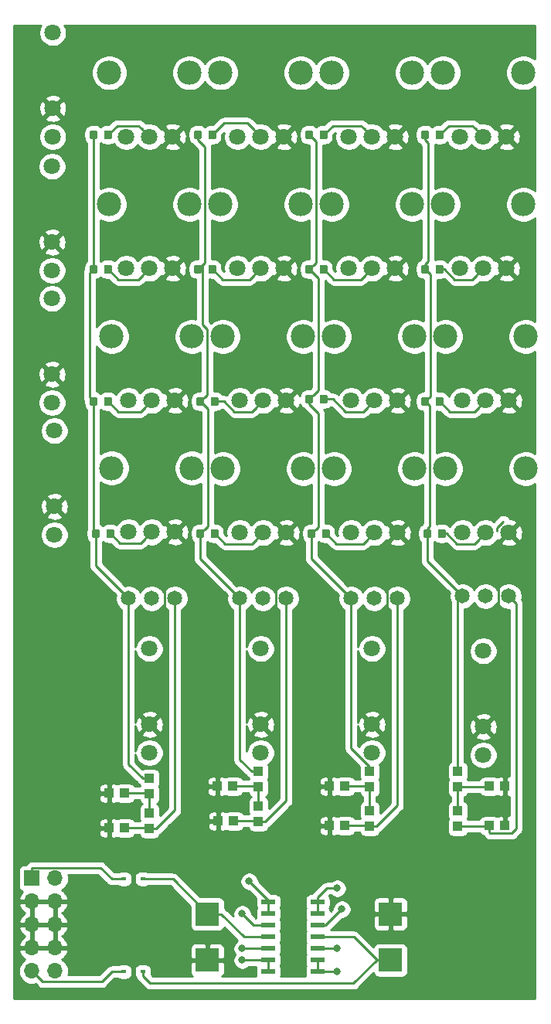
<source format=gbr>
G04 #@! TF.GenerationSoftware,KiCad,Pcbnew,(5.1.2-1)-1*
G04 #@! TF.CreationDate,2019-06-07T14:52:31+02:00*
G04 #@! TF.ProjectId,matrix-mixer-smt,6d617472-6978-42d6-9d69-7865722d736d,rev?*
G04 #@! TF.SameCoordinates,Original*
G04 #@! TF.FileFunction,Copper,L1,Top*
G04 #@! TF.FilePolarity,Positive*
%FSLAX46Y46*%
G04 Gerber Fmt 4.6, Leading zero omitted, Abs format (unit mm)*
G04 Created by KiCad (PCBNEW (5.1.2-1)-1) date 2019-06-07 14:52:31*
%MOMM*%
%LPD*%
G04 APERTURE LIST*
%ADD10C,1.800000*%
%ADD11C,1.803400*%
%ADD12C,2.667000*%
%ADD13R,1.700000X1.700000*%
%ADD14O,1.700000X1.700000*%
%ADD15R,2.500000X2.550000*%
%ADD16R,1.500000X0.600000*%
%ADD17C,0.100000*%
%ADD18C,0.875000*%
%ADD19R,1.000000X1.000000*%
%ADD20R,0.600000X0.450000*%
%ADD21C,1.651000*%
%ADD22C,0.800000*%
%ADD23C,0.250000*%
%ADD24C,0.254000*%
G04 APERTURE END LIST*
D10*
X58674000Y-86012000D03*
X58674000Y-97412000D03*
X58674000Y-94312000D03*
D11*
X108712163Y-111660243D03*
X106172163Y-111660243D03*
X103632163Y-111660243D03*
D12*
X101777963Y-104649843D03*
X110566363Y-104649843D03*
X98374363Y-104649843D03*
X89585963Y-104649843D03*
D11*
X91440163Y-111660243D03*
X93980163Y-111660243D03*
X96520163Y-111660243D03*
D12*
X86182363Y-104649843D03*
X77393963Y-104649843D03*
D11*
X79248163Y-111660243D03*
X81788163Y-111660243D03*
X84328163Y-111660243D03*
X72136163Y-111584043D03*
X69596163Y-111584043D03*
X67056163Y-111584043D03*
D12*
X65201963Y-104573643D03*
X73990363Y-104573643D03*
D11*
X108712163Y-97182243D03*
X106172163Y-97182243D03*
X103632163Y-97182243D03*
D12*
X101777963Y-90171843D03*
X110566363Y-90171843D03*
X98374363Y-90171843D03*
X89585963Y-90171843D03*
D11*
X91440163Y-97182243D03*
X93980163Y-97182243D03*
X96520163Y-97182243D03*
D12*
X86182363Y-90171843D03*
X77393963Y-90171843D03*
D11*
X79248163Y-97182243D03*
X81788163Y-97182243D03*
X84328163Y-97182243D03*
X72136163Y-97182243D03*
X69596163Y-97182243D03*
X67056163Y-97182243D03*
D12*
X65201963Y-90171843D03*
X73990363Y-90171843D03*
D11*
X108458163Y-82704243D03*
X105918163Y-82704243D03*
X103378163Y-82704243D03*
D12*
X101523963Y-75693843D03*
X110312363Y-75693843D03*
X98120363Y-75693843D03*
X89331963Y-75693843D03*
D11*
X91186163Y-82704243D03*
X93726163Y-82704243D03*
X96266163Y-82704243D03*
X84074163Y-82704243D03*
X81534163Y-82704243D03*
X78994163Y-82704243D03*
D12*
X77139963Y-75693843D03*
X85928363Y-75693843D03*
X73736363Y-75693843D03*
X64947963Y-75693843D03*
D11*
X66802163Y-82704243D03*
X69342163Y-82704243D03*
X71882163Y-82704243D03*
D12*
X110312363Y-61278414D03*
X101523963Y-61278414D03*
D11*
X103378163Y-68288814D03*
X105918163Y-68288814D03*
X108458163Y-68288814D03*
X96266163Y-68288814D03*
X93726163Y-68288814D03*
X91186163Y-68288814D03*
D12*
X89331963Y-61278414D03*
X98120363Y-61278414D03*
D11*
X84074163Y-68288814D03*
X81534163Y-68288814D03*
X78994163Y-68288814D03*
D12*
X77139963Y-61278414D03*
X85928363Y-61278414D03*
X73736363Y-61278414D03*
X64947963Y-61278414D03*
D11*
X66802163Y-68288814D03*
X69342163Y-68288814D03*
X71882163Y-68288814D03*
D10*
X105918000Y-132920000D03*
X105918000Y-136020000D03*
X105918000Y-124620000D03*
X93726000Y-124366000D03*
X93726000Y-135766000D03*
X93726000Y-132666000D03*
X81534000Y-124366000D03*
X81534000Y-135766000D03*
X81534000Y-132666000D03*
X69342000Y-124366000D03*
X69342000Y-135766000D03*
X69342000Y-132666000D03*
X58928000Y-108790000D03*
X58928000Y-111890000D03*
X58928000Y-100490000D03*
X58674000Y-71534000D03*
X58674000Y-82934000D03*
X58674000Y-79834000D03*
X58748000Y-56890514D03*
X58748000Y-68290514D03*
X58748000Y-65190514D03*
D13*
X56464000Y-149524000D03*
D14*
X59004000Y-149524000D03*
X56464000Y-152064000D03*
X59004000Y-152064000D03*
X56464000Y-154604000D03*
X59004000Y-154604000D03*
X56464000Y-157144000D03*
X59004000Y-157144000D03*
X56464000Y-159684000D03*
X59004000Y-159684000D03*
D15*
X75692000Y-158481000D03*
X75692000Y-153431000D03*
X95758000Y-153431000D03*
X95758000Y-158481000D03*
D16*
X87780000Y-152139000D03*
X87780000Y-153409000D03*
X87780000Y-154679000D03*
X87780000Y-155949000D03*
X87780000Y-157219000D03*
X87780000Y-158489000D03*
X87780000Y-159759000D03*
X82380000Y-159759000D03*
X82380000Y-158489000D03*
X82380000Y-157219000D03*
X82380000Y-155949000D03*
X82380000Y-154679000D03*
X82380000Y-153409000D03*
X82380000Y-152139000D03*
D17*
G36*
X63460691Y-67598053D02*
G01*
X63481926Y-67601203D01*
X63502750Y-67606419D01*
X63522962Y-67613651D01*
X63542368Y-67622830D01*
X63560781Y-67633866D01*
X63578024Y-67646654D01*
X63593930Y-67661070D01*
X63608346Y-67676976D01*
X63621134Y-67694219D01*
X63632170Y-67712632D01*
X63641349Y-67732038D01*
X63648581Y-67752250D01*
X63653797Y-67773074D01*
X63656947Y-67794309D01*
X63658000Y-67815750D01*
X63658000Y-68328250D01*
X63656947Y-68349691D01*
X63653797Y-68370926D01*
X63648581Y-68391750D01*
X63641349Y-68411962D01*
X63632170Y-68431368D01*
X63621134Y-68449781D01*
X63608346Y-68467024D01*
X63593930Y-68482930D01*
X63578024Y-68497346D01*
X63560781Y-68510134D01*
X63542368Y-68521170D01*
X63522962Y-68530349D01*
X63502750Y-68537581D01*
X63481926Y-68542797D01*
X63460691Y-68545947D01*
X63439250Y-68547000D01*
X63001750Y-68547000D01*
X62980309Y-68545947D01*
X62959074Y-68542797D01*
X62938250Y-68537581D01*
X62918038Y-68530349D01*
X62898632Y-68521170D01*
X62880219Y-68510134D01*
X62862976Y-68497346D01*
X62847070Y-68482930D01*
X62832654Y-68467024D01*
X62819866Y-68449781D01*
X62808830Y-68431368D01*
X62799651Y-68411962D01*
X62792419Y-68391750D01*
X62787203Y-68370926D01*
X62784053Y-68349691D01*
X62783000Y-68328250D01*
X62783000Y-67815750D01*
X62784053Y-67794309D01*
X62787203Y-67773074D01*
X62792419Y-67752250D01*
X62799651Y-67732038D01*
X62808830Y-67712632D01*
X62819866Y-67694219D01*
X62832654Y-67676976D01*
X62847070Y-67661070D01*
X62862976Y-67646654D01*
X62880219Y-67633866D01*
X62898632Y-67622830D01*
X62918038Y-67613651D01*
X62938250Y-67606419D01*
X62959074Y-67601203D01*
X62980309Y-67598053D01*
X63001750Y-67597000D01*
X63439250Y-67597000D01*
X63460691Y-67598053D01*
X63460691Y-67598053D01*
G37*
D18*
X63220500Y-68072000D03*
D17*
G36*
X65035691Y-67598053D02*
G01*
X65056926Y-67601203D01*
X65077750Y-67606419D01*
X65097962Y-67613651D01*
X65117368Y-67622830D01*
X65135781Y-67633866D01*
X65153024Y-67646654D01*
X65168930Y-67661070D01*
X65183346Y-67676976D01*
X65196134Y-67694219D01*
X65207170Y-67712632D01*
X65216349Y-67732038D01*
X65223581Y-67752250D01*
X65228797Y-67773074D01*
X65231947Y-67794309D01*
X65233000Y-67815750D01*
X65233000Y-68328250D01*
X65231947Y-68349691D01*
X65228797Y-68370926D01*
X65223581Y-68391750D01*
X65216349Y-68411962D01*
X65207170Y-68431368D01*
X65196134Y-68449781D01*
X65183346Y-68467024D01*
X65168930Y-68482930D01*
X65153024Y-68497346D01*
X65135781Y-68510134D01*
X65117368Y-68521170D01*
X65097962Y-68530349D01*
X65077750Y-68537581D01*
X65056926Y-68542797D01*
X65035691Y-68545947D01*
X65014250Y-68547000D01*
X64576750Y-68547000D01*
X64555309Y-68545947D01*
X64534074Y-68542797D01*
X64513250Y-68537581D01*
X64493038Y-68530349D01*
X64473632Y-68521170D01*
X64455219Y-68510134D01*
X64437976Y-68497346D01*
X64422070Y-68482930D01*
X64407654Y-68467024D01*
X64394866Y-68449781D01*
X64383830Y-68431368D01*
X64374651Y-68411962D01*
X64367419Y-68391750D01*
X64362203Y-68370926D01*
X64359053Y-68349691D01*
X64358000Y-68328250D01*
X64358000Y-67815750D01*
X64359053Y-67794309D01*
X64362203Y-67773074D01*
X64367419Y-67752250D01*
X64374651Y-67732038D01*
X64383830Y-67712632D01*
X64394866Y-67694219D01*
X64407654Y-67676976D01*
X64422070Y-67661070D01*
X64437976Y-67646654D01*
X64455219Y-67633866D01*
X64473632Y-67622830D01*
X64493038Y-67613651D01*
X64513250Y-67606419D01*
X64534074Y-67601203D01*
X64555309Y-67598053D01*
X64576750Y-67597000D01*
X65014250Y-67597000D01*
X65035691Y-67598053D01*
X65035691Y-67598053D01*
G37*
D18*
X64795500Y-68072000D03*
D17*
G36*
X76465691Y-67598053D02*
G01*
X76486926Y-67601203D01*
X76507750Y-67606419D01*
X76527962Y-67613651D01*
X76547368Y-67622830D01*
X76565781Y-67633866D01*
X76583024Y-67646654D01*
X76598930Y-67661070D01*
X76613346Y-67676976D01*
X76626134Y-67694219D01*
X76637170Y-67712632D01*
X76646349Y-67732038D01*
X76653581Y-67752250D01*
X76658797Y-67773074D01*
X76661947Y-67794309D01*
X76663000Y-67815750D01*
X76663000Y-68328250D01*
X76661947Y-68349691D01*
X76658797Y-68370926D01*
X76653581Y-68391750D01*
X76646349Y-68411962D01*
X76637170Y-68431368D01*
X76626134Y-68449781D01*
X76613346Y-68467024D01*
X76598930Y-68482930D01*
X76583024Y-68497346D01*
X76565781Y-68510134D01*
X76547368Y-68521170D01*
X76527962Y-68530349D01*
X76507750Y-68537581D01*
X76486926Y-68542797D01*
X76465691Y-68545947D01*
X76444250Y-68547000D01*
X76006750Y-68547000D01*
X75985309Y-68545947D01*
X75964074Y-68542797D01*
X75943250Y-68537581D01*
X75923038Y-68530349D01*
X75903632Y-68521170D01*
X75885219Y-68510134D01*
X75867976Y-68497346D01*
X75852070Y-68482930D01*
X75837654Y-68467024D01*
X75824866Y-68449781D01*
X75813830Y-68431368D01*
X75804651Y-68411962D01*
X75797419Y-68391750D01*
X75792203Y-68370926D01*
X75789053Y-68349691D01*
X75788000Y-68328250D01*
X75788000Y-67815750D01*
X75789053Y-67794309D01*
X75792203Y-67773074D01*
X75797419Y-67752250D01*
X75804651Y-67732038D01*
X75813830Y-67712632D01*
X75824866Y-67694219D01*
X75837654Y-67676976D01*
X75852070Y-67661070D01*
X75867976Y-67646654D01*
X75885219Y-67633866D01*
X75903632Y-67622830D01*
X75923038Y-67613651D01*
X75943250Y-67606419D01*
X75964074Y-67601203D01*
X75985309Y-67598053D01*
X76006750Y-67597000D01*
X76444250Y-67597000D01*
X76465691Y-67598053D01*
X76465691Y-67598053D01*
G37*
D18*
X76225500Y-68072000D03*
D17*
G36*
X74890691Y-67598053D02*
G01*
X74911926Y-67601203D01*
X74932750Y-67606419D01*
X74952962Y-67613651D01*
X74972368Y-67622830D01*
X74990781Y-67633866D01*
X75008024Y-67646654D01*
X75023930Y-67661070D01*
X75038346Y-67676976D01*
X75051134Y-67694219D01*
X75062170Y-67712632D01*
X75071349Y-67732038D01*
X75078581Y-67752250D01*
X75083797Y-67773074D01*
X75086947Y-67794309D01*
X75088000Y-67815750D01*
X75088000Y-68328250D01*
X75086947Y-68349691D01*
X75083797Y-68370926D01*
X75078581Y-68391750D01*
X75071349Y-68411962D01*
X75062170Y-68431368D01*
X75051134Y-68449781D01*
X75038346Y-68467024D01*
X75023930Y-68482930D01*
X75008024Y-68497346D01*
X74990781Y-68510134D01*
X74972368Y-68521170D01*
X74952962Y-68530349D01*
X74932750Y-68537581D01*
X74911926Y-68542797D01*
X74890691Y-68545947D01*
X74869250Y-68547000D01*
X74431750Y-68547000D01*
X74410309Y-68545947D01*
X74389074Y-68542797D01*
X74368250Y-68537581D01*
X74348038Y-68530349D01*
X74328632Y-68521170D01*
X74310219Y-68510134D01*
X74292976Y-68497346D01*
X74277070Y-68482930D01*
X74262654Y-68467024D01*
X74249866Y-68449781D01*
X74238830Y-68431368D01*
X74229651Y-68411962D01*
X74222419Y-68391750D01*
X74217203Y-68370926D01*
X74214053Y-68349691D01*
X74213000Y-68328250D01*
X74213000Y-67815750D01*
X74214053Y-67794309D01*
X74217203Y-67773074D01*
X74222419Y-67752250D01*
X74229651Y-67732038D01*
X74238830Y-67712632D01*
X74249866Y-67694219D01*
X74262654Y-67676976D01*
X74277070Y-67661070D01*
X74292976Y-67646654D01*
X74310219Y-67633866D01*
X74328632Y-67622830D01*
X74348038Y-67613651D01*
X74368250Y-67606419D01*
X74389074Y-67601203D01*
X74410309Y-67598053D01*
X74431750Y-67597000D01*
X74869250Y-67597000D01*
X74890691Y-67598053D01*
X74890691Y-67598053D01*
G37*
D18*
X74650500Y-68072000D03*
D17*
G36*
X87082691Y-67598053D02*
G01*
X87103926Y-67601203D01*
X87124750Y-67606419D01*
X87144962Y-67613651D01*
X87164368Y-67622830D01*
X87182781Y-67633866D01*
X87200024Y-67646654D01*
X87215930Y-67661070D01*
X87230346Y-67676976D01*
X87243134Y-67694219D01*
X87254170Y-67712632D01*
X87263349Y-67732038D01*
X87270581Y-67752250D01*
X87275797Y-67773074D01*
X87278947Y-67794309D01*
X87280000Y-67815750D01*
X87280000Y-68328250D01*
X87278947Y-68349691D01*
X87275797Y-68370926D01*
X87270581Y-68391750D01*
X87263349Y-68411962D01*
X87254170Y-68431368D01*
X87243134Y-68449781D01*
X87230346Y-68467024D01*
X87215930Y-68482930D01*
X87200024Y-68497346D01*
X87182781Y-68510134D01*
X87164368Y-68521170D01*
X87144962Y-68530349D01*
X87124750Y-68537581D01*
X87103926Y-68542797D01*
X87082691Y-68545947D01*
X87061250Y-68547000D01*
X86623750Y-68547000D01*
X86602309Y-68545947D01*
X86581074Y-68542797D01*
X86560250Y-68537581D01*
X86540038Y-68530349D01*
X86520632Y-68521170D01*
X86502219Y-68510134D01*
X86484976Y-68497346D01*
X86469070Y-68482930D01*
X86454654Y-68467024D01*
X86441866Y-68449781D01*
X86430830Y-68431368D01*
X86421651Y-68411962D01*
X86414419Y-68391750D01*
X86409203Y-68370926D01*
X86406053Y-68349691D01*
X86405000Y-68328250D01*
X86405000Y-67815750D01*
X86406053Y-67794309D01*
X86409203Y-67773074D01*
X86414419Y-67752250D01*
X86421651Y-67732038D01*
X86430830Y-67712632D01*
X86441866Y-67694219D01*
X86454654Y-67676976D01*
X86469070Y-67661070D01*
X86484976Y-67646654D01*
X86502219Y-67633866D01*
X86520632Y-67622830D01*
X86540038Y-67613651D01*
X86560250Y-67606419D01*
X86581074Y-67601203D01*
X86602309Y-67598053D01*
X86623750Y-67597000D01*
X87061250Y-67597000D01*
X87082691Y-67598053D01*
X87082691Y-67598053D01*
G37*
D18*
X86842500Y-68072000D03*
D17*
G36*
X88657691Y-67598053D02*
G01*
X88678926Y-67601203D01*
X88699750Y-67606419D01*
X88719962Y-67613651D01*
X88739368Y-67622830D01*
X88757781Y-67633866D01*
X88775024Y-67646654D01*
X88790930Y-67661070D01*
X88805346Y-67676976D01*
X88818134Y-67694219D01*
X88829170Y-67712632D01*
X88838349Y-67732038D01*
X88845581Y-67752250D01*
X88850797Y-67773074D01*
X88853947Y-67794309D01*
X88855000Y-67815750D01*
X88855000Y-68328250D01*
X88853947Y-68349691D01*
X88850797Y-68370926D01*
X88845581Y-68391750D01*
X88838349Y-68411962D01*
X88829170Y-68431368D01*
X88818134Y-68449781D01*
X88805346Y-68467024D01*
X88790930Y-68482930D01*
X88775024Y-68497346D01*
X88757781Y-68510134D01*
X88739368Y-68521170D01*
X88719962Y-68530349D01*
X88699750Y-68537581D01*
X88678926Y-68542797D01*
X88657691Y-68545947D01*
X88636250Y-68547000D01*
X88198750Y-68547000D01*
X88177309Y-68545947D01*
X88156074Y-68542797D01*
X88135250Y-68537581D01*
X88115038Y-68530349D01*
X88095632Y-68521170D01*
X88077219Y-68510134D01*
X88059976Y-68497346D01*
X88044070Y-68482930D01*
X88029654Y-68467024D01*
X88016866Y-68449781D01*
X88005830Y-68431368D01*
X87996651Y-68411962D01*
X87989419Y-68391750D01*
X87984203Y-68370926D01*
X87981053Y-68349691D01*
X87980000Y-68328250D01*
X87980000Y-67815750D01*
X87981053Y-67794309D01*
X87984203Y-67773074D01*
X87989419Y-67752250D01*
X87996651Y-67732038D01*
X88005830Y-67712632D01*
X88016866Y-67694219D01*
X88029654Y-67676976D01*
X88044070Y-67661070D01*
X88059976Y-67646654D01*
X88077219Y-67633866D01*
X88095632Y-67622830D01*
X88115038Y-67613651D01*
X88135250Y-67606419D01*
X88156074Y-67601203D01*
X88177309Y-67598053D01*
X88198750Y-67597000D01*
X88636250Y-67597000D01*
X88657691Y-67598053D01*
X88657691Y-67598053D01*
G37*
D18*
X88417500Y-68072000D03*
D17*
G36*
X101357691Y-67598053D02*
G01*
X101378926Y-67601203D01*
X101399750Y-67606419D01*
X101419962Y-67613651D01*
X101439368Y-67622830D01*
X101457781Y-67633866D01*
X101475024Y-67646654D01*
X101490930Y-67661070D01*
X101505346Y-67676976D01*
X101518134Y-67694219D01*
X101529170Y-67712632D01*
X101538349Y-67732038D01*
X101545581Y-67752250D01*
X101550797Y-67773074D01*
X101553947Y-67794309D01*
X101555000Y-67815750D01*
X101555000Y-68328250D01*
X101553947Y-68349691D01*
X101550797Y-68370926D01*
X101545581Y-68391750D01*
X101538349Y-68411962D01*
X101529170Y-68431368D01*
X101518134Y-68449781D01*
X101505346Y-68467024D01*
X101490930Y-68482930D01*
X101475024Y-68497346D01*
X101457781Y-68510134D01*
X101439368Y-68521170D01*
X101419962Y-68530349D01*
X101399750Y-68537581D01*
X101378926Y-68542797D01*
X101357691Y-68545947D01*
X101336250Y-68547000D01*
X100898750Y-68547000D01*
X100877309Y-68545947D01*
X100856074Y-68542797D01*
X100835250Y-68537581D01*
X100815038Y-68530349D01*
X100795632Y-68521170D01*
X100777219Y-68510134D01*
X100759976Y-68497346D01*
X100744070Y-68482930D01*
X100729654Y-68467024D01*
X100716866Y-68449781D01*
X100705830Y-68431368D01*
X100696651Y-68411962D01*
X100689419Y-68391750D01*
X100684203Y-68370926D01*
X100681053Y-68349691D01*
X100680000Y-68328250D01*
X100680000Y-67815750D01*
X100681053Y-67794309D01*
X100684203Y-67773074D01*
X100689419Y-67752250D01*
X100696651Y-67732038D01*
X100705830Y-67712632D01*
X100716866Y-67694219D01*
X100729654Y-67676976D01*
X100744070Y-67661070D01*
X100759976Y-67646654D01*
X100777219Y-67633866D01*
X100795632Y-67622830D01*
X100815038Y-67613651D01*
X100835250Y-67606419D01*
X100856074Y-67601203D01*
X100877309Y-67598053D01*
X100898750Y-67597000D01*
X101336250Y-67597000D01*
X101357691Y-67598053D01*
X101357691Y-67598053D01*
G37*
D18*
X101117500Y-68072000D03*
D17*
G36*
X99782691Y-67598053D02*
G01*
X99803926Y-67601203D01*
X99824750Y-67606419D01*
X99844962Y-67613651D01*
X99864368Y-67622830D01*
X99882781Y-67633866D01*
X99900024Y-67646654D01*
X99915930Y-67661070D01*
X99930346Y-67676976D01*
X99943134Y-67694219D01*
X99954170Y-67712632D01*
X99963349Y-67732038D01*
X99970581Y-67752250D01*
X99975797Y-67773074D01*
X99978947Y-67794309D01*
X99980000Y-67815750D01*
X99980000Y-68328250D01*
X99978947Y-68349691D01*
X99975797Y-68370926D01*
X99970581Y-68391750D01*
X99963349Y-68411962D01*
X99954170Y-68431368D01*
X99943134Y-68449781D01*
X99930346Y-68467024D01*
X99915930Y-68482930D01*
X99900024Y-68497346D01*
X99882781Y-68510134D01*
X99864368Y-68521170D01*
X99844962Y-68530349D01*
X99824750Y-68537581D01*
X99803926Y-68542797D01*
X99782691Y-68545947D01*
X99761250Y-68547000D01*
X99323750Y-68547000D01*
X99302309Y-68545947D01*
X99281074Y-68542797D01*
X99260250Y-68537581D01*
X99240038Y-68530349D01*
X99220632Y-68521170D01*
X99202219Y-68510134D01*
X99184976Y-68497346D01*
X99169070Y-68482930D01*
X99154654Y-68467024D01*
X99141866Y-68449781D01*
X99130830Y-68431368D01*
X99121651Y-68411962D01*
X99114419Y-68391750D01*
X99109203Y-68370926D01*
X99106053Y-68349691D01*
X99105000Y-68328250D01*
X99105000Y-67815750D01*
X99106053Y-67794309D01*
X99109203Y-67773074D01*
X99114419Y-67752250D01*
X99121651Y-67732038D01*
X99130830Y-67712632D01*
X99141866Y-67694219D01*
X99154654Y-67676976D01*
X99169070Y-67661070D01*
X99184976Y-67646654D01*
X99202219Y-67633866D01*
X99220632Y-67622830D01*
X99240038Y-67613651D01*
X99260250Y-67606419D01*
X99281074Y-67601203D01*
X99302309Y-67598053D01*
X99323750Y-67597000D01*
X99761250Y-67597000D01*
X99782691Y-67598053D01*
X99782691Y-67598053D01*
G37*
D18*
X99542500Y-68072000D03*
D17*
G36*
X65035691Y-82330053D02*
G01*
X65056926Y-82333203D01*
X65077750Y-82338419D01*
X65097962Y-82345651D01*
X65117368Y-82354830D01*
X65135781Y-82365866D01*
X65153024Y-82378654D01*
X65168930Y-82393070D01*
X65183346Y-82408976D01*
X65196134Y-82426219D01*
X65207170Y-82444632D01*
X65216349Y-82464038D01*
X65223581Y-82484250D01*
X65228797Y-82505074D01*
X65231947Y-82526309D01*
X65233000Y-82547750D01*
X65233000Y-83060250D01*
X65231947Y-83081691D01*
X65228797Y-83102926D01*
X65223581Y-83123750D01*
X65216349Y-83143962D01*
X65207170Y-83163368D01*
X65196134Y-83181781D01*
X65183346Y-83199024D01*
X65168930Y-83214930D01*
X65153024Y-83229346D01*
X65135781Y-83242134D01*
X65117368Y-83253170D01*
X65097962Y-83262349D01*
X65077750Y-83269581D01*
X65056926Y-83274797D01*
X65035691Y-83277947D01*
X65014250Y-83279000D01*
X64576750Y-83279000D01*
X64555309Y-83277947D01*
X64534074Y-83274797D01*
X64513250Y-83269581D01*
X64493038Y-83262349D01*
X64473632Y-83253170D01*
X64455219Y-83242134D01*
X64437976Y-83229346D01*
X64422070Y-83214930D01*
X64407654Y-83199024D01*
X64394866Y-83181781D01*
X64383830Y-83163368D01*
X64374651Y-83143962D01*
X64367419Y-83123750D01*
X64362203Y-83102926D01*
X64359053Y-83081691D01*
X64358000Y-83060250D01*
X64358000Y-82547750D01*
X64359053Y-82526309D01*
X64362203Y-82505074D01*
X64367419Y-82484250D01*
X64374651Y-82464038D01*
X64383830Y-82444632D01*
X64394866Y-82426219D01*
X64407654Y-82408976D01*
X64422070Y-82393070D01*
X64437976Y-82378654D01*
X64455219Y-82365866D01*
X64473632Y-82354830D01*
X64493038Y-82345651D01*
X64513250Y-82338419D01*
X64534074Y-82333203D01*
X64555309Y-82330053D01*
X64576750Y-82329000D01*
X65014250Y-82329000D01*
X65035691Y-82330053D01*
X65035691Y-82330053D01*
G37*
D18*
X64795500Y-82804000D03*
D17*
G36*
X63460691Y-82330053D02*
G01*
X63481926Y-82333203D01*
X63502750Y-82338419D01*
X63522962Y-82345651D01*
X63542368Y-82354830D01*
X63560781Y-82365866D01*
X63578024Y-82378654D01*
X63593930Y-82393070D01*
X63608346Y-82408976D01*
X63621134Y-82426219D01*
X63632170Y-82444632D01*
X63641349Y-82464038D01*
X63648581Y-82484250D01*
X63653797Y-82505074D01*
X63656947Y-82526309D01*
X63658000Y-82547750D01*
X63658000Y-83060250D01*
X63656947Y-83081691D01*
X63653797Y-83102926D01*
X63648581Y-83123750D01*
X63641349Y-83143962D01*
X63632170Y-83163368D01*
X63621134Y-83181781D01*
X63608346Y-83199024D01*
X63593930Y-83214930D01*
X63578024Y-83229346D01*
X63560781Y-83242134D01*
X63542368Y-83253170D01*
X63522962Y-83262349D01*
X63502750Y-83269581D01*
X63481926Y-83274797D01*
X63460691Y-83277947D01*
X63439250Y-83279000D01*
X63001750Y-83279000D01*
X62980309Y-83277947D01*
X62959074Y-83274797D01*
X62938250Y-83269581D01*
X62918038Y-83262349D01*
X62898632Y-83253170D01*
X62880219Y-83242134D01*
X62862976Y-83229346D01*
X62847070Y-83214930D01*
X62832654Y-83199024D01*
X62819866Y-83181781D01*
X62808830Y-83163368D01*
X62799651Y-83143962D01*
X62792419Y-83123750D01*
X62787203Y-83102926D01*
X62784053Y-83081691D01*
X62783000Y-83060250D01*
X62783000Y-82547750D01*
X62784053Y-82526309D01*
X62787203Y-82505074D01*
X62792419Y-82484250D01*
X62799651Y-82464038D01*
X62808830Y-82444632D01*
X62819866Y-82426219D01*
X62832654Y-82408976D01*
X62847070Y-82393070D01*
X62862976Y-82378654D01*
X62880219Y-82365866D01*
X62898632Y-82354830D01*
X62918038Y-82345651D01*
X62938250Y-82338419D01*
X62959074Y-82333203D01*
X62980309Y-82330053D01*
X63001750Y-82329000D01*
X63439250Y-82329000D01*
X63460691Y-82330053D01*
X63460691Y-82330053D01*
G37*
D18*
X63220500Y-82804000D03*
D17*
G36*
X74890691Y-82330053D02*
G01*
X74911926Y-82333203D01*
X74932750Y-82338419D01*
X74952962Y-82345651D01*
X74972368Y-82354830D01*
X74990781Y-82365866D01*
X75008024Y-82378654D01*
X75023930Y-82393070D01*
X75038346Y-82408976D01*
X75051134Y-82426219D01*
X75062170Y-82444632D01*
X75071349Y-82464038D01*
X75078581Y-82484250D01*
X75083797Y-82505074D01*
X75086947Y-82526309D01*
X75088000Y-82547750D01*
X75088000Y-83060250D01*
X75086947Y-83081691D01*
X75083797Y-83102926D01*
X75078581Y-83123750D01*
X75071349Y-83143962D01*
X75062170Y-83163368D01*
X75051134Y-83181781D01*
X75038346Y-83199024D01*
X75023930Y-83214930D01*
X75008024Y-83229346D01*
X74990781Y-83242134D01*
X74972368Y-83253170D01*
X74952962Y-83262349D01*
X74932750Y-83269581D01*
X74911926Y-83274797D01*
X74890691Y-83277947D01*
X74869250Y-83279000D01*
X74431750Y-83279000D01*
X74410309Y-83277947D01*
X74389074Y-83274797D01*
X74368250Y-83269581D01*
X74348038Y-83262349D01*
X74328632Y-83253170D01*
X74310219Y-83242134D01*
X74292976Y-83229346D01*
X74277070Y-83214930D01*
X74262654Y-83199024D01*
X74249866Y-83181781D01*
X74238830Y-83163368D01*
X74229651Y-83143962D01*
X74222419Y-83123750D01*
X74217203Y-83102926D01*
X74214053Y-83081691D01*
X74213000Y-83060250D01*
X74213000Y-82547750D01*
X74214053Y-82526309D01*
X74217203Y-82505074D01*
X74222419Y-82484250D01*
X74229651Y-82464038D01*
X74238830Y-82444632D01*
X74249866Y-82426219D01*
X74262654Y-82408976D01*
X74277070Y-82393070D01*
X74292976Y-82378654D01*
X74310219Y-82365866D01*
X74328632Y-82354830D01*
X74348038Y-82345651D01*
X74368250Y-82338419D01*
X74389074Y-82333203D01*
X74410309Y-82330053D01*
X74431750Y-82329000D01*
X74869250Y-82329000D01*
X74890691Y-82330053D01*
X74890691Y-82330053D01*
G37*
D18*
X74650500Y-82804000D03*
D17*
G36*
X76465691Y-82330053D02*
G01*
X76486926Y-82333203D01*
X76507750Y-82338419D01*
X76527962Y-82345651D01*
X76547368Y-82354830D01*
X76565781Y-82365866D01*
X76583024Y-82378654D01*
X76598930Y-82393070D01*
X76613346Y-82408976D01*
X76626134Y-82426219D01*
X76637170Y-82444632D01*
X76646349Y-82464038D01*
X76653581Y-82484250D01*
X76658797Y-82505074D01*
X76661947Y-82526309D01*
X76663000Y-82547750D01*
X76663000Y-83060250D01*
X76661947Y-83081691D01*
X76658797Y-83102926D01*
X76653581Y-83123750D01*
X76646349Y-83143962D01*
X76637170Y-83163368D01*
X76626134Y-83181781D01*
X76613346Y-83199024D01*
X76598930Y-83214930D01*
X76583024Y-83229346D01*
X76565781Y-83242134D01*
X76547368Y-83253170D01*
X76527962Y-83262349D01*
X76507750Y-83269581D01*
X76486926Y-83274797D01*
X76465691Y-83277947D01*
X76444250Y-83279000D01*
X76006750Y-83279000D01*
X75985309Y-83277947D01*
X75964074Y-83274797D01*
X75943250Y-83269581D01*
X75923038Y-83262349D01*
X75903632Y-83253170D01*
X75885219Y-83242134D01*
X75867976Y-83229346D01*
X75852070Y-83214930D01*
X75837654Y-83199024D01*
X75824866Y-83181781D01*
X75813830Y-83163368D01*
X75804651Y-83143962D01*
X75797419Y-83123750D01*
X75792203Y-83102926D01*
X75789053Y-83081691D01*
X75788000Y-83060250D01*
X75788000Y-82547750D01*
X75789053Y-82526309D01*
X75792203Y-82505074D01*
X75797419Y-82484250D01*
X75804651Y-82464038D01*
X75813830Y-82444632D01*
X75824866Y-82426219D01*
X75837654Y-82408976D01*
X75852070Y-82393070D01*
X75867976Y-82378654D01*
X75885219Y-82365866D01*
X75903632Y-82354830D01*
X75923038Y-82345651D01*
X75943250Y-82338419D01*
X75964074Y-82333203D01*
X75985309Y-82330053D01*
X76006750Y-82329000D01*
X76444250Y-82329000D01*
X76465691Y-82330053D01*
X76465691Y-82330053D01*
G37*
D18*
X76225500Y-82804000D03*
D17*
G36*
X87082691Y-82330053D02*
G01*
X87103926Y-82333203D01*
X87124750Y-82338419D01*
X87144962Y-82345651D01*
X87164368Y-82354830D01*
X87182781Y-82365866D01*
X87200024Y-82378654D01*
X87215930Y-82393070D01*
X87230346Y-82408976D01*
X87243134Y-82426219D01*
X87254170Y-82444632D01*
X87263349Y-82464038D01*
X87270581Y-82484250D01*
X87275797Y-82505074D01*
X87278947Y-82526309D01*
X87280000Y-82547750D01*
X87280000Y-83060250D01*
X87278947Y-83081691D01*
X87275797Y-83102926D01*
X87270581Y-83123750D01*
X87263349Y-83143962D01*
X87254170Y-83163368D01*
X87243134Y-83181781D01*
X87230346Y-83199024D01*
X87215930Y-83214930D01*
X87200024Y-83229346D01*
X87182781Y-83242134D01*
X87164368Y-83253170D01*
X87144962Y-83262349D01*
X87124750Y-83269581D01*
X87103926Y-83274797D01*
X87082691Y-83277947D01*
X87061250Y-83279000D01*
X86623750Y-83279000D01*
X86602309Y-83277947D01*
X86581074Y-83274797D01*
X86560250Y-83269581D01*
X86540038Y-83262349D01*
X86520632Y-83253170D01*
X86502219Y-83242134D01*
X86484976Y-83229346D01*
X86469070Y-83214930D01*
X86454654Y-83199024D01*
X86441866Y-83181781D01*
X86430830Y-83163368D01*
X86421651Y-83143962D01*
X86414419Y-83123750D01*
X86409203Y-83102926D01*
X86406053Y-83081691D01*
X86405000Y-83060250D01*
X86405000Y-82547750D01*
X86406053Y-82526309D01*
X86409203Y-82505074D01*
X86414419Y-82484250D01*
X86421651Y-82464038D01*
X86430830Y-82444632D01*
X86441866Y-82426219D01*
X86454654Y-82408976D01*
X86469070Y-82393070D01*
X86484976Y-82378654D01*
X86502219Y-82365866D01*
X86520632Y-82354830D01*
X86540038Y-82345651D01*
X86560250Y-82338419D01*
X86581074Y-82333203D01*
X86602309Y-82330053D01*
X86623750Y-82329000D01*
X87061250Y-82329000D01*
X87082691Y-82330053D01*
X87082691Y-82330053D01*
G37*
D18*
X86842500Y-82804000D03*
D17*
G36*
X88657691Y-82330053D02*
G01*
X88678926Y-82333203D01*
X88699750Y-82338419D01*
X88719962Y-82345651D01*
X88739368Y-82354830D01*
X88757781Y-82365866D01*
X88775024Y-82378654D01*
X88790930Y-82393070D01*
X88805346Y-82408976D01*
X88818134Y-82426219D01*
X88829170Y-82444632D01*
X88838349Y-82464038D01*
X88845581Y-82484250D01*
X88850797Y-82505074D01*
X88853947Y-82526309D01*
X88855000Y-82547750D01*
X88855000Y-83060250D01*
X88853947Y-83081691D01*
X88850797Y-83102926D01*
X88845581Y-83123750D01*
X88838349Y-83143962D01*
X88829170Y-83163368D01*
X88818134Y-83181781D01*
X88805346Y-83199024D01*
X88790930Y-83214930D01*
X88775024Y-83229346D01*
X88757781Y-83242134D01*
X88739368Y-83253170D01*
X88719962Y-83262349D01*
X88699750Y-83269581D01*
X88678926Y-83274797D01*
X88657691Y-83277947D01*
X88636250Y-83279000D01*
X88198750Y-83279000D01*
X88177309Y-83277947D01*
X88156074Y-83274797D01*
X88135250Y-83269581D01*
X88115038Y-83262349D01*
X88095632Y-83253170D01*
X88077219Y-83242134D01*
X88059976Y-83229346D01*
X88044070Y-83214930D01*
X88029654Y-83199024D01*
X88016866Y-83181781D01*
X88005830Y-83163368D01*
X87996651Y-83143962D01*
X87989419Y-83123750D01*
X87984203Y-83102926D01*
X87981053Y-83081691D01*
X87980000Y-83060250D01*
X87980000Y-82547750D01*
X87981053Y-82526309D01*
X87984203Y-82505074D01*
X87989419Y-82484250D01*
X87996651Y-82464038D01*
X88005830Y-82444632D01*
X88016866Y-82426219D01*
X88029654Y-82408976D01*
X88044070Y-82393070D01*
X88059976Y-82378654D01*
X88077219Y-82365866D01*
X88095632Y-82354830D01*
X88115038Y-82345651D01*
X88135250Y-82338419D01*
X88156074Y-82333203D01*
X88177309Y-82330053D01*
X88198750Y-82329000D01*
X88636250Y-82329000D01*
X88657691Y-82330053D01*
X88657691Y-82330053D01*
G37*
D18*
X88417500Y-82804000D03*
D17*
G36*
X101357691Y-82330053D02*
G01*
X101378926Y-82333203D01*
X101399750Y-82338419D01*
X101419962Y-82345651D01*
X101439368Y-82354830D01*
X101457781Y-82365866D01*
X101475024Y-82378654D01*
X101490930Y-82393070D01*
X101505346Y-82408976D01*
X101518134Y-82426219D01*
X101529170Y-82444632D01*
X101538349Y-82464038D01*
X101545581Y-82484250D01*
X101550797Y-82505074D01*
X101553947Y-82526309D01*
X101555000Y-82547750D01*
X101555000Y-83060250D01*
X101553947Y-83081691D01*
X101550797Y-83102926D01*
X101545581Y-83123750D01*
X101538349Y-83143962D01*
X101529170Y-83163368D01*
X101518134Y-83181781D01*
X101505346Y-83199024D01*
X101490930Y-83214930D01*
X101475024Y-83229346D01*
X101457781Y-83242134D01*
X101439368Y-83253170D01*
X101419962Y-83262349D01*
X101399750Y-83269581D01*
X101378926Y-83274797D01*
X101357691Y-83277947D01*
X101336250Y-83279000D01*
X100898750Y-83279000D01*
X100877309Y-83277947D01*
X100856074Y-83274797D01*
X100835250Y-83269581D01*
X100815038Y-83262349D01*
X100795632Y-83253170D01*
X100777219Y-83242134D01*
X100759976Y-83229346D01*
X100744070Y-83214930D01*
X100729654Y-83199024D01*
X100716866Y-83181781D01*
X100705830Y-83163368D01*
X100696651Y-83143962D01*
X100689419Y-83123750D01*
X100684203Y-83102926D01*
X100681053Y-83081691D01*
X100680000Y-83060250D01*
X100680000Y-82547750D01*
X100681053Y-82526309D01*
X100684203Y-82505074D01*
X100689419Y-82484250D01*
X100696651Y-82464038D01*
X100705830Y-82444632D01*
X100716866Y-82426219D01*
X100729654Y-82408976D01*
X100744070Y-82393070D01*
X100759976Y-82378654D01*
X100777219Y-82365866D01*
X100795632Y-82354830D01*
X100815038Y-82345651D01*
X100835250Y-82338419D01*
X100856074Y-82333203D01*
X100877309Y-82330053D01*
X100898750Y-82329000D01*
X101336250Y-82329000D01*
X101357691Y-82330053D01*
X101357691Y-82330053D01*
G37*
D18*
X101117500Y-82804000D03*
D17*
G36*
X99782691Y-82330053D02*
G01*
X99803926Y-82333203D01*
X99824750Y-82338419D01*
X99844962Y-82345651D01*
X99864368Y-82354830D01*
X99882781Y-82365866D01*
X99900024Y-82378654D01*
X99915930Y-82393070D01*
X99930346Y-82408976D01*
X99943134Y-82426219D01*
X99954170Y-82444632D01*
X99963349Y-82464038D01*
X99970581Y-82484250D01*
X99975797Y-82505074D01*
X99978947Y-82526309D01*
X99980000Y-82547750D01*
X99980000Y-83060250D01*
X99978947Y-83081691D01*
X99975797Y-83102926D01*
X99970581Y-83123750D01*
X99963349Y-83143962D01*
X99954170Y-83163368D01*
X99943134Y-83181781D01*
X99930346Y-83199024D01*
X99915930Y-83214930D01*
X99900024Y-83229346D01*
X99882781Y-83242134D01*
X99864368Y-83253170D01*
X99844962Y-83262349D01*
X99824750Y-83269581D01*
X99803926Y-83274797D01*
X99782691Y-83277947D01*
X99761250Y-83279000D01*
X99323750Y-83279000D01*
X99302309Y-83277947D01*
X99281074Y-83274797D01*
X99260250Y-83269581D01*
X99240038Y-83262349D01*
X99220632Y-83253170D01*
X99202219Y-83242134D01*
X99184976Y-83229346D01*
X99169070Y-83214930D01*
X99154654Y-83199024D01*
X99141866Y-83181781D01*
X99130830Y-83163368D01*
X99121651Y-83143962D01*
X99114419Y-83123750D01*
X99109203Y-83102926D01*
X99106053Y-83081691D01*
X99105000Y-83060250D01*
X99105000Y-82547750D01*
X99106053Y-82526309D01*
X99109203Y-82505074D01*
X99114419Y-82484250D01*
X99121651Y-82464038D01*
X99130830Y-82444632D01*
X99141866Y-82426219D01*
X99154654Y-82408976D01*
X99169070Y-82393070D01*
X99184976Y-82378654D01*
X99202219Y-82365866D01*
X99220632Y-82354830D01*
X99240038Y-82345651D01*
X99260250Y-82338419D01*
X99281074Y-82333203D01*
X99302309Y-82330053D01*
X99323750Y-82329000D01*
X99761250Y-82329000D01*
X99782691Y-82330053D01*
X99782691Y-82330053D01*
G37*
D18*
X99542500Y-82804000D03*
D17*
G36*
X63460691Y-96808053D02*
G01*
X63481926Y-96811203D01*
X63502750Y-96816419D01*
X63522962Y-96823651D01*
X63542368Y-96832830D01*
X63560781Y-96843866D01*
X63578024Y-96856654D01*
X63593930Y-96871070D01*
X63608346Y-96886976D01*
X63621134Y-96904219D01*
X63632170Y-96922632D01*
X63641349Y-96942038D01*
X63648581Y-96962250D01*
X63653797Y-96983074D01*
X63656947Y-97004309D01*
X63658000Y-97025750D01*
X63658000Y-97538250D01*
X63656947Y-97559691D01*
X63653797Y-97580926D01*
X63648581Y-97601750D01*
X63641349Y-97621962D01*
X63632170Y-97641368D01*
X63621134Y-97659781D01*
X63608346Y-97677024D01*
X63593930Y-97692930D01*
X63578024Y-97707346D01*
X63560781Y-97720134D01*
X63542368Y-97731170D01*
X63522962Y-97740349D01*
X63502750Y-97747581D01*
X63481926Y-97752797D01*
X63460691Y-97755947D01*
X63439250Y-97757000D01*
X63001750Y-97757000D01*
X62980309Y-97755947D01*
X62959074Y-97752797D01*
X62938250Y-97747581D01*
X62918038Y-97740349D01*
X62898632Y-97731170D01*
X62880219Y-97720134D01*
X62862976Y-97707346D01*
X62847070Y-97692930D01*
X62832654Y-97677024D01*
X62819866Y-97659781D01*
X62808830Y-97641368D01*
X62799651Y-97621962D01*
X62792419Y-97601750D01*
X62787203Y-97580926D01*
X62784053Y-97559691D01*
X62783000Y-97538250D01*
X62783000Y-97025750D01*
X62784053Y-97004309D01*
X62787203Y-96983074D01*
X62792419Y-96962250D01*
X62799651Y-96942038D01*
X62808830Y-96922632D01*
X62819866Y-96904219D01*
X62832654Y-96886976D01*
X62847070Y-96871070D01*
X62862976Y-96856654D01*
X62880219Y-96843866D01*
X62898632Y-96832830D01*
X62918038Y-96823651D01*
X62938250Y-96816419D01*
X62959074Y-96811203D01*
X62980309Y-96808053D01*
X63001750Y-96807000D01*
X63439250Y-96807000D01*
X63460691Y-96808053D01*
X63460691Y-96808053D01*
G37*
D18*
X63220500Y-97282000D03*
D17*
G36*
X65035691Y-96808053D02*
G01*
X65056926Y-96811203D01*
X65077750Y-96816419D01*
X65097962Y-96823651D01*
X65117368Y-96832830D01*
X65135781Y-96843866D01*
X65153024Y-96856654D01*
X65168930Y-96871070D01*
X65183346Y-96886976D01*
X65196134Y-96904219D01*
X65207170Y-96922632D01*
X65216349Y-96942038D01*
X65223581Y-96962250D01*
X65228797Y-96983074D01*
X65231947Y-97004309D01*
X65233000Y-97025750D01*
X65233000Y-97538250D01*
X65231947Y-97559691D01*
X65228797Y-97580926D01*
X65223581Y-97601750D01*
X65216349Y-97621962D01*
X65207170Y-97641368D01*
X65196134Y-97659781D01*
X65183346Y-97677024D01*
X65168930Y-97692930D01*
X65153024Y-97707346D01*
X65135781Y-97720134D01*
X65117368Y-97731170D01*
X65097962Y-97740349D01*
X65077750Y-97747581D01*
X65056926Y-97752797D01*
X65035691Y-97755947D01*
X65014250Y-97757000D01*
X64576750Y-97757000D01*
X64555309Y-97755947D01*
X64534074Y-97752797D01*
X64513250Y-97747581D01*
X64493038Y-97740349D01*
X64473632Y-97731170D01*
X64455219Y-97720134D01*
X64437976Y-97707346D01*
X64422070Y-97692930D01*
X64407654Y-97677024D01*
X64394866Y-97659781D01*
X64383830Y-97641368D01*
X64374651Y-97621962D01*
X64367419Y-97601750D01*
X64362203Y-97580926D01*
X64359053Y-97559691D01*
X64358000Y-97538250D01*
X64358000Y-97025750D01*
X64359053Y-97004309D01*
X64362203Y-96983074D01*
X64367419Y-96962250D01*
X64374651Y-96942038D01*
X64383830Y-96922632D01*
X64394866Y-96904219D01*
X64407654Y-96886976D01*
X64422070Y-96871070D01*
X64437976Y-96856654D01*
X64455219Y-96843866D01*
X64473632Y-96832830D01*
X64493038Y-96823651D01*
X64513250Y-96816419D01*
X64534074Y-96811203D01*
X64555309Y-96808053D01*
X64576750Y-96807000D01*
X65014250Y-96807000D01*
X65035691Y-96808053D01*
X65035691Y-96808053D01*
G37*
D18*
X64795500Y-97282000D03*
D17*
G36*
X76719691Y-96808053D02*
G01*
X76740926Y-96811203D01*
X76761750Y-96816419D01*
X76781962Y-96823651D01*
X76801368Y-96832830D01*
X76819781Y-96843866D01*
X76837024Y-96856654D01*
X76852930Y-96871070D01*
X76867346Y-96886976D01*
X76880134Y-96904219D01*
X76891170Y-96922632D01*
X76900349Y-96942038D01*
X76907581Y-96962250D01*
X76912797Y-96983074D01*
X76915947Y-97004309D01*
X76917000Y-97025750D01*
X76917000Y-97538250D01*
X76915947Y-97559691D01*
X76912797Y-97580926D01*
X76907581Y-97601750D01*
X76900349Y-97621962D01*
X76891170Y-97641368D01*
X76880134Y-97659781D01*
X76867346Y-97677024D01*
X76852930Y-97692930D01*
X76837024Y-97707346D01*
X76819781Y-97720134D01*
X76801368Y-97731170D01*
X76781962Y-97740349D01*
X76761750Y-97747581D01*
X76740926Y-97752797D01*
X76719691Y-97755947D01*
X76698250Y-97757000D01*
X76260750Y-97757000D01*
X76239309Y-97755947D01*
X76218074Y-97752797D01*
X76197250Y-97747581D01*
X76177038Y-97740349D01*
X76157632Y-97731170D01*
X76139219Y-97720134D01*
X76121976Y-97707346D01*
X76106070Y-97692930D01*
X76091654Y-97677024D01*
X76078866Y-97659781D01*
X76067830Y-97641368D01*
X76058651Y-97621962D01*
X76051419Y-97601750D01*
X76046203Y-97580926D01*
X76043053Y-97559691D01*
X76042000Y-97538250D01*
X76042000Y-97025750D01*
X76043053Y-97004309D01*
X76046203Y-96983074D01*
X76051419Y-96962250D01*
X76058651Y-96942038D01*
X76067830Y-96922632D01*
X76078866Y-96904219D01*
X76091654Y-96886976D01*
X76106070Y-96871070D01*
X76121976Y-96856654D01*
X76139219Y-96843866D01*
X76157632Y-96832830D01*
X76177038Y-96823651D01*
X76197250Y-96816419D01*
X76218074Y-96811203D01*
X76239309Y-96808053D01*
X76260750Y-96807000D01*
X76698250Y-96807000D01*
X76719691Y-96808053D01*
X76719691Y-96808053D01*
G37*
D18*
X76479500Y-97282000D03*
D17*
G36*
X75144691Y-96808053D02*
G01*
X75165926Y-96811203D01*
X75186750Y-96816419D01*
X75206962Y-96823651D01*
X75226368Y-96832830D01*
X75244781Y-96843866D01*
X75262024Y-96856654D01*
X75277930Y-96871070D01*
X75292346Y-96886976D01*
X75305134Y-96904219D01*
X75316170Y-96922632D01*
X75325349Y-96942038D01*
X75332581Y-96962250D01*
X75337797Y-96983074D01*
X75340947Y-97004309D01*
X75342000Y-97025750D01*
X75342000Y-97538250D01*
X75340947Y-97559691D01*
X75337797Y-97580926D01*
X75332581Y-97601750D01*
X75325349Y-97621962D01*
X75316170Y-97641368D01*
X75305134Y-97659781D01*
X75292346Y-97677024D01*
X75277930Y-97692930D01*
X75262024Y-97707346D01*
X75244781Y-97720134D01*
X75226368Y-97731170D01*
X75206962Y-97740349D01*
X75186750Y-97747581D01*
X75165926Y-97752797D01*
X75144691Y-97755947D01*
X75123250Y-97757000D01*
X74685750Y-97757000D01*
X74664309Y-97755947D01*
X74643074Y-97752797D01*
X74622250Y-97747581D01*
X74602038Y-97740349D01*
X74582632Y-97731170D01*
X74564219Y-97720134D01*
X74546976Y-97707346D01*
X74531070Y-97692930D01*
X74516654Y-97677024D01*
X74503866Y-97659781D01*
X74492830Y-97641368D01*
X74483651Y-97621962D01*
X74476419Y-97601750D01*
X74471203Y-97580926D01*
X74468053Y-97559691D01*
X74467000Y-97538250D01*
X74467000Y-97025750D01*
X74468053Y-97004309D01*
X74471203Y-96983074D01*
X74476419Y-96962250D01*
X74483651Y-96942038D01*
X74492830Y-96922632D01*
X74503866Y-96904219D01*
X74516654Y-96886976D01*
X74531070Y-96871070D01*
X74546976Y-96856654D01*
X74564219Y-96843866D01*
X74582632Y-96832830D01*
X74602038Y-96823651D01*
X74622250Y-96816419D01*
X74643074Y-96811203D01*
X74664309Y-96808053D01*
X74685750Y-96807000D01*
X75123250Y-96807000D01*
X75144691Y-96808053D01*
X75144691Y-96808053D01*
G37*
D18*
X74904500Y-97282000D03*
D17*
G36*
X88657691Y-96554053D02*
G01*
X88678926Y-96557203D01*
X88699750Y-96562419D01*
X88719962Y-96569651D01*
X88739368Y-96578830D01*
X88757781Y-96589866D01*
X88775024Y-96602654D01*
X88790930Y-96617070D01*
X88805346Y-96632976D01*
X88818134Y-96650219D01*
X88829170Y-96668632D01*
X88838349Y-96688038D01*
X88845581Y-96708250D01*
X88850797Y-96729074D01*
X88853947Y-96750309D01*
X88855000Y-96771750D01*
X88855000Y-97284250D01*
X88853947Y-97305691D01*
X88850797Y-97326926D01*
X88845581Y-97347750D01*
X88838349Y-97367962D01*
X88829170Y-97387368D01*
X88818134Y-97405781D01*
X88805346Y-97423024D01*
X88790930Y-97438930D01*
X88775024Y-97453346D01*
X88757781Y-97466134D01*
X88739368Y-97477170D01*
X88719962Y-97486349D01*
X88699750Y-97493581D01*
X88678926Y-97498797D01*
X88657691Y-97501947D01*
X88636250Y-97503000D01*
X88198750Y-97503000D01*
X88177309Y-97501947D01*
X88156074Y-97498797D01*
X88135250Y-97493581D01*
X88115038Y-97486349D01*
X88095632Y-97477170D01*
X88077219Y-97466134D01*
X88059976Y-97453346D01*
X88044070Y-97438930D01*
X88029654Y-97423024D01*
X88016866Y-97405781D01*
X88005830Y-97387368D01*
X87996651Y-97367962D01*
X87989419Y-97347750D01*
X87984203Y-97326926D01*
X87981053Y-97305691D01*
X87980000Y-97284250D01*
X87980000Y-96771750D01*
X87981053Y-96750309D01*
X87984203Y-96729074D01*
X87989419Y-96708250D01*
X87996651Y-96688038D01*
X88005830Y-96668632D01*
X88016866Y-96650219D01*
X88029654Y-96632976D01*
X88044070Y-96617070D01*
X88059976Y-96602654D01*
X88077219Y-96589866D01*
X88095632Y-96578830D01*
X88115038Y-96569651D01*
X88135250Y-96562419D01*
X88156074Y-96557203D01*
X88177309Y-96554053D01*
X88198750Y-96553000D01*
X88636250Y-96553000D01*
X88657691Y-96554053D01*
X88657691Y-96554053D01*
G37*
D18*
X88417500Y-97028000D03*
D17*
G36*
X87082691Y-96554053D02*
G01*
X87103926Y-96557203D01*
X87124750Y-96562419D01*
X87144962Y-96569651D01*
X87164368Y-96578830D01*
X87182781Y-96589866D01*
X87200024Y-96602654D01*
X87215930Y-96617070D01*
X87230346Y-96632976D01*
X87243134Y-96650219D01*
X87254170Y-96668632D01*
X87263349Y-96688038D01*
X87270581Y-96708250D01*
X87275797Y-96729074D01*
X87278947Y-96750309D01*
X87280000Y-96771750D01*
X87280000Y-97284250D01*
X87278947Y-97305691D01*
X87275797Y-97326926D01*
X87270581Y-97347750D01*
X87263349Y-97367962D01*
X87254170Y-97387368D01*
X87243134Y-97405781D01*
X87230346Y-97423024D01*
X87215930Y-97438930D01*
X87200024Y-97453346D01*
X87182781Y-97466134D01*
X87164368Y-97477170D01*
X87144962Y-97486349D01*
X87124750Y-97493581D01*
X87103926Y-97498797D01*
X87082691Y-97501947D01*
X87061250Y-97503000D01*
X86623750Y-97503000D01*
X86602309Y-97501947D01*
X86581074Y-97498797D01*
X86560250Y-97493581D01*
X86540038Y-97486349D01*
X86520632Y-97477170D01*
X86502219Y-97466134D01*
X86484976Y-97453346D01*
X86469070Y-97438930D01*
X86454654Y-97423024D01*
X86441866Y-97405781D01*
X86430830Y-97387368D01*
X86421651Y-97367962D01*
X86414419Y-97347750D01*
X86409203Y-97326926D01*
X86406053Y-97305691D01*
X86405000Y-97284250D01*
X86405000Y-96771750D01*
X86406053Y-96750309D01*
X86409203Y-96729074D01*
X86414419Y-96708250D01*
X86421651Y-96688038D01*
X86430830Y-96668632D01*
X86441866Y-96650219D01*
X86454654Y-96632976D01*
X86469070Y-96617070D01*
X86484976Y-96602654D01*
X86502219Y-96589866D01*
X86520632Y-96578830D01*
X86540038Y-96569651D01*
X86560250Y-96562419D01*
X86581074Y-96557203D01*
X86602309Y-96554053D01*
X86623750Y-96553000D01*
X87061250Y-96553000D01*
X87082691Y-96554053D01*
X87082691Y-96554053D01*
G37*
D18*
X86842500Y-97028000D03*
D17*
G36*
X99782691Y-96808053D02*
G01*
X99803926Y-96811203D01*
X99824750Y-96816419D01*
X99844962Y-96823651D01*
X99864368Y-96832830D01*
X99882781Y-96843866D01*
X99900024Y-96856654D01*
X99915930Y-96871070D01*
X99930346Y-96886976D01*
X99943134Y-96904219D01*
X99954170Y-96922632D01*
X99963349Y-96942038D01*
X99970581Y-96962250D01*
X99975797Y-96983074D01*
X99978947Y-97004309D01*
X99980000Y-97025750D01*
X99980000Y-97538250D01*
X99978947Y-97559691D01*
X99975797Y-97580926D01*
X99970581Y-97601750D01*
X99963349Y-97621962D01*
X99954170Y-97641368D01*
X99943134Y-97659781D01*
X99930346Y-97677024D01*
X99915930Y-97692930D01*
X99900024Y-97707346D01*
X99882781Y-97720134D01*
X99864368Y-97731170D01*
X99844962Y-97740349D01*
X99824750Y-97747581D01*
X99803926Y-97752797D01*
X99782691Y-97755947D01*
X99761250Y-97757000D01*
X99323750Y-97757000D01*
X99302309Y-97755947D01*
X99281074Y-97752797D01*
X99260250Y-97747581D01*
X99240038Y-97740349D01*
X99220632Y-97731170D01*
X99202219Y-97720134D01*
X99184976Y-97707346D01*
X99169070Y-97692930D01*
X99154654Y-97677024D01*
X99141866Y-97659781D01*
X99130830Y-97641368D01*
X99121651Y-97621962D01*
X99114419Y-97601750D01*
X99109203Y-97580926D01*
X99106053Y-97559691D01*
X99105000Y-97538250D01*
X99105000Y-97025750D01*
X99106053Y-97004309D01*
X99109203Y-96983074D01*
X99114419Y-96962250D01*
X99121651Y-96942038D01*
X99130830Y-96922632D01*
X99141866Y-96904219D01*
X99154654Y-96886976D01*
X99169070Y-96871070D01*
X99184976Y-96856654D01*
X99202219Y-96843866D01*
X99220632Y-96832830D01*
X99240038Y-96823651D01*
X99260250Y-96816419D01*
X99281074Y-96811203D01*
X99302309Y-96808053D01*
X99323750Y-96807000D01*
X99761250Y-96807000D01*
X99782691Y-96808053D01*
X99782691Y-96808053D01*
G37*
D18*
X99542500Y-97282000D03*
D17*
G36*
X101357691Y-96808053D02*
G01*
X101378926Y-96811203D01*
X101399750Y-96816419D01*
X101419962Y-96823651D01*
X101439368Y-96832830D01*
X101457781Y-96843866D01*
X101475024Y-96856654D01*
X101490930Y-96871070D01*
X101505346Y-96886976D01*
X101518134Y-96904219D01*
X101529170Y-96922632D01*
X101538349Y-96942038D01*
X101545581Y-96962250D01*
X101550797Y-96983074D01*
X101553947Y-97004309D01*
X101555000Y-97025750D01*
X101555000Y-97538250D01*
X101553947Y-97559691D01*
X101550797Y-97580926D01*
X101545581Y-97601750D01*
X101538349Y-97621962D01*
X101529170Y-97641368D01*
X101518134Y-97659781D01*
X101505346Y-97677024D01*
X101490930Y-97692930D01*
X101475024Y-97707346D01*
X101457781Y-97720134D01*
X101439368Y-97731170D01*
X101419962Y-97740349D01*
X101399750Y-97747581D01*
X101378926Y-97752797D01*
X101357691Y-97755947D01*
X101336250Y-97757000D01*
X100898750Y-97757000D01*
X100877309Y-97755947D01*
X100856074Y-97752797D01*
X100835250Y-97747581D01*
X100815038Y-97740349D01*
X100795632Y-97731170D01*
X100777219Y-97720134D01*
X100759976Y-97707346D01*
X100744070Y-97692930D01*
X100729654Y-97677024D01*
X100716866Y-97659781D01*
X100705830Y-97641368D01*
X100696651Y-97621962D01*
X100689419Y-97601750D01*
X100684203Y-97580926D01*
X100681053Y-97559691D01*
X100680000Y-97538250D01*
X100680000Y-97025750D01*
X100681053Y-97004309D01*
X100684203Y-96983074D01*
X100689419Y-96962250D01*
X100696651Y-96942038D01*
X100705830Y-96922632D01*
X100716866Y-96904219D01*
X100729654Y-96886976D01*
X100744070Y-96871070D01*
X100759976Y-96856654D01*
X100777219Y-96843866D01*
X100795632Y-96832830D01*
X100815038Y-96823651D01*
X100835250Y-96816419D01*
X100856074Y-96811203D01*
X100877309Y-96808053D01*
X100898750Y-96807000D01*
X101336250Y-96807000D01*
X101357691Y-96808053D01*
X101357691Y-96808053D01*
G37*
D18*
X101117500Y-97282000D03*
D17*
G36*
X63714691Y-111286053D02*
G01*
X63735926Y-111289203D01*
X63756750Y-111294419D01*
X63776962Y-111301651D01*
X63796368Y-111310830D01*
X63814781Y-111321866D01*
X63832024Y-111334654D01*
X63847930Y-111349070D01*
X63862346Y-111364976D01*
X63875134Y-111382219D01*
X63886170Y-111400632D01*
X63895349Y-111420038D01*
X63902581Y-111440250D01*
X63907797Y-111461074D01*
X63910947Y-111482309D01*
X63912000Y-111503750D01*
X63912000Y-112016250D01*
X63910947Y-112037691D01*
X63907797Y-112058926D01*
X63902581Y-112079750D01*
X63895349Y-112099962D01*
X63886170Y-112119368D01*
X63875134Y-112137781D01*
X63862346Y-112155024D01*
X63847930Y-112170930D01*
X63832024Y-112185346D01*
X63814781Y-112198134D01*
X63796368Y-112209170D01*
X63776962Y-112218349D01*
X63756750Y-112225581D01*
X63735926Y-112230797D01*
X63714691Y-112233947D01*
X63693250Y-112235000D01*
X63255750Y-112235000D01*
X63234309Y-112233947D01*
X63213074Y-112230797D01*
X63192250Y-112225581D01*
X63172038Y-112218349D01*
X63152632Y-112209170D01*
X63134219Y-112198134D01*
X63116976Y-112185346D01*
X63101070Y-112170930D01*
X63086654Y-112155024D01*
X63073866Y-112137781D01*
X63062830Y-112119368D01*
X63053651Y-112099962D01*
X63046419Y-112079750D01*
X63041203Y-112058926D01*
X63038053Y-112037691D01*
X63037000Y-112016250D01*
X63037000Y-111503750D01*
X63038053Y-111482309D01*
X63041203Y-111461074D01*
X63046419Y-111440250D01*
X63053651Y-111420038D01*
X63062830Y-111400632D01*
X63073866Y-111382219D01*
X63086654Y-111364976D01*
X63101070Y-111349070D01*
X63116976Y-111334654D01*
X63134219Y-111321866D01*
X63152632Y-111310830D01*
X63172038Y-111301651D01*
X63192250Y-111294419D01*
X63213074Y-111289203D01*
X63234309Y-111286053D01*
X63255750Y-111285000D01*
X63693250Y-111285000D01*
X63714691Y-111286053D01*
X63714691Y-111286053D01*
G37*
D18*
X63474500Y-111760000D03*
D17*
G36*
X65289691Y-111286053D02*
G01*
X65310926Y-111289203D01*
X65331750Y-111294419D01*
X65351962Y-111301651D01*
X65371368Y-111310830D01*
X65389781Y-111321866D01*
X65407024Y-111334654D01*
X65422930Y-111349070D01*
X65437346Y-111364976D01*
X65450134Y-111382219D01*
X65461170Y-111400632D01*
X65470349Y-111420038D01*
X65477581Y-111440250D01*
X65482797Y-111461074D01*
X65485947Y-111482309D01*
X65487000Y-111503750D01*
X65487000Y-112016250D01*
X65485947Y-112037691D01*
X65482797Y-112058926D01*
X65477581Y-112079750D01*
X65470349Y-112099962D01*
X65461170Y-112119368D01*
X65450134Y-112137781D01*
X65437346Y-112155024D01*
X65422930Y-112170930D01*
X65407024Y-112185346D01*
X65389781Y-112198134D01*
X65371368Y-112209170D01*
X65351962Y-112218349D01*
X65331750Y-112225581D01*
X65310926Y-112230797D01*
X65289691Y-112233947D01*
X65268250Y-112235000D01*
X64830750Y-112235000D01*
X64809309Y-112233947D01*
X64788074Y-112230797D01*
X64767250Y-112225581D01*
X64747038Y-112218349D01*
X64727632Y-112209170D01*
X64709219Y-112198134D01*
X64691976Y-112185346D01*
X64676070Y-112170930D01*
X64661654Y-112155024D01*
X64648866Y-112137781D01*
X64637830Y-112119368D01*
X64628651Y-112099962D01*
X64621419Y-112079750D01*
X64616203Y-112058926D01*
X64613053Y-112037691D01*
X64612000Y-112016250D01*
X64612000Y-111503750D01*
X64613053Y-111482309D01*
X64616203Y-111461074D01*
X64621419Y-111440250D01*
X64628651Y-111420038D01*
X64637830Y-111400632D01*
X64648866Y-111382219D01*
X64661654Y-111364976D01*
X64676070Y-111349070D01*
X64691976Y-111334654D01*
X64709219Y-111321866D01*
X64727632Y-111310830D01*
X64747038Y-111301651D01*
X64767250Y-111294419D01*
X64788074Y-111289203D01*
X64809309Y-111286053D01*
X64830750Y-111285000D01*
X65268250Y-111285000D01*
X65289691Y-111286053D01*
X65289691Y-111286053D01*
G37*
D18*
X65049500Y-111760000D03*
D17*
G36*
X76719691Y-111286053D02*
G01*
X76740926Y-111289203D01*
X76761750Y-111294419D01*
X76781962Y-111301651D01*
X76801368Y-111310830D01*
X76819781Y-111321866D01*
X76837024Y-111334654D01*
X76852930Y-111349070D01*
X76867346Y-111364976D01*
X76880134Y-111382219D01*
X76891170Y-111400632D01*
X76900349Y-111420038D01*
X76907581Y-111440250D01*
X76912797Y-111461074D01*
X76915947Y-111482309D01*
X76917000Y-111503750D01*
X76917000Y-112016250D01*
X76915947Y-112037691D01*
X76912797Y-112058926D01*
X76907581Y-112079750D01*
X76900349Y-112099962D01*
X76891170Y-112119368D01*
X76880134Y-112137781D01*
X76867346Y-112155024D01*
X76852930Y-112170930D01*
X76837024Y-112185346D01*
X76819781Y-112198134D01*
X76801368Y-112209170D01*
X76781962Y-112218349D01*
X76761750Y-112225581D01*
X76740926Y-112230797D01*
X76719691Y-112233947D01*
X76698250Y-112235000D01*
X76260750Y-112235000D01*
X76239309Y-112233947D01*
X76218074Y-112230797D01*
X76197250Y-112225581D01*
X76177038Y-112218349D01*
X76157632Y-112209170D01*
X76139219Y-112198134D01*
X76121976Y-112185346D01*
X76106070Y-112170930D01*
X76091654Y-112155024D01*
X76078866Y-112137781D01*
X76067830Y-112119368D01*
X76058651Y-112099962D01*
X76051419Y-112079750D01*
X76046203Y-112058926D01*
X76043053Y-112037691D01*
X76042000Y-112016250D01*
X76042000Y-111503750D01*
X76043053Y-111482309D01*
X76046203Y-111461074D01*
X76051419Y-111440250D01*
X76058651Y-111420038D01*
X76067830Y-111400632D01*
X76078866Y-111382219D01*
X76091654Y-111364976D01*
X76106070Y-111349070D01*
X76121976Y-111334654D01*
X76139219Y-111321866D01*
X76157632Y-111310830D01*
X76177038Y-111301651D01*
X76197250Y-111294419D01*
X76218074Y-111289203D01*
X76239309Y-111286053D01*
X76260750Y-111285000D01*
X76698250Y-111285000D01*
X76719691Y-111286053D01*
X76719691Y-111286053D01*
G37*
D18*
X76479500Y-111760000D03*
D17*
G36*
X75144691Y-111286053D02*
G01*
X75165926Y-111289203D01*
X75186750Y-111294419D01*
X75206962Y-111301651D01*
X75226368Y-111310830D01*
X75244781Y-111321866D01*
X75262024Y-111334654D01*
X75277930Y-111349070D01*
X75292346Y-111364976D01*
X75305134Y-111382219D01*
X75316170Y-111400632D01*
X75325349Y-111420038D01*
X75332581Y-111440250D01*
X75337797Y-111461074D01*
X75340947Y-111482309D01*
X75342000Y-111503750D01*
X75342000Y-112016250D01*
X75340947Y-112037691D01*
X75337797Y-112058926D01*
X75332581Y-112079750D01*
X75325349Y-112099962D01*
X75316170Y-112119368D01*
X75305134Y-112137781D01*
X75292346Y-112155024D01*
X75277930Y-112170930D01*
X75262024Y-112185346D01*
X75244781Y-112198134D01*
X75226368Y-112209170D01*
X75206962Y-112218349D01*
X75186750Y-112225581D01*
X75165926Y-112230797D01*
X75144691Y-112233947D01*
X75123250Y-112235000D01*
X74685750Y-112235000D01*
X74664309Y-112233947D01*
X74643074Y-112230797D01*
X74622250Y-112225581D01*
X74602038Y-112218349D01*
X74582632Y-112209170D01*
X74564219Y-112198134D01*
X74546976Y-112185346D01*
X74531070Y-112170930D01*
X74516654Y-112155024D01*
X74503866Y-112137781D01*
X74492830Y-112119368D01*
X74483651Y-112099962D01*
X74476419Y-112079750D01*
X74471203Y-112058926D01*
X74468053Y-112037691D01*
X74467000Y-112016250D01*
X74467000Y-111503750D01*
X74468053Y-111482309D01*
X74471203Y-111461074D01*
X74476419Y-111440250D01*
X74483651Y-111420038D01*
X74492830Y-111400632D01*
X74503866Y-111382219D01*
X74516654Y-111364976D01*
X74531070Y-111349070D01*
X74546976Y-111334654D01*
X74564219Y-111321866D01*
X74582632Y-111310830D01*
X74602038Y-111301651D01*
X74622250Y-111294419D01*
X74643074Y-111289203D01*
X74664309Y-111286053D01*
X74685750Y-111285000D01*
X75123250Y-111285000D01*
X75144691Y-111286053D01*
X75144691Y-111286053D01*
G37*
D18*
X74904500Y-111760000D03*
D17*
G36*
X87336691Y-111286053D02*
G01*
X87357926Y-111289203D01*
X87378750Y-111294419D01*
X87398962Y-111301651D01*
X87418368Y-111310830D01*
X87436781Y-111321866D01*
X87454024Y-111334654D01*
X87469930Y-111349070D01*
X87484346Y-111364976D01*
X87497134Y-111382219D01*
X87508170Y-111400632D01*
X87517349Y-111420038D01*
X87524581Y-111440250D01*
X87529797Y-111461074D01*
X87532947Y-111482309D01*
X87534000Y-111503750D01*
X87534000Y-112016250D01*
X87532947Y-112037691D01*
X87529797Y-112058926D01*
X87524581Y-112079750D01*
X87517349Y-112099962D01*
X87508170Y-112119368D01*
X87497134Y-112137781D01*
X87484346Y-112155024D01*
X87469930Y-112170930D01*
X87454024Y-112185346D01*
X87436781Y-112198134D01*
X87418368Y-112209170D01*
X87398962Y-112218349D01*
X87378750Y-112225581D01*
X87357926Y-112230797D01*
X87336691Y-112233947D01*
X87315250Y-112235000D01*
X86877750Y-112235000D01*
X86856309Y-112233947D01*
X86835074Y-112230797D01*
X86814250Y-112225581D01*
X86794038Y-112218349D01*
X86774632Y-112209170D01*
X86756219Y-112198134D01*
X86738976Y-112185346D01*
X86723070Y-112170930D01*
X86708654Y-112155024D01*
X86695866Y-112137781D01*
X86684830Y-112119368D01*
X86675651Y-112099962D01*
X86668419Y-112079750D01*
X86663203Y-112058926D01*
X86660053Y-112037691D01*
X86659000Y-112016250D01*
X86659000Y-111503750D01*
X86660053Y-111482309D01*
X86663203Y-111461074D01*
X86668419Y-111440250D01*
X86675651Y-111420038D01*
X86684830Y-111400632D01*
X86695866Y-111382219D01*
X86708654Y-111364976D01*
X86723070Y-111349070D01*
X86738976Y-111334654D01*
X86756219Y-111321866D01*
X86774632Y-111310830D01*
X86794038Y-111301651D01*
X86814250Y-111294419D01*
X86835074Y-111289203D01*
X86856309Y-111286053D01*
X86877750Y-111285000D01*
X87315250Y-111285000D01*
X87336691Y-111286053D01*
X87336691Y-111286053D01*
G37*
D18*
X87096500Y-111760000D03*
D17*
G36*
X88911691Y-111286053D02*
G01*
X88932926Y-111289203D01*
X88953750Y-111294419D01*
X88973962Y-111301651D01*
X88993368Y-111310830D01*
X89011781Y-111321866D01*
X89029024Y-111334654D01*
X89044930Y-111349070D01*
X89059346Y-111364976D01*
X89072134Y-111382219D01*
X89083170Y-111400632D01*
X89092349Y-111420038D01*
X89099581Y-111440250D01*
X89104797Y-111461074D01*
X89107947Y-111482309D01*
X89109000Y-111503750D01*
X89109000Y-112016250D01*
X89107947Y-112037691D01*
X89104797Y-112058926D01*
X89099581Y-112079750D01*
X89092349Y-112099962D01*
X89083170Y-112119368D01*
X89072134Y-112137781D01*
X89059346Y-112155024D01*
X89044930Y-112170930D01*
X89029024Y-112185346D01*
X89011781Y-112198134D01*
X88993368Y-112209170D01*
X88973962Y-112218349D01*
X88953750Y-112225581D01*
X88932926Y-112230797D01*
X88911691Y-112233947D01*
X88890250Y-112235000D01*
X88452750Y-112235000D01*
X88431309Y-112233947D01*
X88410074Y-112230797D01*
X88389250Y-112225581D01*
X88369038Y-112218349D01*
X88349632Y-112209170D01*
X88331219Y-112198134D01*
X88313976Y-112185346D01*
X88298070Y-112170930D01*
X88283654Y-112155024D01*
X88270866Y-112137781D01*
X88259830Y-112119368D01*
X88250651Y-112099962D01*
X88243419Y-112079750D01*
X88238203Y-112058926D01*
X88235053Y-112037691D01*
X88234000Y-112016250D01*
X88234000Y-111503750D01*
X88235053Y-111482309D01*
X88238203Y-111461074D01*
X88243419Y-111440250D01*
X88250651Y-111420038D01*
X88259830Y-111400632D01*
X88270866Y-111382219D01*
X88283654Y-111364976D01*
X88298070Y-111349070D01*
X88313976Y-111334654D01*
X88331219Y-111321866D01*
X88349632Y-111310830D01*
X88369038Y-111301651D01*
X88389250Y-111294419D01*
X88410074Y-111289203D01*
X88431309Y-111286053D01*
X88452750Y-111285000D01*
X88890250Y-111285000D01*
X88911691Y-111286053D01*
X88911691Y-111286053D01*
G37*
D18*
X88671500Y-111760000D03*
D17*
G36*
X101611691Y-111286053D02*
G01*
X101632926Y-111289203D01*
X101653750Y-111294419D01*
X101673962Y-111301651D01*
X101693368Y-111310830D01*
X101711781Y-111321866D01*
X101729024Y-111334654D01*
X101744930Y-111349070D01*
X101759346Y-111364976D01*
X101772134Y-111382219D01*
X101783170Y-111400632D01*
X101792349Y-111420038D01*
X101799581Y-111440250D01*
X101804797Y-111461074D01*
X101807947Y-111482309D01*
X101809000Y-111503750D01*
X101809000Y-112016250D01*
X101807947Y-112037691D01*
X101804797Y-112058926D01*
X101799581Y-112079750D01*
X101792349Y-112099962D01*
X101783170Y-112119368D01*
X101772134Y-112137781D01*
X101759346Y-112155024D01*
X101744930Y-112170930D01*
X101729024Y-112185346D01*
X101711781Y-112198134D01*
X101693368Y-112209170D01*
X101673962Y-112218349D01*
X101653750Y-112225581D01*
X101632926Y-112230797D01*
X101611691Y-112233947D01*
X101590250Y-112235000D01*
X101152750Y-112235000D01*
X101131309Y-112233947D01*
X101110074Y-112230797D01*
X101089250Y-112225581D01*
X101069038Y-112218349D01*
X101049632Y-112209170D01*
X101031219Y-112198134D01*
X101013976Y-112185346D01*
X100998070Y-112170930D01*
X100983654Y-112155024D01*
X100970866Y-112137781D01*
X100959830Y-112119368D01*
X100950651Y-112099962D01*
X100943419Y-112079750D01*
X100938203Y-112058926D01*
X100935053Y-112037691D01*
X100934000Y-112016250D01*
X100934000Y-111503750D01*
X100935053Y-111482309D01*
X100938203Y-111461074D01*
X100943419Y-111440250D01*
X100950651Y-111420038D01*
X100959830Y-111400632D01*
X100970866Y-111382219D01*
X100983654Y-111364976D01*
X100998070Y-111349070D01*
X101013976Y-111334654D01*
X101031219Y-111321866D01*
X101049632Y-111310830D01*
X101069038Y-111301651D01*
X101089250Y-111294419D01*
X101110074Y-111289203D01*
X101131309Y-111286053D01*
X101152750Y-111285000D01*
X101590250Y-111285000D01*
X101611691Y-111286053D01*
X101611691Y-111286053D01*
G37*
D18*
X101371500Y-111760000D03*
D17*
G36*
X100036691Y-111286053D02*
G01*
X100057926Y-111289203D01*
X100078750Y-111294419D01*
X100098962Y-111301651D01*
X100118368Y-111310830D01*
X100136781Y-111321866D01*
X100154024Y-111334654D01*
X100169930Y-111349070D01*
X100184346Y-111364976D01*
X100197134Y-111382219D01*
X100208170Y-111400632D01*
X100217349Y-111420038D01*
X100224581Y-111440250D01*
X100229797Y-111461074D01*
X100232947Y-111482309D01*
X100234000Y-111503750D01*
X100234000Y-112016250D01*
X100232947Y-112037691D01*
X100229797Y-112058926D01*
X100224581Y-112079750D01*
X100217349Y-112099962D01*
X100208170Y-112119368D01*
X100197134Y-112137781D01*
X100184346Y-112155024D01*
X100169930Y-112170930D01*
X100154024Y-112185346D01*
X100136781Y-112198134D01*
X100118368Y-112209170D01*
X100098962Y-112218349D01*
X100078750Y-112225581D01*
X100057926Y-112230797D01*
X100036691Y-112233947D01*
X100015250Y-112235000D01*
X99577750Y-112235000D01*
X99556309Y-112233947D01*
X99535074Y-112230797D01*
X99514250Y-112225581D01*
X99494038Y-112218349D01*
X99474632Y-112209170D01*
X99456219Y-112198134D01*
X99438976Y-112185346D01*
X99423070Y-112170930D01*
X99408654Y-112155024D01*
X99395866Y-112137781D01*
X99384830Y-112119368D01*
X99375651Y-112099962D01*
X99368419Y-112079750D01*
X99363203Y-112058926D01*
X99360053Y-112037691D01*
X99359000Y-112016250D01*
X99359000Y-111503750D01*
X99360053Y-111482309D01*
X99363203Y-111461074D01*
X99368419Y-111440250D01*
X99375651Y-111420038D01*
X99384830Y-111400632D01*
X99395866Y-111382219D01*
X99408654Y-111364976D01*
X99423070Y-111349070D01*
X99438976Y-111334654D01*
X99456219Y-111321866D01*
X99474632Y-111310830D01*
X99494038Y-111301651D01*
X99514250Y-111294419D01*
X99535074Y-111289203D01*
X99556309Y-111286053D01*
X99577750Y-111285000D01*
X100015250Y-111285000D01*
X100036691Y-111286053D01*
X100036691Y-111286053D01*
G37*
D18*
X99796500Y-111760000D03*
D19*
X69342000Y-138596000D03*
X69342000Y-140296000D03*
X81280000Y-137834000D03*
X81280000Y-139534000D03*
X93472000Y-137834000D03*
X93472000Y-139534000D03*
X103124000Y-137834000D03*
X103124000Y-139534000D03*
X69342000Y-144106000D03*
X69342000Y-142406000D03*
X81280000Y-143344000D03*
X81280000Y-141644000D03*
X93472000Y-143852000D03*
X93472000Y-142152000D03*
X103124000Y-143852000D03*
X103124000Y-142152000D03*
D20*
X68614000Y-149606000D03*
X66514000Y-149606000D03*
X68614000Y-159766000D03*
X66514000Y-159766000D03*
D19*
X66636000Y-140208000D03*
X64936000Y-140208000D03*
X78486000Y-139446000D03*
X76786000Y-139446000D03*
X90766000Y-139446000D03*
X89066000Y-139446000D03*
X106592000Y-139446000D03*
X108292000Y-139446000D03*
X64936000Y-144018000D03*
X66636000Y-144018000D03*
X76874000Y-143256000D03*
X78574000Y-143256000D03*
X89066000Y-143764000D03*
X90766000Y-143764000D03*
X108292000Y-143764000D03*
X106592000Y-143764000D03*
D21*
X67056000Y-118872000D03*
X69596000Y-118872000D03*
X72136000Y-118872000D03*
X84328000Y-118872000D03*
X81788000Y-118872000D03*
X79248000Y-118872000D03*
X91440000Y-118872000D03*
X93980000Y-118872000D03*
X96520000Y-118872000D03*
X108712000Y-118618000D03*
X106172000Y-118618000D03*
X103632000Y-118618000D03*
D22*
X90424000Y-152908000D03*
X79502000Y-157226000D03*
X89916000Y-157226000D03*
X79502000Y-153416000D03*
X89916000Y-150622000D03*
X79502000Y-158496000D03*
X89916000Y-159766000D03*
X80264000Y-149860000D03*
D23*
X107442000Y-111114888D02*
X108123346Y-110433542D01*
X107442000Y-111506000D02*
X107442000Y-111114888D01*
X75692000Y-153406000D02*
X75692000Y-153431000D01*
X71892000Y-149606000D02*
X75692000Y-153406000D01*
X68614000Y-149606000D02*
X71892000Y-149606000D01*
X81380000Y-155949000D02*
X82380000Y-155949000D01*
X79710000Y-155949000D02*
X81380000Y-155949000D01*
X77192000Y-153431000D02*
X79710000Y-155949000D01*
X75692000Y-153431000D02*
X77192000Y-153431000D01*
X94625999Y-131766001D02*
X93726000Y-132666000D01*
X95369499Y-131022501D02*
X94625999Y-131766001D01*
X95369499Y-112810907D02*
X95369499Y-131022501D01*
X96520163Y-111660243D02*
X95369499Y-112810907D01*
X82433999Y-131766001D02*
X81534000Y-132666000D01*
X83177499Y-112810907D02*
X83177499Y-131022501D01*
X83177499Y-131022501D02*
X82433999Y-131766001D01*
X84328163Y-111660243D02*
X83177499Y-112810907D01*
X70241999Y-131766001D02*
X69342000Y-132666000D01*
X70985499Y-131022501D02*
X70241999Y-131766001D01*
X70985499Y-112734707D02*
X70985499Y-131022501D01*
X72136163Y-111584043D02*
X70985499Y-112734707D01*
X106817999Y-132020001D02*
X105918000Y-132920000D01*
X107561499Y-131276501D02*
X106817999Y-132020001D01*
X107561499Y-112810907D02*
X107561499Y-131276501D01*
X108712163Y-111660243D02*
X107561499Y-112810907D01*
X68614000Y-160241000D02*
X69409000Y-161036000D01*
X68614000Y-159766000D02*
X68614000Y-160241000D01*
X69409000Y-161036000D02*
X91703000Y-161036000D01*
X91703000Y-161036000D02*
X94258000Y-158481000D01*
X88780000Y-155949000D02*
X87780000Y-155949000D01*
X91726000Y-155949000D02*
X88780000Y-155949000D01*
X94258000Y-158481000D02*
X91726000Y-155949000D01*
X95758000Y-158481000D02*
X94258000Y-158481000D01*
X65214000Y-149606000D02*
X65914000Y-149606000D01*
X63956999Y-148348999D02*
X65214000Y-149606000D01*
X56539001Y-148348999D02*
X63956999Y-148348999D01*
X56464000Y-148424000D02*
X56539001Y-148348999D01*
X56464000Y-149524000D02*
X56464000Y-148424000D01*
X65914000Y-149606000D02*
X66514000Y-149606000D01*
X65214000Y-159766000D02*
X65914000Y-159766000D01*
X64120999Y-160859001D02*
X65214000Y-159766000D01*
X57639001Y-160859001D02*
X64120999Y-160859001D01*
X56464000Y-159684000D02*
X57639001Y-160859001D01*
X65914000Y-159766000D02*
X66514000Y-159766000D01*
X88653000Y-154679000D02*
X87780000Y-154679000D01*
X90424000Y-152908000D02*
X88653000Y-154679000D01*
X82373000Y-157226000D02*
X82380000Y-157219000D01*
X79502000Y-157226000D02*
X82373000Y-157226000D01*
X87787000Y-157226000D02*
X87780000Y-157219000D01*
X89916000Y-157226000D02*
X87787000Y-157226000D01*
X80765000Y-154679000D02*
X82380000Y-154679000D01*
X79502000Y-153416000D02*
X80765000Y-154679000D01*
X87304112Y-82342388D02*
X86842500Y-82804000D01*
X87586864Y-82059636D02*
X87304112Y-82342388D01*
X87586864Y-68816364D02*
X87586864Y-82059636D01*
X86842500Y-68072000D02*
X87586864Y-68816364D01*
X87304112Y-96566388D02*
X86842500Y-97028000D01*
X87840864Y-96029636D02*
X87304112Y-96566388D01*
X87840864Y-83802364D02*
X87840864Y-96029636D01*
X86842500Y-82804000D02*
X87840864Y-83802364D01*
X87558112Y-111298388D02*
X87096500Y-111760000D01*
X87840864Y-111015636D02*
X87558112Y-111298388D01*
X86842500Y-97603000D02*
X87840864Y-98601364D01*
X87840864Y-98601364D02*
X87840864Y-111015636D01*
X86842500Y-97028000D02*
X86842500Y-97603000D01*
X63220500Y-68072000D02*
X63220500Y-82804000D01*
X62758888Y-83265612D02*
X62758888Y-96820388D01*
X62758888Y-96820388D02*
X63220500Y-97282000D01*
X63220500Y-82804000D02*
X62758888Y-83265612D01*
X63220500Y-111506000D02*
X63474500Y-111760000D01*
X63220500Y-97282000D02*
X63220500Y-111506000D01*
X99865462Y-68969962D02*
X99865462Y-81906038D01*
X99865462Y-81906038D02*
X99542500Y-82229000D01*
X99542500Y-68647000D02*
X99865462Y-68969962D01*
X99542500Y-82229000D02*
X99542500Y-82804000D01*
X99542500Y-68072000D02*
X99542500Y-68647000D01*
X100004112Y-96820388D02*
X99542500Y-97282000D01*
X100119462Y-96705038D02*
X100004112Y-96820388D01*
X100119462Y-83380962D02*
X100119462Y-96705038D01*
X99542500Y-82804000D02*
X100119462Y-83380962D01*
X100032864Y-110948636D02*
X99796500Y-111185000D01*
X100032864Y-97772364D02*
X100032864Y-110948636D01*
X99796500Y-111185000D02*
X99796500Y-111760000D01*
X99542500Y-97282000D02*
X100032864Y-97772364D01*
X75394864Y-82059636D02*
X75112112Y-82342388D01*
X75112112Y-82342388D02*
X74650500Y-82804000D01*
X75394864Y-69391364D02*
X75394864Y-82059636D01*
X74650500Y-68647000D02*
X75394864Y-69391364D01*
X74650500Y-68072000D02*
X74650500Y-68647000D01*
X75648864Y-96537636D02*
X75366112Y-96820388D01*
X75366112Y-96820388D02*
X74904500Y-97282000D01*
X75648864Y-89375762D02*
X75648864Y-96537636D01*
X75112112Y-88839010D02*
X75648864Y-89375762D01*
X75112112Y-82342388D02*
X75112112Y-88839010D01*
X75366112Y-111298388D02*
X74904500Y-111760000D01*
X75735462Y-110929038D02*
X75366112Y-111298388D01*
X75735462Y-98112962D02*
X75735462Y-110929038D01*
X74904500Y-97282000D02*
X75735462Y-98112962D01*
X68440464Y-67387115D02*
X69342163Y-68288814D01*
X68115462Y-67062113D02*
X68440464Y-67387115D01*
X65805387Y-67062113D02*
X68115462Y-67062113D01*
X64795500Y-68072000D02*
X65805387Y-67062113D01*
X80047349Y-66802000D02*
X80632464Y-67387115D01*
X80632464Y-67387115D02*
X81534163Y-68288814D01*
X77495500Y-66802000D02*
X80047349Y-66802000D01*
X76225500Y-68072000D02*
X77495500Y-66802000D01*
X92824464Y-67387115D02*
X93726163Y-68288814D01*
X92499462Y-67062113D02*
X92824464Y-67387115D01*
X89427387Y-67062113D02*
X92499462Y-67062113D01*
X88417500Y-68072000D02*
X89427387Y-67062113D01*
X105016464Y-67387115D02*
X105918163Y-68288814D01*
X104691462Y-67062113D02*
X105016464Y-67387115D01*
X102127387Y-67062113D02*
X104691462Y-67062113D01*
X101117500Y-68072000D02*
X102127387Y-67062113D01*
X68440464Y-83605942D02*
X69342163Y-82704243D01*
X68115462Y-83930944D02*
X68440464Y-83605942D01*
X65922444Y-83930944D02*
X68115462Y-83930944D01*
X64795500Y-82804000D02*
X65922444Y-83930944D01*
X80307462Y-83930944D02*
X80632464Y-83605942D01*
X80632464Y-83605942D02*
X81534163Y-82704243D01*
X77352444Y-83930944D02*
X80307462Y-83930944D01*
X76225500Y-82804000D02*
X77352444Y-83930944D01*
X92824464Y-83605942D02*
X93726163Y-82704243D01*
X92499462Y-83930944D02*
X92824464Y-83605942D01*
X89544444Y-83930944D02*
X92499462Y-83930944D01*
X88417500Y-82804000D02*
X89544444Y-83930944D01*
X105016464Y-83605942D02*
X105918163Y-82704243D01*
X102789346Y-83930944D02*
X104691462Y-83930944D01*
X104691462Y-83930944D02*
X105016464Y-83605942D01*
X101662402Y-82804000D02*
X102789346Y-83930944D01*
X101117500Y-82804000D02*
X101662402Y-82804000D01*
X68694464Y-98083942D02*
X69596163Y-97182243D01*
X68369462Y-98408944D02*
X68694464Y-98083942D01*
X65922444Y-98408944D02*
X68369462Y-98408944D01*
X64795500Y-97282000D02*
X65922444Y-98408944D01*
X80561462Y-98408944D02*
X80886464Y-98083942D01*
X78659346Y-98408944D02*
X80561462Y-98408944D01*
X80886464Y-98083942D02*
X81788163Y-97182243D01*
X77532402Y-97282000D02*
X78659346Y-98408944D01*
X76479500Y-97282000D02*
X77532402Y-97282000D01*
X93078464Y-98083942D02*
X93980163Y-97182243D01*
X90851346Y-98408944D02*
X92753462Y-98408944D01*
X89470402Y-97028000D02*
X90851346Y-98408944D01*
X92753462Y-98408944D02*
X93078464Y-98083942D01*
X88417500Y-97028000D02*
X89470402Y-97028000D01*
X104945462Y-98408944D02*
X105270464Y-98083942D01*
X105270464Y-98083942D02*
X106172163Y-97182243D01*
X102244444Y-98408944D02*
X104945462Y-98408944D01*
X101117500Y-97282000D02*
X102244444Y-98408944D01*
X68369462Y-112810744D02*
X68694464Y-112485742D01*
X66100244Y-112810744D02*
X68369462Y-112810744D01*
X68694464Y-112485742D02*
X69596163Y-111584043D01*
X65049500Y-111760000D02*
X66100244Y-112810744D01*
X80886464Y-112561942D02*
X81788163Y-111660243D01*
X77606444Y-112886944D02*
X80561462Y-112886944D01*
X80561462Y-112886944D02*
X80886464Y-112561942D01*
X76479500Y-111760000D02*
X77606444Y-112886944D01*
X93078464Y-112561942D02*
X93980163Y-111660243D01*
X92753462Y-112886944D02*
X93078464Y-112561942D01*
X89798444Y-112886944D02*
X92753462Y-112886944D01*
X88671500Y-111760000D02*
X89798444Y-112886944D01*
X104945462Y-112886944D02*
X105270464Y-112561942D01*
X103043346Y-112886944D02*
X104945462Y-112886944D01*
X105270464Y-112561942D02*
X106172163Y-111660243D01*
X101916402Y-111760000D02*
X103043346Y-112886944D01*
X101371500Y-111760000D02*
X101916402Y-111760000D01*
X87780000Y-151589000D02*
X87780000Y-152139000D01*
X88747000Y-150622000D02*
X87780000Y-151589000D01*
X89916000Y-150622000D02*
X88747000Y-150622000D01*
X87780000Y-152139000D02*
X87780000Y-153409000D01*
X82373000Y-158496000D02*
X82380000Y-158489000D01*
X79502000Y-158496000D02*
X82373000Y-158496000D01*
X82380000Y-158489000D02*
X82380000Y-159759000D01*
X87780000Y-158489000D02*
X87780000Y-159759000D01*
X87787000Y-159766000D02*
X87780000Y-159759000D01*
X89916000Y-159766000D02*
X87787000Y-159766000D01*
X82380000Y-151976000D02*
X82380000Y-152139000D01*
X80264000Y-149860000D02*
X82380000Y-151976000D01*
X82380000Y-152139000D02*
X82380000Y-153409000D01*
X63474500Y-115290500D02*
X67056000Y-118872000D01*
X63474500Y-111760000D02*
X63474500Y-115290500D01*
X67056000Y-120039433D02*
X67056000Y-118872000D01*
X68592000Y-138596000D02*
X67056000Y-137060000D01*
X69342000Y-138596000D02*
X68592000Y-138596000D01*
X67056000Y-137060000D02*
X67056000Y-136144000D01*
X67056000Y-136144000D02*
X67056000Y-120039433D01*
X67056000Y-136298000D02*
X67056000Y-136144000D01*
X74904500Y-114528500D02*
X79248000Y-118872000D01*
X74904500Y-111760000D02*
X74904500Y-114528500D01*
X79248000Y-120039433D02*
X79248000Y-118872000D01*
X80530000Y-137834000D02*
X79248000Y-136552000D01*
X79248000Y-136552000D02*
X79248000Y-120039433D01*
X81280000Y-137834000D02*
X80530000Y-137834000D01*
X87096500Y-114528500D02*
X91440000Y-118872000D01*
X87096500Y-111760000D02*
X87096500Y-114528500D01*
X91440000Y-135293002D02*
X91440000Y-120039433D01*
X91440000Y-120039433D02*
X91440000Y-118872000D01*
X93472000Y-137325002D02*
X91440000Y-135293002D01*
X93472000Y-137834000D02*
X93472000Y-137325002D01*
X99796500Y-114782500D02*
X103632000Y-118618000D01*
X99796500Y-111760000D02*
X99796500Y-114782500D01*
X103124000Y-119126000D02*
X103632000Y-118618000D01*
X103124000Y-137834000D02*
X103124000Y-119126000D01*
X69254000Y-140208000D02*
X69342000Y-140296000D01*
X66636000Y-140208000D02*
X69254000Y-140208000D01*
X69342000Y-142406000D02*
X69342000Y-140296000D01*
X81192000Y-139446000D02*
X81280000Y-139534000D01*
X78486000Y-139446000D02*
X81192000Y-139446000D01*
X81280000Y-141644000D02*
X81280000Y-139954000D01*
X81280000Y-139954000D02*
X81280000Y-139534000D01*
X93384000Y-139446000D02*
X93472000Y-139534000D01*
X90766000Y-139446000D02*
X93384000Y-139446000D01*
X93472000Y-141402000D02*
X93472000Y-139534000D01*
X93472000Y-142152000D02*
X93472000Y-141402000D01*
X103124000Y-139534000D02*
X103124000Y-142152000D01*
X106504000Y-139534000D02*
X106592000Y-139446000D01*
X103124000Y-139534000D02*
X106504000Y-139534000D01*
X69254000Y-144018000D02*
X69342000Y-144106000D01*
X66636000Y-144018000D02*
X69254000Y-144018000D01*
X72136000Y-120039433D02*
X72136000Y-118872000D01*
X70092000Y-144106000D02*
X72136000Y-142062000D01*
X69342000Y-144106000D02*
X70092000Y-144106000D01*
X72136000Y-142062000D02*
X72136000Y-141224000D01*
X72136000Y-141224000D02*
X72136000Y-120039433D01*
X72136000Y-141300000D02*
X72136000Y-141224000D01*
X81192000Y-143256000D02*
X81280000Y-143344000D01*
X78574000Y-143256000D02*
X81192000Y-143256000D01*
X84328000Y-120039433D02*
X84328000Y-118872000D01*
X84328000Y-141046000D02*
X84328000Y-120039433D01*
X82030000Y-143344000D02*
X84328000Y-141046000D01*
X81280000Y-143344000D02*
X82030000Y-143344000D01*
X93384000Y-143764000D02*
X93472000Y-143852000D01*
X90766000Y-143764000D02*
X93384000Y-143764000D01*
X96520000Y-141554000D02*
X94222000Y-143852000D01*
X94222000Y-143852000D02*
X93472000Y-143852000D01*
X96520000Y-118872000D02*
X96520000Y-141554000D01*
X106504000Y-143852000D02*
X106592000Y-143764000D01*
X103124000Y-143852000D02*
X106504000Y-143852000D01*
X109537499Y-119443499D02*
X108712000Y-118618000D01*
X109537499Y-144103503D02*
X109537499Y-119443499D01*
X109052001Y-144589001D02*
X109537499Y-144103503D01*
X106667001Y-144589001D02*
X109052001Y-144589001D01*
X106592000Y-144514000D02*
X106667001Y-144589001D01*
X106592000Y-143764000D02*
X106592000Y-144514000D01*
D24*
G36*
X57387701Y-56163419D02*
G01*
X57271989Y-56442771D01*
X57213000Y-56739330D01*
X57213000Y-57041698D01*
X57271989Y-57338257D01*
X57387701Y-57617609D01*
X57555688Y-57869019D01*
X57769495Y-58082826D01*
X58020905Y-58250813D01*
X58300257Y-58366525D01*
X58596816Y-58425514D01*
X58899184Y-58425514D01*
X59195743Y-58366525D01*
X59475095Y-58250813D01*
X59726505Y-58082826D01*
X59940312Y-57869019D01*
X60108299Y-57617609D01*
X60224011Y-57338257D01*
X60283000Y-57041698D01*
X60283000Y-56739330D01*
X60224011Y-56442771D01*
X60108299Y-56163419D01*
X60037192Y-56057000D01*
X111583000Y-56057000D01*
X111583000Y-59765171D01*
X111567209Y-59749380D01*
X111244798Y-59533952D01*
X110886553Y-59385562D01*
X110506243Y-59309914D01*
X110118483Y-59309914D01*
X109738173Y-59385562D01*
X109379928Y-59533952D01*
X109057517Y-59749380D01*
X108783329Y-60023568D01*
X108567901Y-60345979D01*
X108419511Y-60704224D01*
X108343863Y-61084534D01*
X108343863Y-61472294D01*
X108419511Y-61852604D01*
X108567901Y-62210849D01*
X108783329Y-62533260D01*
X109057517Y-62807448D01*
X109379928Y-63022876D01*
X109738173Y-63171266D01*
X110118483Y-63246914D01*
X110506243Y-63246914D01*
X110886553Y-63171266D01*
X111244798Y-63022876D01*
X111567209Y-62807448D01*
X111583000Y-62791657D01*
X111583000Y-74180600D01*
X111567209Y-74164809D01*
X111244798Y-73949381D01*
X110886553Y-73800991D01*
X110506243Y-73725343D01*
X110118483Y-73725343D01*
X109738173Y-73800991D01*
X109379928Y-73949381D01*
X109057517Y-74164809D01*
X108783329Y-74438997D01*
X108567901Y-74761408D01*
X108419511Y-75119653D01*
X108343863Y-75499963D01*
X108343863Y-75887723D01*
X108419511Y-76268033D01*
X108567901Y-76626278D01*
X108783329Y-76948689D01*
X109057517Y-77222877D01*
X109379928Y-77438305D01*
X109738173Y-77586695D01*
X110118483Y-77662343D01*
X110506243Y-77662343D01*
X110886553Y-77586695D01*
X111244798Y-77438305D01*
X111567209Y-77222877D01*
X111583000Y-77207086D01*
X111583000Y-88483643D01*
X111498798Y-88427381D01*
X111140553Y-88278991D01*
X110760243Y-88203343D01*
X110372483Y-88203343D01*
X109992173Y-88278991D01*
X109633928Y-88427381D01*
X109311517Y-88642809D01*
X109037329Y-88916997D01*
X108821901Y-89239408D01*
X108673511Y-89597653D01*
X108597863Y-89977963D01*
X108597863Y-90365723D01*
X108673511Y-90746033D01*
X108821901Y-91104278D01*
X109037329Y-91426689D01*
X109311517Y-91700877D01*
X109633928Y-91916305D01*
X109992173Y-92064695D01*
X110372483Y-92140343D01*
X110760243Y-92140343D01*
X111140553Y-92064695D01*
X111498798Y-91916305D01*
X111583000Y-91860043D01*
X111583000Y-102961643D01*
X111498798Y-102905381D01*
X111140553Y-102756991D01*
X110760243Y-102681343D01*
X110372483Y-102681343D01*
X109992173Y-102756991D01*
X109633928Y-102905381D01*
X109311517Y-103120809D01*
X109037329Y-103394997D01*
X108821901Y-103717408D01*
X108673511Y-104075653D01*
X108597863Y-104455963D01*
X108597863Y-104843723D01*
X108673511Y-105224033D01*
X108821901Y-105582278D01*
X109037329Y-105904689D01*
X109311517Y-106178877D01*
X109633928Y-106394305D01*
X109992173Y-106542695D01*
X110372483Y-106618343D01*
X110760243Y-106618343D01*
X111140553Y-106542695D01*
X111498798Y-106394305D01*
X111583000Y-106338043D01*
X111583001Y-162687000D01*
X54533000Y-162687000D01*
X54533000Y-159684000D01*
X54971815Y-159684000D01*
X55000487Y-159975111D01*
X55085401Y-160255034D01*
X55223294Y-160513014D01*
X55408866Y-160739134D01*
X55634986Y-160924706D01*
X55892966Y-161062599D01*
X56172889Y-161147513D01*
X56391050Y-161169000D01*
X56536950Y-161169000D01*
X56755111Y-161147513D01*
X56829995Y-161124797D01*
X57075202Y-161370004D01*
X57099000Y-161399002D01*
X57214725Y-161493975D01*
X57346754Y-161564547D01*
X57490015Y-161608004D01*
X57601668Y-161619001D01*
X57601677Y-161619001D01*
X57639000Y-161622677D01*
X57676323Y-161619001D01*
X64083677Y-161619001D01*
X64120999Y-161622677D01*
X64158321Y-161619001D01*
X64158332Y-161619001D01*
X64269985Y-161608004D01*
X64413246Y-161564547D01*
X64545275Y-161493975D01*
X64661000Y-161399002D01*
X64684803Y-161369999D01*
X65528802Y-160526000D01*
X65867856Y-160526000D01*
X65969820Y-160580502D01*
X66089518Y-160616812D01*
X66214000Y-160629072D01*
X66814000Y-160629072D01*
X66938482Y-160616812D01*
X67058180Y-160580502D01*
X67168494Y-160521537D01*
X67265185Y-160442185D01*
X67344537Y-160345494D01*
X67403502Y-160235180D01*
X67439812Y-160115482D01*
X67452072Y-159991000D01*
X67452072Y-159541000D01*
X67439812Y-159416518D01*
X67403502Y-159296820D01*
X67344537Y-159186506D01*
X67265185Y-159089815D01*
X67168494Y-159010463D01*
X67058180Y-158951498D01*
X66938482Y-158915188D01*
X66814000Y-158902928D01*
X66214000Y-158902928D01*
X66089518Y-158915188D01*
X65969820Y-158951498D01*
X65867856Y-159006000D01*
X65251323Y-159006000D01*
X65214000Y-159002324D01*
X65176677Y-159006000D01*
X65176667Y-159006000D01*
X65065014Y-159016997D01*
X64921753Y-159060454D01*
X64789724Y-159131026D01*
X64673999Y-159225999D01*
X64650201Y-159254997D01*
X63806198Y-160099001D01*
X60429931Y-160099001D01*
X60467513Y-159975111D01*
X60496185Y-159684000D01*
X60467513Y-159392889D01*
X60382599Y-159112966D01*
X60244706Y-158854986D01*
X60059134Y-158628866D01*
X59833014Y-158443294D01*
X59768477Y-158408799D01*
X59885355Y-158339178D01*
X60101588Y-158144269D01*
X60275641Y-157910920D01*
X60400825Y-157648099D01*
X60445476Y-157500890D01*
X60324155Y-157271000D01*
X59131000Y-157271000D01*
X59131000Y-157291000D01*
X58877000Y-157291000D01*
X58877000Y-157271000D01*
X56591000Y-157271000D01*
X56591000Y-157291000D01*
X56337000Y-157291000D01*
X56337000Y-157271000D01*
X55143845Y-157271000D01*
X55022524Y-157500890D01*
X55067175Y-157648099D01*
X55192359Y-157910920D01*
X55366412Y-158144269D01*
X55582645Y-158339178D01*
X55699523Y-158408799D01*
X55634986Y-158443294D01*
X55408866Y-158628866D01*
X55223294Y-158854986D01*
X55085401Y-159112966D01*
X55000487Y-159392889D01*
X54971815Y-159684000D01*
X54533000Y-159684000D01*
X54533000Y-157206000D01*
X73803928Y-157206000D01*
X73807000Y-158195250D01*
X73965750Y-158354000D01*
X75565000Y-158354000D01*
X75565000Y-156729750D01*
X75819000Y-156729750D01*
X75819000Y-158354000D01*
X77418250Y-158354000D01*
X77577000Y-158195250D01*
X77580072Y-157206000D01*
X77567812Y-157081518D01*
X77531502Y-156961820D01*
X77472537Y-156851506D01*
X77393185Y-156754815D01*
X77296494Y-156675463D01*
X77186180Y-156616498D01*
X77066482Y-156580188D01*
X76942000Y-156567928D01*
X75977750Y-156571000D01*
X75819000Y-156729750D01*
X75565000Y-156729750D01*
X75406250Y-156571000D01*
X74442000Y-156567928D01*
X74317518Y-156580188D01*
X74197820Y-156616498D01*
X74087506Y-156675463D01*
X73990815Y-156754815D01*
X73911463Y-156851506D01*
X73852498Y-156961820D01*
X73816188Y-157081518D01*
X73803928Y-157206000D01*
X54533000Y-157206000D01*
X54533000Y-154960890D01*
X55022524Y-154960890D01*
X55067175Y-155108099D01*
X55192359Y-155370920D01*
X55366412Y-155604269D01*
X55582645Y-155799178D01*
X55708255Y-155874000D01*
X55582645Y-155948822D01*
X55366412Y-156143731D01*
X55192359Y-156377080D01*
X55067175Y-156639901D01*
X55022524Y-156787110D01*
X55143845Y-157017000D01*
X56337000Y-157017000D01*
X56337000Y-154731000D01*
X56591000Y-154731000D01*
X56591000Y-157017000D01*
X58877000Y-157017000D01*
X58877000Y-154731000D01*
X59131000Y-154731000D01*
X59131000Y-157017000D01*
X60324155Y-157017000D01*
X60445476Y-156787110D01*
X60400825Y-156639901D01*
X60275641Y-156377080D01*
X60101588Y-156143731D01*
X59885355Y-155948822D01*
X59759745Y-155874000D01*
X59885355Y-155799178D01*
X60101588Y-155604269D01*
X60275641Y-155370920D01*
X60400825Y-155108099D01*
X60445476Y-154960890D01*
X60324155Y-154731000D01*
X59131000Y-154731000D01*
X58877000Y-154731000D01*
X56591000Y-154731000D01*
X56337000Y-154731000D01*
X55143845Y-154731000D01*
X55022524Y-154960890D01*
X54533000Y-154960890D01*
X54533000Y-152420890D01*
X55022524Y-152420890D01*
X55067175Y-152568099D01*
X55192359Y-152830920D01*
X55366412Y-153064269D01*
X55582645Y-153259178D01*
X55708255Y-153334000D01*
X55582645Y-153408822D01*
X55366412Y-153603731D01*
X55192359Y-153837080D01*
X55067175Y-154099901D01*
X55022524Y-154247110D01*
X55143845Y-154477000D01*
X56337000Y-154477000D01*
X56337000Y-152191000D01*
X56591000Y-152191000D01*
X56591000Y-154477000D01*
X58877000Y-154477000D01*
X58877000Y-152191000D01*
X59131000Y-152191000D01*
X59131000Y-154477000D01*
X60324155Y-154477000D01*
X60445476Y-154247110D01*
X60400825Y-154099901D01*
X60275641Y-153837080D01*
X60101588Y-153603731D01*
X59885355Y-153408822D01*
X59759745Y-153334000D01*
X59885355Y-153259178D01*
X60101588Y-153064269D01*
X60275641Y-152830920D01*
X60400825Y-152568099D01*
X60445476Y-152420890D01*
X60324155Y-152191000D01*
X59131000Y-152191000D01*
X58877000Y-152191000D01*
X56591000Y-152191000D01*
X56337000Y-152191000D01*
X55143845Y-152191000D01*
X55022524Y-152420890D01*
X54533000Y-152420890D01*
X54533000Y-148674000D01*
X54975928Y-148674000D01*
X54975928Y-150374000D01*
X54988188Y-150498482D01*
X55024498Y-150618180D01*
X55083463Y-150728494D01*
X55162815Y-150825185D01*
X55259506Y-150904537D01*
X55369820Y-150963502D01*
X55450466Y-150987966D01*
X55366412Y-151063731D01*
X55192359Y-151297080D01*
X55067175Y-151559901D01*
X55022524Y-151707110D01*
X55143845Y-151937000D01*
X56337000Y-151937000D01*
X56337000Y-151917000D01*
X56591000Y-151917000D01*
X56591000Y-151937000D01*
X58877000Y-151937000D01*
X58877000Y-151917000D01*
X59131000Y-151917000D01*
X59131000Y-151937000D01*
X60324155Y-151937000D01*
X60445476Y-151707110D01*
X60400825Y-151559901D01*
X60275641Y-151297080D01*
X60101588Y-151063731D01*
X59885355Y-150868822D01*
X59768477Y-150799201D01*
X59833014Y-150764706D01*
X60059134Y-150579134D01*
X60244706Y-150353014D01*
X60382599Y-150095034D01*
X60467513Y-149815111D01*
X60496185Y-149524000D01*
X60467513Y-149232889D01*
X60429931Y-149108999D01*
X63642198Y-149108999D01*
X64650200Y-150117002D01*
X64673999Y-150146001D01*
X64789724Y-150240974D01*
X64921753Y-150311546D01*
X65065014Y-150355003D01*
X65176667Y-150366000D01*
X65176677Y-150366000D01*
X65214000Y-150369676D01*
X65251323Y-150366000D01*
X65867856Y-150366000D01*
X65969820Y-150420502D01*
X66089518Y-150456812D01*
X66214000Y-150469072D01*
X66814000Y-150469072D01*
X66938482Y-150456812D01*
X67058180Y-150420502D01*
X67168494Y-150361537D01*
X67265185Y-150282185D01*
X67344537Y-150185494D01*
X67403502Y-150075180D01*
X67439812Y-149955482D01*
X67452072Y-149831000D01*
X67452072Y-149381000D01*
X67675928Y-149381000D01*
X67675928Y-149831000D01*
X67688188Y-149955482D01*
X67724498Y-150075180D01*
X67783463Y-150185494D01*
X67862815Y-150282185D01*
X67959506Y-150361537D01*
X68069820Y-150420502D01*
X68189518Y-150456812D01*
X68314000Y-150469072D01*
X68914000Y-150469072D01*
X69038482Y-150456812D01*
X69158180Y-150420502D01*
X69260144Y-150366000D01*
X71577199Y-150366000D01*
X73803928Y-152592730D01*
X73803928Y-154706000D01*
X73816188Y-154830482D01*
X73852498Y-154950180D01*
X73911463Y-155060494D01*
X73990815Y-155157185D01*
X74087506Y-155236537D01*
X74197820Y-155295502D01*
X74317518Y-155331812D01*
X74442000Y-155344072D01*
X76942000Y-155344072D01*
X77066482Y-155331812D01*
X77186180Y-155295502D01*
X77296494Y-155236537D01*
X77393185Y-155157185D01*
X77472537Y-155060494D01*
X77531502Y-154950180D01*
X77555911Y-154869713D01*
X79001703Y-156315504D01*
X78842226Y-156422063D01*
X78698063Y-156566226D01*
X78584795Y-156735744D01*
X78506774Y-156924102D01*
X78467000Y-157124061D01*
X78467000Y-157327939D01*
X78506774Y-157527898D01*
X78584795Y-157716256D01*
X78681510Y-157861000D01*
X78584795Y-158005744D01*
X78506774Y-158194102D01*
X78467000Y-158394061D01*
X78467000Y-158597939D01*
X78506774Y-158797898D01*
X78584795Y-158986256D01*
X78698063Y-159155774D01*
X78842226Y-159299937D01*
X79011744Y-159413205D01*
X79200102Y-159491226D01*
X79400061Y-159531000D01*
X79603939Y-159531000D01*
X79803898Y-159491226D01*
X79992256Y-159413205D01*
X80161774Y-159299937D01*
X80205711Y-159256000D01*
X81028006Y-159256000D01*
X81004188Y-159334518D01*
X80991928Y-159459000D01*
X80991928Y-160059000D01*
X81004188Y-160183482D01*
X81032253Y-160276000D01*
X77309333Y-160276000D01*
X77393185Y-160207185D01*
X77472537Y-160110494D01*
X77531502Y-160000180D01*
X77567812Y-159880482D01*
X77580072Y-159756000D01*
X77577000Y-158766750D01*
X77418250Y-158608000D01*
X75819000Y-158608000D01*
X75819000Y-158628000D01*
X75565000Y-158628000D01*
X75565000Y-158608000D01*
X73965750Y-158608000D01*
X73807000Y-158766750D01*
X73803928Y-159756000D01*
X73816188Y-159880482D01*
X73852498Y-160000180D01*
X73911463Y-160110494D01*
X73990815Y-160207185D01*
X74074667Y-160276000D01*
X69723802Y-160276000D01*
X69541916Y-160094115D01*
X69552072Y-159991000D01*
X69552072Y-159541000D01*
X69539812Y-159416518D01*
X69503502Y-159296820D01*
X69444537Y-159186506D01*
X69365185Y-159089815D01*
X69268494Y-159010463D01*
X69158180Y-158951498D01*
X69038482Y-158915188D01*
X68914000Y-158902928D01*
X68314000Y-158902928D01*
X68189518Y-158915188D01*
X68069820Y-158951498D01*
X67959506Y-159010463D01*
X67862815Y-159089815D01*
X67783463Y-159186506D01*
X67724498Y-159296820D01*
X67688188Y-159416518D01*
X67675928Y-159541000D01*
X67675928Y-159991000D01*
X67688188Y-160115482D01*
X67724498Y-160235180D01*
X67783463Y-160345494D01*
X67862815Y-160442185D01*
X67886803Y-160461871D01*
X67908454Y-160533247D01*
X67979026Y-160665276D01*
X68074000Y-160781001D01*
X68102998Y-160804799D01*
X68845201Y-161547002D01*
X68868999Y-161576001D01*
X68984724Y-161670974D01*
X69116753Y-161741546D01*
X69260014Y-161785003D01*
X69371667Y-161796000D01*
X69371675Y-161796000D01*
X69409000Y-161799676D01*
X69446325Y-161796000D01*
X91665678Y-161796000D01*
X91703000Y-161799676D01*
X91740322Y-161796000D01*
X91740333Y-161796000D01*
X91851986Y-161785003D01*
X91995247Y-161741546D01*
X92127276Y-161670974D01*
X92243001Y-161576001D01*
X92266804Y-161546997D01*
X93894089Y-159919713D01*
X93918498Y-160000180D01*
X93977463Y-160110494D01*
X94056815Y-160207185D01*
X94153506Y-160286537D01*
X94263820Y-160345502D01*
X94383518Y-160381812D01*
X94508000Y-160394072D01*
X97008000Y-160394072D01*
X97132482Y-160381812D01*
X97252180Y-160345502D01*
X97362494Y-160286537D01*
X97459185Y-160207185D01*
X97538537Y-160110494D01*
X97597502Y-160000180D01*
X97633812Y-159880482D01*
X97646072Y-159756000D01*
X97646072Y-157206000D01*
X97633812Y-157081518D01*
X97597502Y-156961820D01*
X97538537Y-156851506D01*
X97459185Y-156754815D01*
X97362494Y-156675463D01*
X97252180Y-156616498D01*
X97132482Y-156580188D01*
X97008000Y-156567928D01*
X94508000Y-156567928D01*
X94383518Y-156580188D01*
X94263820Y-156616498D01*
X94153506Y-156675463D01*
X94056815Y-156754815D01*
X93977463Y-156851506D01*
X93918498Y-156961820D01*
X93894089Y-157042287D01*
X92289804Y-155438003D01*
X92266001Y-155408999D01*
X92150276Y-155314026D01*
X92018247Y-155243454D01*
X91874986Y-155199997D01*
X91763333Y-155189000D01*
X91763322Y-155189000D01*
X91726000Y-155185324D01*
X91688678Y-155189000D01*
X89217801Y-155189000D01*
X89700801Y-154706000D01*
X93869928Y-154706000D01*
X93882188Y-154830482D01*
X93918498Y-154950180D01*
X93977463Y-155060494D01*
X94056815Y-155157185D01*
X94153506Y-155236537D01*
X94263820Y-155295502D01*
X94383518Y-155331812D01*
X94508000Y-155344072D01*
X95472250Y-155341000D01*
X95631000Y-155182250D01*
X95631000Y-153558000D01*
X95885000Y-153558000D01*
X95885000Y-155182250D01*
X96043750Y-155341000D01*
X97008000Y-155344072D01*
X97132482Y-155331812D01*
X97252180Y-155295502D01*
X97362494Y-155236537D01*
X97459185Y-155157185D01*
X97538537Y-155060494D01*
X97597502Y-154950180D01*
X97633812Y-154830482D01*
X97646072Y-154706000D01*
X97643000Y-153716750D01*
X97484250Y-153558000D01*
X95885000Y-153558000D01*
X95631000Y-153558000D01*
X94031750Y-153558000D01*
X93873000Y-153716750D01*
X93869928Y-154706000D01*
X89700801Y-154706000D01*
X90463802Y-153943000D01*
X90525939Y-153943000D01*
X90725898Y-153903226D01*
X90914256Y-153825205D01*
X91083774Y-153711937D01*
X91227937Y-153567774D01*
X91341205Y-153398256D01*
X91419226Y-153209898D01*
X91459000Y-153009939D01*
X91459000Y-152806061D01*
X91419226Y-152606102D01*
X91341205Y-152417744D01*
X91227937Y-152248226D01*
X91135711Y-152156000D01*
X93869928Y-152156000D01*
X93873000Y-153145250D01*
X94031750Y-153304000D01*
X95631000Y-153304000D01*
X95631000Y-151679750D01*
X95885000Y-151679750D01*
X95885000Y-153304000D01*
X97484250Y-153304000D01*
X97643000Y-153145250D01*
X97646072Y-152156000D01*
X97633812Y-152031518D01*
X97597502Y-151911820D01*
X97538537Y-151801506D01*
X97459185Y-151704815D01*
X97362494Y-151625463D01*
X97252180Y-151566498D01*
X97132482Y-151530188D01*
X97008000Y-151517928D01*
X96043750Y-151521000D01*
X95885000Y-151679750D01*
X95631000Y-151679750D01*
X95472250Y-151521000D01*
X94508000Y-151517928D01*
X94383518Y-151530188D01*
X94263820Y-151566498D01*
X94153506Y-151625463D01*
X94056815Y-151704815D01*
X93977463Y-151801506D01*
X93918498Y-151911820D01*
X93882188Y-152031518D01*
X93869928Y-152156000D01*
X91135711Y-152156000D01*
X91083774Y-152104063D01*
X90914256Y-151990795D01*
X90725898Y-151912774D01*
X90525939Y-151873000D01*
X90322061Y-151873000D01*
X90122102Y-151912774D01*
X89933744Y-151990795D01*
X89764226Y-152104063D01*
X89620063Y-152248226D01*
X89506795Y-152417744D01*
X89428774Y-152606102D01*
X89389000Y-152806061D01*
X89389000Y-152868198D01*
X89166290Y-153090908D01*
X89155812Y-152984518D01*
X89119502Y-152864820D01*
X89070957Y-152774000D01*
X89119502Y-152683180D01*
X89155812Y-152563482D01*
X89168072Y-152439000D01*
X89168072Y-151839000D01*
X89155812Y-151714518D01*
X89119502Y-151594820D01*
X89060537Y-151484506D01*
X89014902Y-151428900D01*
X89061802Y-151382000D01*
X89212289Y-151382000D01*
X89256226Y-151425937D01*
X89425744Y-151539205D01*
X89614102Y-151617226D01*
X89814061Y-151657000D01*
X90017939Y-151657000D01*
X90217898Y-151617226D01*
X90406256Y-151539205D01*
X90575774Y-151425937D01*
X90719937Y-151281774D01*
X90833205Y-151112256D01*
X90911226Y-150923898D01*
X90951000Y-150723939D01*
X90951000Y-150520061D01*
X90911226Y-150320102D01*
X90833205Y-150131744D01*
X90719937Y-149962226D01*
X90575774Y-149818063D01*
X90406256Y-149704795D01*
X90217898Y-149626774D01*
X90017939Y-149587000D01*
X89814061Y-149587000D01*
X89614102Y-149626774D01*
X89425744Y-149704795D01*
X89256226Y-149818063D01*
X89212289Y-149862000D01*
X88784333Y-149862000D01*
X88747000Y-149858323D01*
X88709667Y-149862000D01*
X88598014Y-149872997D01*
X88454753Y-149916454D01*
X88322724Y-149987026D01*
X88206999Y-150081999D01*
X88183201Y-150110997D01*
X87269002Y-151025196D01*
X87239999Y-151048999D01*
X87188086Y-151112256D01*
X87145026Y-151164724D01*
X87125674Y-151200928D01*
X87030000Y-151200928D01*
X86905518Y-151213188D01*
X86785820Y-151249498D01*
X86675506Y-151308463D01*
X86578815Y-151387815D01*
X86499463Y-151484506D01*
X86440498Y-151594820D01*
X86404188Y-151714518D01*
X86391928Y-151839000D01*
X86391928Y-152439000D01*
X86404188Y-152563482D01*
X86440498Y-152683180D01*
X86489043Y-152774000D01*
X86440498Y-152864820D01*
X86404188Y-152984518D01*
X86391928Y-153109000D01*
X86391928Y-153709000D01*
X86404188Y-153833482D01*
X86440498Y-153953180D01*
X86489043Y-154044000D01*
X86440498Y-154134820D01*
X86404188Y-154254518D01*
X86391928Y-154379000D01*
X86391928Y-154979000D01*
X86404188Y-155103482D01*
X86440498Y-155223180D01*
X86489043Y-155314000D01*
X86440498Y-155404820D01*
X86404188Y-155524518D01*
X86391928Y-155649000D01*
X86391928Y-156249000D01*
X86404188Y-156373482D01*
X86440498Y-156493180D01*
X86489043Y-156584000D01*
X86440498Y-156674820D01*
X86404188Y-156794518D01*
X86391928Y-156919000D01*
X86391928Y-157519000D01*
X86404188Y-157643482D01*
X86440498Y-157763180D01*
X86489043Y-157854000D01*
X86440498Y-157944820D01*
X86404188Y-158064518D01*
X86391928Y-158189000D01*
X86391928Y-158789000D01*
X86404188Y-158913482D01*
X86440498Y-159033180D01*
X86489043Y-159124000D01*
X86440498Y-159214820D01*
X86404188Y-159334518D01*
X86391928Y-159459000D01*
X86391928Y-160059000D01*
X86404188Y-160183482D01*
X86432253Y-160276000D01*
X83727747Y-160276000D01*
X83755812Y-160183482D01*
X83768072Y-160059000D01*
X83768072Y-159459000D01*
X83755812Y-159334518D01*
X83719502Y-159214820D01*
X83670957Y-159124000D01*
X83719502Y-159033180D01*
X83755812Y-158913482D01*
X83768072Y-158789000D01*
X83768072Y-158189000D01*
X83755812Y-158064518D01*
X83719502Y-157944820D01*
X83670957Y-157854000D01*
X83719502Y-157763180D01*
X83755812Y-157643482D01*
X83768072Y-157519000D01*
X83768072Y-156919000D01*
X83755812Y-156794518D01*
X83719502Y-156674820D01*
X83670957Y-156584000D01*
X83719502Y-156493180D01*
X83755812Y-156373482D01*
X83768072Y-156249000D01*
X83768072Y-155649000D01*
X83755812Y-155524518D01*
X83719502Y-155404820D01*
X83670957Y-155314000D01*
X83719502Y-155223180D01*
X83755812Y-155103482D01*
X83768072Y-154979000D01*
X83768072Y-154379000D01*
X83755812Y-154254518D01*
X83719502Y-154134820D01*
X83670957Y-154044000D01*
X83719502Y-153953180D01*
X83755812Y-153833482D01*
X83768072Y-153709000D01*
X83768072Y-153109000D01*
X83755812Y-152984518D01*
X83719502Y-152864820D01*
X83670957Y-152774000D01*
X83719502Y-152683180D01*
X83755812Y-152563482D01*
X83768072Y-152439000D01*
X83768072Y-151839000D01*
X83755812Y-151714518D01*
X83719502Y-151594820D01*
X83660537Y-151484506D01*
X83581185Y-151387815D01*
X83484494Y-151308463D01*
X83374180Y-151249498D01*
X83254482Y-151213188D01*
X83130000Y-151200928D01*
X82679730Y-151200928D01*
X81299000Y-149820199D01*
X81299000Y-149758061D01*
X81259226Y-149558102D01*
X81181205Y-149369744D01*
X81067937Y-149200226D01*
X80923774Y-149056063D01*
X80754256Y-148942795D01*
X80565898Y-148864774D01*
X80365939Y-148825000D01*
X80162061Y-148825000D01*
X79962102Y-148864774D01*
X79773744Y-148942795D01*
X79604226Y-149056063D01*
X79460063Y-149200226D01*
X79346795Y-149369744D01*
X79268774Y-149558102D01*
X79229000Y-149758061D01*
X79229000Y-149961939D01*
X79268774Y-150161898D01*
X79346795Y-150350256D01*
X79460063Y-150519774D01*
X79604226Y-150663937D01*
X79773744Y-150777205D01*
X79962102Y-150855226D01*
X80162061Y-150895000D01*
X80224199Y-150895000D01*
X81013388Y-151684190D01*
X81004188Y-151714518D01*
X80991928Y-151839000D01*
X80991928Y-152439000D01*
X81004188Y-152563482D01*
X81040498Y-152683180D01*
X81089043Y-152774000D01*
X81040498Y-152864820D01*
X81004188Y-152984518D01*
X80991928Y-153109000D01*
X80991928Y-153709000D01*
X81004188Y-153833482D01*
X81008501Y-153847699D01*
X80537000Y-153376199D01*
X80537000Y-153314061D01*
X80497226Y-153114102D01*
X80419205Y-152925744D01*
X80305937Y-152756226D01*
X80161774Y-152612063D01*
X79992256Y-152498795D01*
X79803898Y-152420774D01*
X79603939Y-152381000D01*
X79400061Y-152381000D01*
X79200102Y-152420774D01*
X79011744Y-152498795D01*
X78842226Y-152612063D01*
X78698063Y-152756226D01*
X78584795Y-152925744D01*
X78506774Y-153114102D01*
X78467000Y-153314061D01*
X78467000Y-153517939D01*
X78495122Y-153659321D01*
X77755804Y-152920003D01*
X77732001Y-152890999D01*
X77616276Y-152796026D01*
X77580072Y-152776674D01*
X77580072Y-152156000D01*
X77567812Y-152031518D01*
X77531502Y-151911820D01*
X77472537Y-151801506D01*
X77393185Y-151704815D01*
X77296494Y-151625463D01*
X77186180Y-151566498D01*
X77066482Y-151530188D01*
X76942000Y-151517928D01*
X74878730Y-151517928D01*
X72455804Y-149095003D01*
X72432001Y-149065999D01*
X72316276Y-148971026D01*
X72184247Y-148900454D01*
X72040986Y-148856997D01*
X71929333Y-148846000D01*
X71929322Y-148846000D01*
X71892000Y-148842324D01*
X71854678Y-148846000D01*
X69260144Y-148846000D01*
X69158180Y-148791498D01*
X69038482Y-148755188D01*
X68914000Y-148742928D01*
X68314000Y-148742928D01*
X68189518Y-148755188D01*
X68069820Y-148791498D01*
X67959506Y-148850463D01*
X67862815Y-148929815D01*
X67783463Y-149026506D01*
X67724498Y-149136820D01*
X67688188Y-149256518D01*
X67675928Y-149381000D01*
X67452072Y-149381000D01*
X67439812Y-149256518D01*
X67403502Y-149136820D01*
X67344537Y-149026506D01*
X67265185Y-148929815D01*
X67168494Y-148850463D01*
X67058180Y-148791498D01*
X66938482Y-148755188D01*
X66814000Y-148742928D01*
X66214000Y-148742928D01*
X66089518Y-148755188D01*
X65969820Y-148791498D01*
X65867856Y-148846000D01*
X65528802Y-148846000D01*
X64520803Y-147838002D01*
X64497000Y-147808998D01*
X64381275Y-147714025D01*
X64249246Y-147643453D01*
X64105985Y-147599996D01*
X63994332Y-147588999D01*
X63994321Y-147588999D01*
X63956999Y-147585323D01*
X63919677Y-147588999D01*
X56576323Y-147588999D01*
X56539000Y-147585323D01*
X56501678Y-147588999D01*
X56501668Y-147588999D01*
X56390015Y-147599996D01*
X56246754Y-147643453D01*
X56114725Y-147714025D01*
X55999000Y-147808998D01*
X55975200Y-147837998D01*
X55952996Y-147860203D01*
X55924000Y-147883999D01*
X55900202Y-147912997D01*
X55900201Y-147912998D01*
X55829026Y-147999724D01*
X55809674Y-148035928D01*
X55614000Y-148035928D01*
X55489518Y-148048188D01*
X55369820Y-148084498D01*
X55259506Y-148143463D01*
X55162815Y-148222815D01*
X55083463Y-148319506D01*
X55024498Y-148429820D01*
X54988188Y-148549518D01*
X54975928Y-148674000D01*
X54533000Y-148674000D01*
X54533000Y-144518000D01*
X63797928Y-144518000D01*
X63810188Y-144642482D01*
X63846498Y-144762180D01*
X63905463Y-144872494D01*
X63984815Y-144969185D01*
X64081506Y-145048537D01*
X64191820Y-145107502D01*
X64311518Y-145143812D01*
X64436000Y-145156072D01*
X64650250Y-145153000D01*
X64809000Y-144994250D01*
X64809000Y-144145000D01*
X63959750Y-144145000D01*
X63801000Y-144303750D01*
X63797928Y-144518000D01*
X54533000Y-144518000D01*
X54533000Y-143518000D01*
X63797928Y-143518000D01*
X63801000Y-143732250D01*
X63959750Y-143891000D01*
X64809000Y-143891000D01*
X64809000Y-143041750D01*
X64650250Y-142883000D01*
X64436000Y-142879928D01*
X64311518Y-142892188D01*
X64191820Y-142928498D01*
X64081506Y-142987463D01*
X63984815Y-143066815D01*
X63905463Y-143163506D01*
X63846498Y-143273820D01*
X63810188Y-143393518D01*
X63797928Y-143518000D01*
X54533000Y-143518000D01*
X54533000Y-140708000D01*
X63797928Y-140708000D01*
X63810188Y-140832482D01*
X63846498Y-140952180D01*
X63905463Y-141062494D01*
X63984815Y-141159185D01*
X64081506Y-141238537D01*
X64191820Y-141297502D01*
X64311518Y-141333812D01*
X64436000Y-141346072D01*
X64650250Y-141343000D01*
X64809000Y-141184250D01*
X64809000Y-140335000D01*
X63959750Y-140335000D01*
X63801000Y-140493750D01*
X63797928Y-140708000D01*
X54533000Y-140708000D01*
X54533000Y-139708000D01*
X63797928Y-139708000D01*
X63801000Y-139922250D01*
X63959750Y-140081000D01*
X64809000Y-140081000D01*
X64809000Y-139231750D01*
X64650250Y-139073000D01*
X64436000Y-139069928D01*
X64311518Y-139082188D01*
X64191820Y-139118498D01*
X64081506Y-139177463D01*
X63984815Y-139256815D01*
X63905463Y-139353506D01*
X63846498Y-139463820D01*
X63810188Y-139583518D01*
X63797928Y-139708000D01*
X54533000Y-139708000D01*
X54533000Y-111738816D01*
X57393000Y-111738816D01*
X57393000Y-112041184D01*
X57451989Y-112337743D01*
X57567701Y-112617095D01*
X57735688Y-112868505D01*
X57949495Y-113082312D01*
X58200905Y-113250299D01*
X58480257Y-113366011D01*
X58776816Y-113425000D01*
X59079184Y-113425000D01*
X59375743Y-113366011D01*
X59655095Y-113250299D01*
X59906505Y-113082312D01*
X60120312Y-112868505D01*
X60288299Y-112617095D01*
X60404011Y-112337743D01*
X60463000Y-112041184D01*
X60463000Y-111738816D01*
X60404011Y-111442257D01*
X60288299Y-111162905D01*
X60120312Y-110911495D01*
X59906505Y-110697688D01*
X59655095Y-110529701D01*
X59375743Y-110413989D01*
X59079184Y-110355000D01*
X58776816Y-110355000D01*
X58480257Y-110413989D01*
X58200905Y-110529701D01*
X57949495Y-110697688D01*
X57735688Y-110911495D01*
X57567701Y-111162905D01*
X57451989Y-111442257D01*
X57393000Y-111738816D01*
X54533000Y-111738816D01*
X54533000Y-109854080D01*
X58043525Y-109854080D01*
X58127208Y-110108261D01*
X58399775Y-110239158D01*
X58692642Y-110314365D01*
X58994553Y-110330991D01*
X59293907Y-110288397D01*
X59579199Y-110188222D01*
X59728792Y-110108261D01*
X59812475Y-109854080D01*
X58928000Y-108969605D01*
X58043525Y-109854080D01*
X54533000Y-109854080D01*
X54533000Y-108856553D01*
X57387009Y-108856553D01*
X57429603Y-109155907D01*
X57529778Y-109441199D01*
X57609739Y-109590792D01*
X57863920Y-109674475D01*
X58748395Y-108790000D01*
X59107605Y-108790000D01*
X59992080Y-109674475D01*
X60246261Y-109590792D01*
X60377158Y-109318225D01*
X60452365Y-109025358D01*
X60468991Y-108723447D01*
X60426397Y-108424093D01*
X60326222Y-108138801D01*
X60246261Y-107989208D01*
X59992080Y-107905525D01*
X59107605Y-108790000D01*
X58748395Y-108790000D01*
X57863920Y-107905525D01*
X57609739Y-107989208D01*
X57478842Y-108261775D01*
X57403635Y-108554642D01*
X57387009Y-108856553D01*
X54533000Y-108856553D01*
X54533000Y-107725920D01*
X58043525Y-107725920D01*
X58928000Y-108610395D01*
X59812475Y-107725920D01*
X59728792Y-107471739D01*
X59456225Y-107340842D01*
X59163358Y-107265635D01*
X58861447Y-107249009D01*
X58562093Y-107291603D01*
X58276801Y-107391778D01*
X58127208Y-107471739D01*
X58043525Y-107725920D01*
X54533000Y-107725920D01*
X54533000Y-100338816D01*
X57393000Y-100338816D01*
X57393000Y-100641184D01*
X57451989Y-100937743D01*
X57567701Y-101217095D01*
X57735688Y-101468505D01*
X57949495Y-101682312D01*
X58200905Y-101850299D01*
X58480257Y-101966011D01*
X58776816Y-102025000D01*
X59079184Y-102025000D01*
X59375743Y-101966011D01*
X59655095Y-101850299D01*
X59906505Y-101682312D01*
X60120312Y-101468505D01*
X60288299Y-101217095D01*
X60404011Y-100937743D01*
X60463000Y-100641184D01*
X60463000Y-100338816D01*
X60404011Y-100042257D01*
X60288299Y-99762905D01*
X60120312Y-99511495D01*
X59906505Y-99297688D01*
X59655095Y-99129701D01*
X59375743Y-99013989D01*
X59079184Y-98955000D01*
X58776816Y-98955000D01*
X58480257Y-99013989D01*
X58200905Y-99129701D01*
X57949495Y-99297688D01*
X57735688Y-99511495D01*
X57567701Y-99762905D01*
X57451989Y-100042257D01*
X57393000Y-100338816D01*
X54533000Y-100338816D01*
X54533000Y-97260816D01*
X57139000Y-97260816D01*
X57139000Y-97563184D01*
X57197989Y-97859743D01*
X57313701Y-98139095D01*
X57481688Y-98390505D01*
X57695495Y-98604312D01*
X57946905Y-98772299D01*
X58226257Y-98888011D01*
X58522816Y-98947000D01*
X58825184Y-98947000D01*
X59121743Y-98888011D01*
X59401095Y-98772299D01*
X59652505Y-98604312D01*
X59866312Y-98390505D01*
X60034299Y-98139095D01*
X60150011Y-97859743D01*
X60209000Y-97563184D01*
X60209000Y-97260816D01*
X60150011Y-96964257D01*
X60034299Y-96684905D01*
X59866312Y-96433495D01*
X59652505Y-96219688D01*
X59401095Y-96051701D01*
X59121743Y-95935989D01*
X58825184Y-95877000D01*
X58522816Y-95877000D01*
X58226257Y-95935989D01*
X57946905Y-96051701D01*
X57695495Y-96219688D01*
X57481688Y-96433495D01*
X57313701Y-96684905D01*
X57197989Y-96964257D01*
X57139000Y-97260816D01*
X54533000Y-97260816D01*
X54533000Y-95376080D01*
X57789525Y-95376080D01*
X57873208Y-95630261D01*
X58145775Y-95761158D01*
X58438642Y-95836365D01*
X58740553Y-95852991D01*
X59039907Y-95810397D01*
X59325199Y-95710222D01*
X59474792Y-95630261D01*
X59558475Y-95376080D01*
X58674000Y-94491605D01*
X57789525Y-95376080D01*
X54533000Y-95376080D01*
X54533000Y-94378553D01*
X57133009Y-94378553D01*
X57175603Y-94677907D01*
X57275778Y-94963199D01*
X57355739Y-95112792D01*
X57609920Y-95196475D01*
X58494395Y-94312000D01*
X58853605Y-94312000D01*
X59738080Y-95196475D01*
X59992261Y-95112792D01*
X60123158Y-94840225D01*
X60198365Y-94547358D01*
X60214991Y-94245447D01*
X60172397Y-93946093D01*
X60072222Y-93660801D01*
X59992261Y-93511208D01*
X59738080Y-93427525D01*
X58853605Y-94312000D01*
X58494395Y-94312000D01*
X57609920Y-93427525D01*
X57355739Y-93511208D01*
X57224842Y-93783775D01*
X57149635Y-94076642D01*
X57133009Y-94378553D01*
X54533000Y-94378553D01*
X54533000Y-93247920D01*
X57789525Y-93247920D01*
X58674000Y-94132395D01*
X59558475Y-93247920D01*
X59474792Y-92993739D01*
X59202225Y-92862842D01*
X58909358Y-92787635D01*
X58607447Y-92771009D01*
X58308093Y-92813603D01*
X58022801Y-92913778D01*
X57873208Y-92993739D01*
X57789525Y-93247920D01*
X54533000Y-93247920D01*
X54533000Y-85860816D01*
X57139000Y-85860816D01*
X57139000Y-86163184D01*
X57197989Y-86459743D01*
X57313701Y-86739095D01*
X57481688Y-86990505D01*
X57695495Y-87204312D01*
X57946905Y-87372299D01*
X58226257Y-87488011D01*
X58522816Y-87547000D01*
X58825184Y-87547000D01*
X59121743Y-87488011D01*
X59401095Y-87372299D01*
X59652505Y-87204312D01*
X59866312Y-86990505D01*
X60034299Y-86739095D01*
X60150011Y-86459743D01*
X60209000Y-86163184D01*
X60209000Y-85860816D01*
X60150011Y-85564257D01*
X60034299Y-85284905D01*
X59866312Y-85033495D01*
X59652505Y-84819688D01*
X59401095Y-84651701D01*
X59121743Y-84535989D01*
X58825184Y-84477000D01*
X58522816Y-84477000D01*
X58226257Y-84535989D01*
X57946905Y-84651701D01*
X57695495Y-84819688D01*
X57481688Y-85033495D01*
X57313701Y-85284905D01*
X57197989Y-85564257D01*
X57139000Y-85860816D01*
X54533000Y-85860816D01*
X54533000Y-82782816D01*
X57139000Y-82782816D01*
X57139000Y-83085184D01*
X57197989Y-83381743D01*
X57313701Y-83661095D01*
X57481688Y-83912505D01*
X57695495Y-84126312D01*
X57946905Y-84294299D01*
X58226257Y-84410011D01*
X58522816Y-84469000D01*
X58825184Y-84469000D01*
X59121743Y-84410011D01*
X59401095Y-84294299D01*
X59652505Y-84126312D01*
X59866312Y-83912505D01*
X60034299Y-83661095D01*
X60150011Y-83381743D01*
X60173110Y-83265612D01*
X61995212Y-83265612D01*
X61998888Y-83302934D01*
X61998889Y-96783056D01*
X61995212Y-96820388D01*
X61998889Y-96857721D01*
X62009886Y-96969374D01*
X62018352Y-96997284D01*
X62053342Y-97112634D01*
X62123914Y-97244664D01*
X62144928Y-97270269D01*
X62144928Y-97538250D01*
X62161392Y-97705408D01*
X62210150Y-97866142D01*
X62289329Y-98014275D01*
X62395885Y-98144115D01*
X62460500Y-98197143D01*
X62460501Y-111187887D01*
X62415392Y-111336592D01*
X62398928Y-111503750D01*
X62398928Y-112016250D01*
X62415392Y-112183408D01*
X62464150Y-112344142D01*
X62543329Y-112492275D01*
X62649885Y-112622115D01*
X62714500Y-112675143D01*
X62714501Y-115253168D01*
X62710824Y-115290500D01*
X62725498Y-115439485D01*
X62768954Y-115582746D01*
X62839526Y-115714776D01*
X62910701Y-115801502D01*
X62934500Y-115830501D01*
X62963498Y-115854299D01*
X65635626Y-118526427D01*
X65595500Y-118728153D01*
X65595500Y-119015847D01*
X65651626Y-119298012D01*
X65761721Y-119563806D01*
X65921555Y-119803015D01*
X66124985Y-120006445D01*
X66296001Y-120120714D01*
X66296000Y-136106667D01*
X66296000Y-136335332D01*
X66296001Y-136335340D01*
X66296000Y-137022677D01*
X66292324Y-137060000D01*
X66296000Y-137097322D01*
X66296000Y-137097332D01*
X66306997Y-137208985D01*
X66334909Y-137301000D01*
X66350454Y-137352246D01*
X66421026Y-137484276D01*
X66460871Y-137532826D01*
X66515999Y-137600001D01*
X66545003Y-137623804D01*
X68028201Y-139107003D01*
X68051999Y-139136001D01*
X68080997Y-139159799D01*
X68167723Y-139230974D01*
X68200426Y-139248454D01*
X68229366Y-139263923D01*
X68252498Y-139340180D01*
X68309061Y-139446000D01*
X68307992Y-139448000D01*
X67717046Y-139448000D01*
X67666537Y-139353506D01*
X67587185Y-139256815D01*
X67490494Y-139177463D01*
X67380180Y-139118498D01*
X67260482Y-139082188D01*
X67136000Y-139069928D01*
X66136000Y-139069928D01*
X66011518Y-139082188D01*
X65891820Y-139118498D01*
X65786000Y-139175061D01*
X65680180Y-139118498D01*
X65560482Y-139082188D01*
X65436000Y-139069928D01*
X65221750Y-139073000D01*
X65063000Y-139231750D01*
X65063000Y-140081000D01*
X65083000Y-140081000D01*
X65083000Y-140335000D01*
X65063000Y-140335000D01*
X65063000Y-141184250D01*
X65221750Y-141343000D01*
X65436000Y-141346072D01*
X65560482Y-141333812D01*
X65680180Y-141297502D01*
X65786000Y-141240939D01*
X65891820Y-141297502D01*
X66011518Y-141333812D01*
X66136000Y-141346072D01*
X67136000Y-141346072D01*
X67260482Y-141333812D01*
X67380180Y-141297502D01*
X67490494Y-141238537D01*
X67587185Y-141159185D01*
X67666537Y-141062494D01*
X67717046Y-140968000D01*
X68230602Y-140968000D01*
X68252498Y-141040180D01*
X68311463Y-141150494D01*
X68390815Y-141247185D01*
X68487506Y-141326537D01*
X68533272Y-141351000D01*
X68487506Y-141375463D01*
X68390815Y-141454815D01*
X68311463Y-141551506D01*
X68252498Y-141661820D01*
X68216188Y-141781518D01*
X68203928Y-141906000D01*
X68203928Y-142906000D01*
X68216188Y-143030482D01*
X68252498Y-143150180D01*
X68309061Y-143256000D01*
X68307992Y-143258000D01*
X67717046Y-143258000D01*
X67666537Y-143163506D01*
X67587185Y-143066815D01*
X67490494Y-142987463D01*
X67380180Y-142928498D01*
X67260482Y-142892188D01*
X67136000Y-142879928D01*
X66136000Y-142879928D01*
X66011518Y-142892188D01*
X65891820Y-142928498D01*
X65786000Y-142985061D01*
X65680180Y-142928498D01*
X65560482Y-142892188D01*
X65436000Y-142879928D01*
X65221750Y-142883000D01*
X65063000Y-143041750D01*
X65063000Y-143891000D01*
X65083000Y-143891000D01*
X65083000Y-144145000D01*
X65063000Y-144145000D01*
X65063000Y-144994250D01*
X65221750Y-145153000D01*
X65436000Y-145156072D01*
X65560482Y-145143812D01*
X65680180Y-145107502D01*
X65786000Y-145050939D01*
X65891820Y-145107502D01*
X66011518Y-145143812D01*
X66136000Y-145156072D01*
X67136000Y-145156072D01*
X67260482Y-145143812D01*
X67380180Y-145107502D01*
X67490494Y-145048537D01*
X67587185Y-144969185D01*
X67666537Y-144872494D01*
X67717046Y-144778000D01*
X68230602Y-144778000D01*
X68252498Y-144850180D01*
X68311463Y-144960494D01*
X68390815Y-145057185D01*
X68487506Y-145136537D01*
X68597820Y-145195502D01*
X68717518Y-145231812D01*
X68842000Y-145244072D01*
X69842000Y-145244072D01*
X69966482Y-145231812D01*
X70086180Y-145195502D01*
X70196494Y-145136537D01*
X70293185Y-145057185D01*
X70372537Y-144960494D01*
X70431502Y-144850180D01*
X70454634Y-144773923D01*
X70516276Y-144740974D01*
X70632001Y-144646001D01*
X70655804Y-144616997D01*
X71516801Y-143756000D01*
X75735928Y-143756000D01*
X75748188Y-143880482D01*
X75784498Y-144000180D01*
X75843463Y-144110494D01*
X75922815Y-144207185D01*
X76019506Y-144286537D01*
X76129820Y-144345502D01*
X76249518Y-144381812D01*
X76374000Y-144394072D01*
X76588250Y-144391000D01*
X76747000Y-144232250D01*
X76747000Y-143383000D01*
X75897750Y-143383000D01*
X75739000Y-143541750D01*
X75735928Y-143756000D01*
X71516801Y-143756000D01*
X72516801Y-142756000D01*
X75735928Y-142756000D01*
X75739000Y-142970250D01*
X75897750Y-143129000D01*
X76747000Y-143129000D01*
X76747000Y-142279750D01*
X76588250Y-142121000D01*
X76374000Y-142117928D01*
X76249518Y-142130188D01*
X76129820Y-142166498D01*
X76019506Y-142225463D01*
X75922815Y-142304815D01*
X75843463Y-142401506D01*
X75784498Y-142511820D01*
X75748188Y-142631518D01*
X75735928Y-142756000D01*
X72516801Y-142756000D01*
X72647004Y-142625798D01*
X72676001Y-142602001D01*
X72770974Y-142486276D01*
X72841546Y-142354247D01*
X72885003Y-142210986D01*
X72896000Y-142099333D01*
X72896000Y-142099332D01*
X72899677Y-142062000D01*
X72896000Y-142024667D01*
X72896000Y-139946000D01*
X75647928Y-139946000D01*
X75660188Y-140070482D01*
X75696498Y-140190180D01*
X75755463Y-140300494D01*
X75834815Y-140397185D01*
X75931506Y-140476537D01*
X76041820Y-140535502D01*
X76161518Y-140571812D01*
X76286000Y-140584072D01*
X76500250Y-140581000D01*
X76659000Y-140422250D01*
X76659000Y-139573000D01*
X75809750Y-139573000D01*
X75651000Y-139731750D01*
X75647928Y-139946000D01*
X72896000Y-139946000D01*
X72896000Y-138946000D01*
X75647928Y-138946000D01*
X75651000Y-139160250D01*
X75809750Y-139319000D01*
X76659000Y-139319000D01*
X76659000Y-138469750D01*
X76500250Y-138311000D01*
X76286000Y-138307928D01*
X76161518Y-138320188D01*
X76041820Y-138356498D01*
X75931506Y-138415463D01*
X75834815Y-138494815D01*
X75755463Y-138591506D01*
X75696498Y-138701820D01*
X75660188Y-138821518D01*
X75647928Y-138946000D01*
X72896000Y-138946000D01*
X72896000Y-120120713D01*
X73067015Y-120006445D01*
X73270445Y-119803015D01*
X73430279Y-119563806D01*
X73540374Y-119298012D01*
X73596500Y-119015847D01*
X73596500Y-118728153D01*
X73540374Y-118445988D01*
X73430279Y-118180194D01*
X73270445Y-117940985D01*
X73067015Y-117737555D01*
X72827806Y-117577721D01*
X72562012Y-117467626D01*
X72279847Y-117411500D01*
X71992153Y-117411500D01*
X71709988Y-117467626D01*
X71444194Y-117577721D01*
X71204985Y-117737555D01*
X71001555Y-117940985D01*
X70866000Y-118143858D01*
X70730445Y-117940985D01*
X70527015Y-117737555D01*
X70287806Y-117577721D01*
X70022012Y-117467626D01*
X69739847Y-117411500D01*
X69452153Y-117411500D01*
X69169988Y-117467626D01*
X68904194Y-117577721D01*
X68664985Y-117737555D01*
X68461555Y-117940985D01*
X68326000Y-118143858D01*
X68190445Y-117940985D01*
X67987015Y-117737555D01*
X67747806Y-117577721D01*
X67482012Y-117467626D01*
X67199847Y-117411500D01*
X66912153Y-117411500D01*
X66710427Y-117451626D01*
X64234500Y-114975699D01*
X64234500Y-112675143D01*
X64262000Y-112652574D01*
X64354725Y-112728671D01*
X64502858Y-112807850D01*
X64663592Y-112856608D01*
X64830750Y-112873072D01*
X65087770Y-112873072D01*
X65536449Y-113321752D01*
X65560243Y-113350745D01*
X65589236Y-113374539D01*
X65589240Y-113374543D01*
X65650723Y-113425000D01*
X65675968Y-113445718D01*
X65807997Y-113516290D01*
X65951258Y-113559747D01*
X66062911Y-113570744D01*
X66062920Y-113570744D01*
X66100243Y-113574420D01*
X66137566Y-113570744D01*
X68332140Y-113570744D01*
X68369462Y-113574420D01*
X68406784Y-113570744D01*
X68406795Y-113570744D01*
X68518448Y-113559747D01*
X68661709Y-113516290D01*
X68793738Y-113445718D01*
X68909463Y-113350745D01*
X68933266Y-113321741D01*
X69185787Y-113069220D01*
X69444811Y-113120743D01*
X69747515Y-113120743D01*
X70044402Y-113061688D01*
X70324063Y-112945848D01*
X70575752Y-112777675D01*
X70704091Y-112649336D01*
X71250475Y-112649336D01*
X71334364Y-112903690D01*
X71607221Y-113034757D01*
X71900404Y-113110073D01*
X72202649Y-113126746D01*
X72502338Y-113084133D01*
X72787955Y-112983872D01*
X72937962Y-112903690D01*
X73021851Y-112649336D01*
X72136163Y-111763648D01*
X71250475Y-112649336D01*
X70704091Y-112649336D01*
X70789795Y-112563632D01*
X70891964Y-112410726D01*
X71070870Y-112469731D01*
X71956558Y-111584043D01*
X72315768Y-111584043D01*
X73201456Y-112469731D01*
X73455810Y-112385842D01*
X73586877Y-112112985D01*
X73662193Y-111819802D01*
X73678866Y-111517557D01*
X73636253Y-111217868D01*
X73535992Y-110932251D01*
X73455810Y-110782244D01*
X73201456Y-110698355D01*
X72315768Y-111584043D01*
X71956558Y-111584043D01*
X71070870Y-110698355D01*
X70891964Y-110757360D01*
X70789795Y-110604454D01*
X70704091Y-110518750D01*
X71250475Y-110518750D01*
X72136163Y-111404438D01*
X73021851Y-110518750D01*
X72937962Y-110264396D01*
X72665105Y-110133329D01*
X72371922Y-110058013D01*
X72069677Y-110041340D01*
X71769988Y-110083953D01*
X71484371Y-110184214D01*
X71334364Y-110264396D01*
X71250475Y-110518750D01*
X70704091Y-110518750D01*
X70575752Y-110390411D01*
X70324063Y-110222238D01*
X70044402Y-110106398D01*
X69747515Y-110047343D01*
X69444811Y-110047343D01*
X69147924Y-110106398D01*
X68868263Y-110222238D01*
X68616574Y-110390411D01*
X68402531Y-110604454D01*
X68326163Y-110718747D01*
X68249795Y-110604454D01*
X68035752Y-110390411D01*
X67784063Y-110222238D01*
X67504402Y-110106398D01*
X67207515Y-110047343D01*
X66904811Y-110047343D01*
X66607924Y-110106398D01*
X66328263Y-110222238D01*
X66076574Y-110390411D01*
X65862531Y-110604454D01*
X65739405Y-110788726D01*
X65596142Y-110712150D01*
X65435408Y-110663392D01*
X65268250Y-110646928D01*
X64830750Y-110646928D01*
X64663592Y-110663392D01*
X64502858Y-110712150D01*
X64354725Y-110791329D01*
X64262000Y-110867426D01*
X64169275Y-110791329D01*
X64021142Y-110712150D01*
X63980500Y-110699821D01*
X63980500Y-106124983D01*
X64269528Y-106318105D01*
X64627773Y-106466495D01*
X65008083Y-106542143D01*
X65395843Y-106542143D01*
X65776153Y-106466495D01*
X66134398Y-106318105D01*
X66456809Y-106102677D01*
X66730997Y-105828489D01*
X66946425Y-105506078D01*
X67094815Y-105147833D01*
X67170463Y-104767523D01*
X67170463Y-104379763D01*
X67094815Y-103999453D01*
X66946425Y-103641208D01*
X66730997Y-103318797D01*
X66456809Y-103044609D01*
X66134398Y-102829181D01*
X65776153Y-102680791D01*
X65395843Y-102605143D01*
X65008083Y-102605143D01*
X64627773Y-102680791D01*
X64269528Y-102829181D01*
X63980500Y-103022303D01*
X63980500Y-98197143D01*
X64008000Y-98174574D01*
X64100725Y-98250671D01*
X64248858Y-98329850D01*
X64409592Y-98378608D01*
X64576750Y-98395072D01*
X64833770Y-98395072D01*
X65358649Y-98919952D01*
X65382443Y-98948945D01*
X65411436Y-98972739D01*
X65411440Y-98972743D01*
X65461699Y-99013989D01*
X65498168Y-99043918D01*
X65630197Y-99114490D01*
X65773458Y-99157947D01*
X65885111Y-99168944D01*
X65885120Y-99168944D01*
X65922443Y-99172620D01*
X65959766Y-99168944D01*
X68332140Y-99168944D01*
X68369462Y-99172620D01*
X68406784Y-99168944D01*
X68406795Y-99168944D01*
X68518448Y-99157947D01*
X68661709Y-99114490D01*
X68793738Y-99043918D01*
X68909463Y-98948945D01*
X68933266Y-98919941D01*
X69185787Y-98667420D01*
X69444811Y-98718943D01*
X69747515Y-98718943D01*
X70044402Y-98659888D01*
X70324063Y-98544048D01*
X70575752Y-98375875D01*
X70704091Y-98247536D01*
X71250475Y-98247536D01*
X71334364Y-98501890D01*
X71607221Y-98632957D01*
X71900404Y-98708273D01*
X72202649Y-98724946D01*
X72502338Y-98682333D01*
X72787955Y-98582072D01*
X72937962Y-98501890D01*
X73021851Y-98247536D01*
X72136163Y-97361848D01*
X71250475Y-98247536D01*
X70704091Y-98247536D01*
X70789795Y-98161832D01*
X70891964Y-98008926D01*
X71070870Y-98067931D01*
X71956558Y-97182243D01*
X72315768Y-97182243D01*
X73201456Y-98067931D01*
X73455810Y-97984042D01*
X73586877Y-97711185D01*
X73662193Y-97418002D01*
X73678866Y-97115757D01*
X73636253Y-96816068D01*
X73535992Y-96530451D01*
X73455810Y-96380444D01*
X73201456Y-96296555D01*
X72315768Y-97182243D01*
X71956558Y-97182243D01*
X71070870Y-96296555D01*
X70891964Y-96355560D01*
X70789795Y-96202654D01*
X70704091Y-96116950D01*
X71250475Y-96116950D01*
X72136163Y-97002638D01*
X73021851Y-96116950D01*
X72937962Y-95862596D01*
X72665105Y-95731529D01*
X72371922Y-95656213D01*
X72069677Y-95639540D01*
X71769988Y-95682153D01*
X71484371Y-95782414D01*
X71334364Y-95862596D01*
X71250475Y-96116950D01*
X70704091Y-96116950D01*
X70575752Y-95988611D01*
X70324063Y-95820438D01*
X70044402Y-95704598D01*
X69747515Y-95645543D01*
X69444811Y-95645543D01*
X69147924Y-95704598D01*
X68868263Y-95820438D01*
X68616574Y-95988611D01*
X68402531Y-96202654D01*
X68326163Y-96316947D01*
X68249795Y-96202654D01*
X68035752Y-95988611D01*
X67784063Y-95820438D01*
X67504402Y-95704598D01*
X67207515Y-95645543D01*
X66904811Y-95645543D01*
X66607924Y-95704598D01*
X66328263Y-95820438D01*
X66076574Y-95988611D01*
X65862531Y-96202654D01*
X65694358Y-96454343D01*
X65678940Y-96491564D01*
X65620115Y-96419885D01*
X65490275Y-96313329D01*
X65342142Y-96234150D01*
X65181408Y-96185392D01*
X65014250Y-96168928D01*
X64576750Y-96168928D01*
X64409592Y-96185392D01*
X64248858Y-96234150D01*
X64100725Y-96313329D01*
X64008000Y-96389426D01*
X63915275Y-96313329D01*
X63767142Y-96234150D01*
X63606408Y-96185392D01*
X63518888Y-96176772D01*
X63518888Y-91196150D01*
X63672929Y-91426689D01*
X63947117Y-91700877D01*
X64269528Y-91916305D01*
X64627773Y-92064695D01*
X65008083Y-92140343D01*
X65395843Y-92140343D01*
X65776153Y-92064695D01*
X66134398Y-91916305D01*
X66456809Y-91700877D01*
X66730997Y-91426689D01*
X66946425Y-91104278D01*
X67094815Y-90746033D01*
X67170463Y-90365723D01*
X67170463Y-89977963D01*
X67094815Y-89597653D01*
X66946425Y-89239408D01*
X66730997Y-88916997D01*
X66456809Y-88642809D01*
X66134398Y-88427381D01*
X65776153Y-88278991D01*
X65395843Y-88203343D01*
X65008083Y-88203343D01*
X64627773Y-88278991D01*
X64269528Y-88427381D01*
X63947117Y-88642809D01*
X63672929Y-88916997D01*
X63518888Y-89147536D01*
X63518888Y-83909228D01*
X63606408Y-83900608D01*
X63767142Y-83851850D01*
X63915275Y-83772671D01*
X64008000Y-83696574D01*
X64100725Y-83772671D01*
X64248858Y-83851850D01*
X64409592Y-83900608D01*
X64576750Y-83917072D01*
X64833770Y-83917072D01*
X65358649Y-84441952D01*
X65382443Y-84470945D01*
X65411436Y-84494739D01*
X65411440Y-84494743D01*
X65461699Y-84535989D01*
X65498168Y-84565918D01*
X65630197Y-84636490D01*
X65773458Y-84679947D01*
X65885111Y-84690944D01*
X65885120Y-84690944D01*
X65922443Y-84694620D01*
X65959766Y-84690944D01*
X68078140Y-84690944D01*
X68115462Y-84694620D01*
X68152784Y-84690944D01*
X68152795Y-84690944D01*
X68264448Y-84679947D01*
X68407709Y-84636490D01*
X68539738Y-84565918D01*
X68655463Y-84470945D01*
X68679266Y-84441941D01*
X68931787Y-84189420D01*
X69190811Y-84240943D01*
X69493515Y-84240943D01*
X69790402Y-84181888D01*
X70070063Y-84066048D01*
X70321752Y-83897875D01*
X70450091Y-83769536D01*
X70996475Y-83769536D01*
X71080364Y-84023890D01*
X71353221Y-84154957D01*
X71646404Y-84230273D01*
X71948649Y-84246946D01*
X72248338Y-84204333D01*
X72533955Y-84104072D01*
X72683962Y-84023890D01*
X72767851Y-83769536D01*
X71882163Y-82883848D01*
X70996475Y-83769536D01*
X70450091Y-83769536D01*
X70535795Y-83683832D01*
X70637964Y-83530926D01*
X70816870Y-83589931D01*
X71702558Y-82704243D01*
X72061768Y-82704243D01*
X72947456Y-83589931D01*
X73201810Y-83506042D01*
X73332877Y-83233185D01*
X73408193Y-82940002D01*
X73424866Y-82637757D01*
X73382253Y-82338068D01*
X73281992Y-82052451D01*
X73201810Y-81902444D01*
X72947456Y-81818555D01*
X72061768Y-82704243D01*
X71702558Y-82704243D01*
X70816870Y-81818555D01*
X70637964Y-81877560D01*
X70535795Y-81724654D01*
X70450091Y-81638950D01*
X70996475Y-81638950D01*
X71882163Y-82524638D01*
X72767851Y-81638950D01*
X72683962Y-81384596D01*
X72411105Y-81253529D01*
X72117922Y-81178213D01*
X71815677Y-81161540D01*
X71515988Y-81204153D01*
X71230371Y-81304414D01*
X71080364Y-81384596D01*
X70996475Y-81638950D01*
X70450091Y-81638950D01*
X70321752Y-81510611D01*
X70070063Y-81342438D01*
X69790402Y-81226598D01*
X69493515Y-81167543D01*
X69190811Y-81167543D01*
X68893924Y-81226598D01*
X68614263Y-81342438D01*
X68362574Y-81510611D01*
X68148531Y-81724654D01*
X68072163Y-81838947D01*
X67995795Y-81724654D01*
X67781752Y-81510611D01*
X67530063Y-81342438D01*
X67250402Y-81226598D01*
X66953515Y-81167543D01*
X66650811Y-81167543D01*
X66353924Y-81226598D01*
X66074263Y-81342438D01*
X65822574Y-81510611D01*
X65608531Y-81724654D01*
X65518890Y-81858812D01*
X65490275Y-81835329D01*
X65342142Y-81756150D01*
X65181408Y-81707392D01*
X65014250Y-81690928D01*
X64576750Y-81690928D01*
X64409592Y-81707392D01*
X64248858Y-81756150D01*
X64100725Y-81835329D01*
X64008000Y-81911426D01*
X63980500Y-81888857D01*
X63980500Y-77414900D01*
X64015528Y-77438305D01*
X64373773Y-77586695D01*
X64754083Y-77662343D01*
X65141843Y-77662343D01*
X65522153Y-77586695D01*
X65880398Y-77438305D01*
X66202809Y-77222877D01*
X66476997Y-76948689D01*
X66692425Y-76626278D01*
X66840815Y-76268033D01*
X66916463Y-75887723D01*
X66916463Y-75499963D01*
X71767863Y-75499963D01*
X71767863Y-75887723D01*
X71843511Y-76268033D01*
X71991901Y-76626278D01*
X72207329Y-76948689D01*
X72481517Y-77222877D01*
X72803928Y-77438305D01*
X73162173Y-77586695D01*
X73542483Y-77662343D01*
X73930243Y-77662343D01*
X74310553Y-77586695D01*
X74634865Y-77452361D01*
X74634865Y-81690928D01*
X74431750Y-81690928D01*
X74264592Y-81707392D01*
X74103858Y-81756150D01*
X73955725Y-81835329D01*
X73825885Y-81941885D01*
X73719329Y-82071725D01*
X73640150Y-82219858D01*
X73591392Y-82380592D01*
X73574928Y-82547750D01*
X73574928Y-83060250D01*
X73591392Y-83227408D01*
X73640150Y-83388142D01*
X73719329Y-83536275D01*
X73825885Y-83666115D01*
X73955725Y-83772671D01*
X74103858Y-83851850D01*
X74264592Y-83900608D01*
X74352112Y-83909228D01*
X74352113Y-88236734D01*
X74184243Y-88203343D01*
X73796483Y-88203343D01*
X73416173Y-88278991D01*
X73057928Y-88427381D01*
X72735517Y-88642809D01*
X72461329Y-88916997D01*
X72245901Y-89239408D01*
X72097511Y-89597653D01*
X72021863Y-89977963D01*
X72021863Y-90365723D01*
X72097511Y-90746033D01*
X72245901Y-91104278D01*
X72461329Y-91426689D01*
X72735517Y-91700877D01*
X73057928Y-91916305D01*
X73416173Y-92064695D01*
X73796483Y-92140343D01*
X74184243Y-92140343D01*
X74564553Y-92064695D01*
X74888864Y-91930361D01*
X74888865Y-96168928D01*
X74685750Y-96168928D01*
X74518592Y-96185392D01*
X74357858Y-96234150D01*
X74209725Y-96313329D01*
X74079885Y-96419885D01*
X73973329Y-96549725D01*
X73894150Y-96697858D01*
X73845392Y-96858592D01*
X73828928Y-97025750D01*
X73828928Y-97538250D01*
X73845392Y-97705408D01*
X73894150Y-97866142D01*
X73973329Y-98014275D01*
X74079885Y-98144115D01*
X74209725Y-98250671D01*
X74357858Y-98329850D01*
X74518592Y-98378608D01*
X74685750Y-98395072D01*
X74942770Y-98395072D01*
X74975462Y-98427764D01*
X74975462Y-102864370D01*
X74922798Y-102829181D01*
X74564553Y-102680791D01*
X74184243Y-102605143D01*
X73796483Y-102605143D01*
X73416173Y-102680791D01*
X73057928Y-102829181D01*
X72735517Y-103044609D01*
X72461329Y-103318797D01*
X72245901Y-103641208D01*
X72097511Y-103999453D01*
X72021863Y-104379763D01*
X72021863Y-104767523D01*
X72097511Y-105147833D01*
X72245901Y-105506078D01*
X72461329Y-105828489D01*
X72735517Y-106102677D01*
X73057928Y-106318105D01*
X73416173Y-106466495D01*
X73796483Y-106542143D01*
X74184243Y-106542143D01*
X74564553Y-106466495D01*
X74922798Y-106318105D01*
X74975463Y-106282916D01*
X74975463Y-110614236D01*
X74942771Y-110646928D01*
X74685750Y-110646928D01*
X74518592Y-110663392D01*
X74357858Y-110712150D01*
X74209725Y-110791329D01*
X74079885Y-110897885D01*
X73973329Y-111027725D01*
X73894150Y-111175858D01*
X73845392Y-111336592D01*
X73828928Y-111503750D01*
X73828928Y-112016250D01*
X73845392Y-112183408D01*
X73894150Y-112344142D01*
X73973329Y-112492275D01*
X74079885Y-112622115D01*
X74144500Y-112675143D01*
X74144501Y-114491168D01*
X74140824Y-114528500D01*
X74155498Y-114677485D01*
X74198954Y-114820746D01*
X74269526Y-114952776D01*
X74340701Y-115039502D01*
X74364500Y-115068501D01*
X74393498Y-115092299D01*
X77827626Y-118526427D01*
X77787500Y-118728153D01*
X77787500Y-119015847D01*
X77843626Y-119298012D01*
X77953721Y-119563806D01*
X78113555Y-119803015D01*
X78316985Y-120006445D01*
X78488001Y-120120714D01*
X78488000Y-136514678D01*
X78484324Y-136552000D01*
X78488000Y-136589322D01*
X78488000Y-136589332D01*
X78498997Y-136700985D01*
X78524483Y-136785001D01*
X78542454Y-136844246D01*
X78613026Y-136976276D01*
X78652871Y-137024826D01*
X78707999Y-137092001D01*
X78737003Y-137115804D01*
X79966201Y-138345003D01*
X79989999Y-138374001D01*
X80105724Y-138468974D01*
X80167366Y-138501923D01*
X80190498Y-138578180D01*
X80247061Y-138684000D01*
X80245992Y-138686000D01*
X79567046Y-138686000D01*
X79516537Y-138591506D01*
X79437185Y-138494815D01*
X79340494Y-138415463D01*
X79230180Y-138356498D01*
X79110482Y-138320188D01*
X78986000Y-138307928D01*
X77986000Y-138307928D01*
X77861518Y-138320188D01*
X77741820Y-138356498D01*
X77636000Y-138413061D01*
X77530180Y-138356498D01*
X77410482Y-138320188D01*
X77286000Y-138307928D01*
X77071750Y-138311000D01*
X76913000Y-138469750D01*
X76913000Y-139319000D01*
X76933000Y-139319000D01*
X76933000Y-139573000D01*
X76913000Y-139573000D01*
X76913000Y-140422250D01*
X77071750Y-140581000D01*
X77286000Y-140584072D01*
X77410482Y-140571812D01*
X77530180Y-140535502D01*
X77636000Y-140478939D01*
X77741820Y-140535502D01*
X77861518Y-140571812D01*
X77986000Y-140584072D01*
X78986000Y-140584072D01*
X79110482Y-140571812D01*
X79230180Y-140535502D01*
X79340494Y-140476537D01*
X79437185Y-140397185D01*
X79516537Y-140300494D01*
X79567046Y-140206000D01*
X80168602Y-140206000D01*
X80190498Y-140278180D01*
X80249463Y-140388494D01*
X80328815Y-140485185D01*
X80425506Y-140564537D01*
X80471272Y-140589000D01*
X80425506Y-140613463D01*
X80328815Y-140692815D01*
X80249463Y-140789506D01*
X80190498Y-140899820D01*
X80154188Y-141019518D01*
X80141928Y-141144000D01*
X80141928Y-142144000D01*
X80154188Y-142268482D01*
X80190498Y-142388180D01*
X80247061Y-142494000D01*
X80245992Y-142496000D01*
X79655046Y-142496000D01*
X79604537Y-142401506D01*
X79525185Y-142304815D01*
X79428494Y-142225463D01*
X79318180Y-142166498D01*
X79198482Y-142130188D01*
X79074000Y-142117928D01*
X78074000Y-142117928D01*
X77949518Y-142130188D01*
X77829820Y-142166498D01*
X77724000Y-142223061D01*
X77618180Y-142166498D01*
X77498482Y-142130188D01*
X77374000Y-142117928D01*
X77159750Y-142121000D01*
X77001000Y-142279750D01*
X77001000Y-143129000D01*
X77021000Y-143129000D01*
X77021000Y-143383000D01*
X77001000Y-143383000D01*
X77001000Y-144232250D01*
X77159750Y-144391000D01*
X77374000Y-144394072D01*
X77498482Y-144381812D01*
X77618180Y-144345502D01*
X77724000Y-144288939D01*
X77829820Y-144345502D01*
X77949518Y-144381812D01*
X78074000Y-144394072D01*
X79074000Y-144394072D01*
X79198482Y-144381812D01*
X79318180Y-144345502D01*
X79428494Y-144286537D01*
X79525185Y-144207185D01*
X79604537Y-144110494D01*
X79655046Y-144016000D01*
X80168602Y-144016000D01*
X80190498Y-144088180D01*
X80249463Y-144198494D01*
X80328815Y-144295185D01*
X80425506Y-144374537D01*
X80535820Y-144433502D01*
X80655518Y-144469812D01*
X80780000Y-144482072D01*
X81780000Y-144482072D01*
X81904482Y-144469812D01*
X82024180Y-144433502D01*
X82134494Y-144374537D01*
X82231185Y-144295185D01*
X82256777Y-144264000D01*
X87927928Y-144264000D01*
X87940188Y-144388482D01*
X87976498Y-144508180D01*
X88035463Y-144618494D01*
X88114815Y-144715185D01*
X88211506Y-144794537D01*
X88321820Y-144853502D01*
X88441518Y-144889812D01*
X88566000Y-144902072D01*
X88780250Y-144899000D01*
X88939000Y-144740250D01*
X88939000Y-143891000D01*
X88089750Y-143891000D01*
X87931000Y-144049750D01*
X87927928Y-144264000D01*
X82256777Y-144264000D01*
X82310537Y-144198494D01*
X82369502Y-144088180D01*
X82392634Y-144011923D01*
X82454276Y-143978974D01*
X82570001Y-143884001D01*
X82593804Y-143854997D01*
X83184801Y-143264000D01*
X87927928Y-143264000D01*
X87931000Y-143478250D01*
X88089750Y-143637000D01*
X88939000Y-143637000D01*
X88939000Y-142787750D01*
X88780250Y-142629000D01*
X88566000Y-142625928D01*
X88441518Y-142638188D01*
X88321820Y-142674498D01*
X88211506Y-142733463D01*
X88114815Y-142812815D01*
X88035463Y-142909506D01*
X87976498Y-143019820D01*
X87940188Y-143139518D01*
X87927928Y-143264000D01*
X83184801Y-143264000D01*
X84839004Y-141609798D01*
X84868001Y-141586001D01*
X84962974Y-141470276D01*
X85033546Y-141338247D01*
X85077003Y-141194986D01*
X85088000Y-141083333D01*
X85088000Y-141083325D01*
X85091676Y-141046000D01*
X85088000Y-141008675D01*
X85088000Y-139946000D01*
X87927928Y-139946000D01*
X87940188Y-140070482D01*
X87976498Y-140190180D01*
X88035463Y-140300494D01*
X88114815Y-140397185D01*
X88211506Y-140476537D01*
X88321820Y-140535502D01*
X88441518Y-140571812D01*
X88566000Y-140584072D01*
X88780250Y-140581000D01*
X88939000Y-140422250D01*
X88939000Y-139573000D01*
X88089750Y-139573000D01*
X87931000Y-139731750D01*
X87927928Y-139946000D01*
X85088000Y-139946000D01*
X85088000Y-138946000D01*
X87927928Y-138946000D01*
X87931000Y-139160250D01*
X88089750Y-139319000D01*
X88939000Y-139319000D01*
X88939000Y-138469750D01*
X88780250Y-138311000D01*
X88566000Y-138307928D01*
X88441518Y-138320188D01*
X88321820Y-138356498D01*
X88211506Y-138415463D01*
X88114815Y-138494815D01*
X88035463Y-138591506D01*
X87976498Y-138701820D01*
X87940188Y-138821518D01*
X87927928Y-138946000D01*
X85088000Y-138946000D01*
X85088000Y-120120713D01*
X85259015Y-120006445D01*
X85462445Y-119803015D01*
X85622279Y-119563806D01*
X85732374Y-119298012D01*
X85788500Y-119015847D01*
X85788500Y-118728153D01*
X85732374Y-118445988D01*
X85622279Y-118180194D01*
X85462445Y-117940985D01*
X85259015Y-117737555D01*
X85019806Y-117577721D01*
X84754012Y-117467626D01*
X84471847Y-117411500D01*
X84184153Y-117411500D01*
X83901988Y-117467626D01*
X83636194Y-117577721D01*
X83396985Y-117737555D01*
X83193555Y-117940985D01*
X83058000Y-118143858D01*
X82922445Y-117940985D01*
X82719015Y-117737555D01*
X82479806Y-117577721D01*
X82214012Y-117467626D01*
X81931847Y-117411500D01*
X81644153Y-117411500D01*
X81361988Y-117467626D01*
X81096194Y-117577721D01*
X80856985Y-117737555D01*
X80653555Y-117940985D01*
X80518000Y-118143858D01*
X80382445Y-117940985D01*
X80179015Y-117737555D01*
X79939806Y-117577721D01*
X79674012Y-117467626D01*
X79391847Y-117411500D01*
X79104153Y-117411500D01*
X78902427Y-117451626D01*
X75664500Y-114213699D01*
X75664500Y-112675143D01*
X75692000Y-112652574D01*
X75784725Y-112728671D01*
X75932858Y-112807850D01*
X76093592Y-112856608D01*
X76260750Y-112873072D01*
X76517770Y-112873072D01*
X77042649Y-113397952D01*
X77066443Y-113426945D01*
X77095436Y-113450739D01*
X77095440Y-113450743D01*
X77166129Y-113508755D01*
X77182168Y-113521918D01*
X77314197Y-113592490D01*
X77457458Y-113635947D01*
X77569111Y-113646944D01*
X77569120Y-113646944D01*
X77606443Y-113650620D01*
X77643766Y-113646944D01*
X80524140Y-113646944D01*
X80561462Y-113650620D01*
X80598784Y-113646944D01*
X80598795Y-113646944D01*
X80710448Y-113635947D01*
X80853709Y-113592490D01*
X80985738Y-113521918D01*
X81101463Y-113426945D01*
X81125266Y-113397941D01*
X81377787Y-113145420D01*
X81636811Y-113196943D01*
X81939515Y-113196943D01*
X82236402Y-113137888D01*
X82516063Y-113022048D01*
X82767752Y-112853875D01*
X82896091Y-112725536D01*
X83442475Y-112725536D01*
X83526364Y-112979890D01*
X83799221Y-113110957D01*
X84092404Y-113186273D01*
X84394649Y-113202946D01*
X84694338Y-113160333D01*
X84979955Y-113060072D01*
X85129962Y-112979890D01*
X85213851Y-112725536D01*
X84328163Y-111839848D01*
X83442475Y-112725536D01*
X82896091Y-112725536D01*
X82981795Y-112639832D01*
X83083964Y-112486926D01*
X83262870Y-112545931D01*
X84148558Y-111660243D01*
X84507768Y-111660243D01*
X85393456Y-112545931D01*
X85647810Y-112462042D01*
X85778877Y-112189185D01*
X85854193Y-111896002D01*
X85870866Y-111593757D01*
X85828253Y-111294068D01*
X85727992Y-111008451D01*
X85647810Y-110858444D01*
X85393456Y-110774555D01*
X84507768Y-111660243D01*
X84148558Y-111660243D01*
X83262870Y-110774555D01*
X83083964Y-110833560D01*
X82981795Y-110680654D01*
X82896091Y-110594950D01*
X83442475Y-110594950D01*
X84328163Y-111480638D01*
X85213851Y-110594950D01*
X85129962Y-110340596D01*
X84857105Y-110209529D01*
X84563922Y-110134213D01*
X84261677Y-110117540D01*
X83961988Y-110160153D01*
X83676371Y-110260414D01*
X83526364Y-110340596D01*
X83442475Y-110594950D01*
X82896091Y-110594950D01*
X82767752Y-110466611D01*
X82516063Y-110298438D01*
X82236402Y-110182598D01*
X81939515Y-110123543D01*
X81636811Y-110123543D01*
X81339924Y-110182598D01*
X81060263Y-110298438D01*
X80808574Y-110466611D01*
X80594531Y-110680654D01*
X80518163Y-110794947D01*
X80441795Y-110680654D01*
X80227752Y-110466611D01*
X79976063Y-110298438D01*
X79696402Y-110182598D01*
X79399515Y-110123543D01*
X79096811Y-110123543D01*
X78799924Y-110182598D01*
X78520263Y-110298438D01*
X78268574Y-110466611D01*
X78054531Y-110680654D01*
X77886358Y-110932343D01*
X77770518Y-111212004D01*
X77711463Y-111508891D01*
X77711463Y-111811595D01*
X77737676Y-111943373D01*
X77555072Y-111760770D01*
X77555072Y-111503750D01*
X77538608Y-111336592D01*
X77489850Y-111175858D01*
X77410671Y-111027725D01*
X77304115Y-110897885D01*
X77174275Y-110791329D01*
X77026142Y-110712150D01*
X76865408Y-110663392D01*
X76698250Y-110646928D01*
X76495462Y-110646928D01*
X76495462Y-106408361D01*
X76819773Y-106542695D01*
X77200083Y-106618343D01*
X77587843Y-106618343D01*
X77968153Y-106542695D01*
X78326398Y-106394305D01*
X78648809Y-106178877D01*
X78922997Y-105904689D01*
X79138425Y-105582278D01*
X79286815Y-105224033D01*
X79362463Y-104843723D01*
X79362463Y-104455963D01*
X79286815Y-104075653D01*
X79138425Y-103717408D01*
X78922997Y-103394997D01*
X78648809Y-103120809D01*
X78326398Y-102905381D01*
X77968153Y-102756991D01*
X77587843Y-102681343D01*
X77200083Y-102681343D01*
X76819773Y-102756991D01*
X76495462Y-102891325D01*
X76495462Y-98395072D01*
X76698250Y-98395072D01*
X76865408Y-98378608D01*
X77026142Y-98329850D01*
X77174275Y-98250671D01*
X77304115Y-98144115D01*
X77311147Y-98135547D01*
X78095551Y-98919952D01*
X78119345Y-98948945D01*
X78148338Y-98972739D01*
X78148342Y-98972743D01*
X78198601Y-99013989D01*
X78235070Y-99043918D01*
X78367099Y-99114490D01*
X78510360Y-99157947D01*
X78622013Y-99168944D01*
X78622022Y-99168944D01*
X78659345Y-99172620D01*
X78696668Y-99168944D01*
X80524140Y-99168944D01*
X80561462Y-99172620D01*
X80598784Y-99168944D01*
X80598795Y-99168944D01*
X80710448Y-99157947D01*
X80853709Y-99114490D01*
X80985738Y-99043918D01*
X81101463Y-98948945D01*
X81125266Y-98919941D01*
X81377787Y-98667420D01*
X81636811Y-98718943D01*
X81939515Y-98718943D01*
X82236402Y-98659888D01*
X82516063Y-98544048D01*
X82767752Y-98375875D01*
X82896091Y-98247536D01*
X83442475Y-98247536D01*
X83526364Y-98501890D01*
X83799221Y-98632957D01*
X84092404Y-98708273D01*
X84394649Y-98724946D01*
X84694338Y-98682333D01*
X84979955Y-98582072D01*
X85129962Y-98501890D01*
X85213851Y-98247536D01*
X84328163Y-97361848D01*
X83442475Y-98247536D01*
X82896091Y-98247536D01*
X82981795Y-98161832D01*
X83083964Y-98008926D01*
X83262870Y-98067931D01*
X84148558Y-97182243D01*
X83262870Y-96296555D01*
X83083964Y-96355560D01*
X82981795Y-96202654D01*
X82896091Y-96116950D01*
X83442475Y-96116950D01*
X84328163Y-97002638D01*
X85213851Y-96116950D01*
X85129962Y-95862596D01*
X84857105Y-95731529D01*
X84563922Y-95656213D01*
X84261677Y-95639540D01*
X83961988Y-95682153D01*
X83676371Y-95782414D01*
X83526364Y-95862596D01*
X83442475Y-96116950D01*
X82896091Y-96116950D01*
X82767752Y-95988611D01*
X82516063Y-95820438D01*
X82236402Y-95704598D01*
X81939515Y-95645543D01*
X81636811Y-95645543D01*
X81339924Y-95704598D01*
X81060263Y-95820438D01*
X80808574Y-95988611D01*
X80594531Y-96202654D01*
X80518163Y-96316947D01*
X80441795Y-96202654D01*
X80227752Y-95988611D01*
X79976063Y-95820438D01*
X79696402Y-95704598D01*
X79399515Y-95645543D01*
X79096811Y-95645543D01*
X78799924Y-95704598D01*
X78520263Y-95820438D01*
X78268574Y-95988611D01*
X78054531Y-96202654D01*
X77886358Y-96454343D01*
X77833760Y-96581324D01*
X77824649Y-96576454D01*
X77681388Y-96532997D01*
X77569735Y-96522000D01*
X77569724Y-96522000D01*
X77532402Y-96518324D01*
X77495080Y-96522000D01*
X77387918Y-96522000D01*
X77304115Y-96419885D01*
X77174275Y-96313329D01*
X77026142Y-96234150D01*
X76865408Y-96185392D01*
X76698250Y-96168928D01*
X76408864Y-96168928D01*
X76408864Y-91881116D01*
X76461528Y-91916305D01*
X76819773Y-92064695D01*
X77200083Y-92140343D01*
X77587843Y-92140343D01*
X77968153Y-92064695D01*
X78326398Y-91916305D01*
X78648809Y-91700877D01*
X78922997Y-91426689D01*
X79138425Y-91104278D01*
X79286815Y-90746033D01*
X79362463Y-90365723D01*
X79362463Y-89977963D01*
X79286815Y-89597653D01*
X79138425Y-89239408D01*
X78922997Y-88916997D01*
X78648809Y-88642809D01*
X78326398Y-88427381D01*
X77968153Y-88278991D01*
X77587843Y-88203343D01*
X77200083Y-88203343D01*
X76819773Y-88278991D01*
X76461528Y-88427381D01*
X76139117Y-88642809D01*
X76064915Y-88717011D01*
X75872112Y-88524209D01*
X75872112Y-83903811D01*
X76006750Y-83917072D01*
X76263770Y-83917072D01*
X76788649Y-84441952D01*
X76812443Y-84470945D01*
X76841436Y-84494739D01*
X76841440Y-84494743D01*
X76891699Y-84535989D01*
X76928168Y-84565918D01*
X77060197Y-84636490D01*
X77203458Y-84679947D01*
X77315111Y-84690944D01*
X77315120Y-84690944D01*
X77352443Y-84694620D01*
X77389766Y-84690944D01*
X80270140Y-84690944D01*
X80307462Y-84694620D01*
X80344784Y-84690944D01*
X80344795Y-84690944D01*
X80456448Y-84679947D01*
X80599709Y-84636490D01*
X80731738Y-84565918D01*
X80847463Y-84470945D01*
X80871266Y-84441941D01*
X81123787Y-84189420D01*
X81382811Y-84240943D01*
X81685515Y-84240943D01*
X81982402Y-84181888D01*
X82262063Y-84066048D01*
X82513752Y-83897875D01*
X82642091Y-83769536D01*
X83188475Y-83769536D01*
X83272364Y-84023890D01*
X83545221Y-84154957D01*
X83838404Y-84230273D01*
X84140649Y-84246946D01*
X84440338Y-84204333D01*
X84725955Y-84104072D01*
X84875962Y-84023890D01*
X84959851Y-83769536D01*
X84074163Y-82883848D01*
X83188475Y-83769536D01*
X82642091Y-83769536D01*
X82727795Y-83683832D01*
X82829964Y-83530926D01*
X83008870Y-83589931D01*
X83894558Y-82704243D01*
X84253768Y-82704243D01*
X85139456Y-83589931D01*
X85393810Y-83506042D01*
X85524877Y-83233185D01*
X85600193Y-82940002D01*
X85616866Y-82637757D01*
X85574253Y-82338068D01*
X85473992Y-82052451D01*
X85393810Y-81902444D01*
X85139456Y-81818555D01*
X84253768Y-82704243D01*
X83894558Y-82704243D01*
X83008870Y-81818555D01*
X82829964Y-81877560D01*
X82727795Y-81724654D01*
X82642091Y-81638950D01*
X83188475Y-81638950D01*
X84074163Y-82524638D01*
X84959851Y-81638950D01*
X84875962Y-81384596D01*
X84603105Y-81253529D01*
X84309922Y-81178213D01*
X84007677Y-81161540D01*
X83707988Y-81204153D01*
X83422371Y-81304414D01*
X83272364Y-81384596D01*
X83188475Y-81638950D01*
X82642091Y-81638950D01*
X82513752Y-81510611D01*
X82262063Y-81342438D01*
X81982402Y-81226598D01*
X81685515Y-81167543D01*
X81382811Y-81167543D01*
X81085924Y-81226598D01*
X80806263Y-81342438D01*
X80554574Y-81510611D01*
X80340531Y-81724654D01*
X80264163Y-81838947D01*
X80187795Y-81724654D01*
X79973752Y-81510611D01*
X79722063Y-81342438D01*
X79442402Y-81226598D01*
X79145515Y-81167543D01*
X78842811Y-81167543D01*
X78545924Y-81226598D01*
X78266263Y-81342438D01*
X78014574Y-81510611D01*
X77800531Y-81724654D01*
X77632358Y-81976343D01*
X77516518Y-82256004D01*
X77457463Y-82552891D01*
X77457463Y-82855595D01*
X77483676Y-82987373D01*
X77301072Y-82804770D01*
X77301072Y-82547750D01*
X77284608Y-82380592D01*
X77235850Y-82219858D01*
X77156671Y-82071725D01*
X77050115Y-81941885D01*
X76920275Y-81835329D01*
X76772142Y-81756150D01*
X76611408Y-81707392D01*
X76444250Y-81690928D01*
X76154864Y-81690928D01*
X76154864Y-77403116D01*
X76207528Y-77438305D01*
X76565773Y-77586695D01*
X76946083Y-77662343D01*
X77333843Y-77662343D01*
X77714153Y-77586695D01*
X78072398Y-77438305D01*
X78394809Y-77222877D01*
X78668997Y-76948689D01*
X78884425Y-76626278D01*
X79032815Y-76268033D01*
X79108463Y-75887723D01*
X79108463Y-75499963D01*
X83959863Y-75499963D01*
X83959863Y-75887723D01*
X84035511Y-76268033D01*
X84183901Y-76626278D01*
X84399329Y-76948689D01*
X84673517Y-77222877D01*
X84995928Y-77438305D01*
X85354173Y-77586695D01*
X85734483Y-77662343D01*
X86122243Y-77662343D01*
X86502553Y-77586695D01*
X86826865Y-77452361D01*
X86826865Y-81690928D01*
X86623750Y-81690928D01*
X86456592Y-81707392D01*
X86295858Y-81756150D01*
X86147725Y-81835329D01*
X86017885Y-81941885D01*
X85911329Y-82071725D01*
X85832150Y-82219858D01*
X85783392Y-82380592D01*
X85766928Y-82547750D01*
X85766928Y-83060250D01*
X85783392Y-83227408D01*
X85832150Y-83388142D01*
X85911329Y-83536275D01*
X86017885Y-83666115D01*
X86147725Y-83772671D01*
X86295858Y-83851850D01*
X86456592Y-83900608D01*
X86623750Y-83917072D01*
X86880770Y-83917072D01*
X87080864Y-84117166D01*
X87080864Y-88413325D01*
X86756553Y-88278991D01*
X86376243Y-88203343D01*
X85988483Y-88203343D01*
X85608173Y-88278991D01*
X85249928Y-88427381D01*
X84927517Y-88642809D01*
X84653329Y-88916997D01*
X84437901Y-89239408D01*
X84289511Y-89597653D01*
X84213863Y-89977963D01*
X84213863Y-90365723D01*
X84289511Y-90746033D01*
X84437901Y-91104278D01*
X84653329Y-91426689D01*
X84927517Y-91700877D01*
X85249928Y-91916305D01*
X85608173Y-92064695D01*
X85988483Y-92140343D01*
X86376243Y-92140343D01*
X86756553Y-92064695D01*
X87080865Y-91930361D01*
X87080865Y-95714833D01*
X86880771Y-95914928D01*
X86623750Y-95914928D01*
X86456592Y-95931392D01*
X86295858Y-95980150D01*
X86147725Y-96059329D01*
X86017885Y-96165885D01*
X85911329Y-96295725D01*
X85832150Y-96443858D01*
X85783392Y-96604592D01*
X85776956Y-96669936D01*
X85727992Y-96530451D01*
X85647810Y-96380444D01*
X85393456Y-96296555D01*
X84507768Y-97182243D01*
X85393456Y-98067931D01*
X85647810Y-97984042D01*
X85778877Y-97711185D01*
X85817081Y-97562467D01*
X85832150Y-97612142D01*
X85911329Y-97760275D01*
X86017885Y-97890115D01*
X86147725Y-97996671D01*
X86209514Y-98029698D01*
X86278701Y-98114002D01*
X86302500Y-98143001D01*
X86331498Y-98166799D01*
X87080864Y-98916166D01*
X87080864Y-102891325D01*
X86756553Y-102756991D01*
X86376243Y-102681343D01*
X85988483Y-102681343D01*
X85608173Y-102756991D01*
X85249928Y-102905381D01*
X84927517Y-103120809D01*
X84653329Y-103394997D01*
X84437901Y-103717408D01*
X84289511Y-104075653D01*
X84213863Y-104455963D01*
X84213863Y-104843723D01*
X84289511Y-105224033D01*
X84437901Y-105582278D01*
X84653329Y-105904689D01*
X84927517Y-106178877D01*
X85249928Y-106394305D01*
X85608173Y-106542695D01*
X85988483Y-106618343D01*
X86376243Y-106618343D01*
X86756553Y-106542695D01*
X87080865Y-106408361D01*
X87080865Y-110646928D01*
X86877750Y-110646928D01*
X86710592Y-110663392D01*
X86549858Y-110712150D01*
X86401725Y-110791329D01*
X86271885Y-110897885D01*
X86165329Y-111027725D01*
X86086150Y-111175858D01*
X86037392Y-111336592D01*
X86020928Y-111503750D01*
X86020928Y-112016250D01*
X86037392Y-112183408D01*
X86086150Y-112344142D01*
X86165329Y-112492275D01*
X86271885Y-112622115D01*
X86336500Y-112675143D01*
X86336501Y-114491168D01*
X86332824Y-114528500D01*
X86347498Y-114677485D01*
X86390954Y-114820746D01*
X86461526Y-114952776D01*
X86532701Y-115039502D01*
X86556500Y-115068501D01*
X86585498Y-115092299D01*
X90019626Y-118526427D01*
X89979500Y-118728153D01*
X89979500Y-119015847D01*
X90035626Y-119298012D01*
X90145721Y-119563806D01*
X90305555Y-119803015D01*
X90508985Y-120006445D01*
X90680001Y-120120714D01*
X90680000Y-135255680D01*
X90676324Y-135293002D01*
X90680000Y-135330324D01*
X90680000Y-135330334D01*
X90690997Y-135441987D01*
X90711333Y-135509026D01*
X90734454Y-135585248D01*
X90805026Y-135717278D01*
X90844871Y-135765828D01*
X90899999Y-135833003D01*
X90929003Y-135856806D01*
X92340407Y-137268211D01*
X92333928Y-137334000D01*
X92333928Y-138334000D01*
X92346188Y-138458482D01*
X92382498Y-138578180D01*
X92439061Y-138684000D01*
X92437992Y-138686000D01*
X91847046Y-138686000D01*
X91796537Y-138591506D01*
X91717185Y-138494815D01*
X91620494Y-138415463D01*
X91510180Y-138356498D01*
X91390482Y-138320188D01*
X91266000Y-138307928D01*
X90266000Y-138307928D01*
X90141518Y-138320188D01*
X90021820Y-138356498D01*
X89916000Y-138413061D01*
X89810180Y-138356498D01*
X89690482Y-138320188D01*
X89566000Y-138307928D01*
X89351750Y-138311000D01*
X89193000Y-138469750D01*
X89193000Y-139319000D01*
X89213000Y-139319000D01*
X89213000Y-139573000D01*
X89193000Y-139573000D01*
X89193000Y-140422250D01*
X89351750Y-140581000D01*
X89566000Y-140584072D01*
X89690482Y-140571812D01*
X89810180Y-140535502D01*
X89916000Y-140478939D01*
X90021820Y-140535502D01*
X90141518Y-140571812D01*
X90266000Y-140584072D01*
X91266000Y-140584072D01*
X91390482Y-140571812D01*
X91510180Y-140535502D01*
X91620494Y-140476537D01*
X91717185Y-140397185D01*
X91796537Y-140300494D01*
X91847046Y-140206000D01*
X92360602Y-140206000D01*
X92382498Y-140278180D01*
X92441463Y-140388494D01*
X92520815Y-140485185D01*
X92617506Y-140564537D01*
X92712000Y-140615046D01*
X92712000Y-141070954D01*
X92617506Y-141121463D01*
X92520815Y-141200815D01*
X92441463Y-141297506D01*
X92382498Y-141407820D01*
X92346188Y-141527518D01*
X92333928Y-141652000D01*
X92333928Y-142652000D01*
X92346188Y-142776482D01*
X92382498Y-142896180D01*
X92439061Y-143002000D01*
X92437992Y-143004000D01*
X91847046Y-143004000D01*
X91796537Y-142909506D01*
X91717185Y-142812815D01*
X91620494Y-142733463D01*
X91510180Y-142674498D01*
X91390482Y-142638188D01*
X91266000Y-142625928D01*
X90266000Y-142625928D01*
X90141518Y-142638188D01*
X90021820Y-142674498D01*
X89916000Y-142731061D01*
X89810180Y-142674498D01*
X89690482Y-142638188D01*
X89566000Y-142625928D01*
X89351750Y-142629000D01*
X89193000Y-142787750D01*
X89193000Y-143637000D01*
X89213000Y-143637000D01*
X89213000Y-143891000D01*
X89193000Y-143891000D01*
X89193000Y-144740250D01*
X89351750Y-144899000D01*
X89566000Y-144902072D01*
X89690482Y-144889812D01*
X89810180Y-144853502D01*
X89916000Y-144796939D01*
X90021820Y-144853502D01*
X90141518Y-144889812D01*
X90266000Y-144902072D01*
X91266000Y-144902072D01*
X91390482Y-144889812D01*
X91510180Y-144853502D01*
X91620494Y-144794537D01*
X91717185Y-144715185D01*
X91796537Y-144618494D01*
X91847046Y-144524000D01*
X92360602Y-144524000D01*
X92382498Y-144596180D01*
X92441463Y-144706494D01*
X92520815Y-144803185D01*
X92617506Y-144882537D01*
X92727820Y-144941502D01*
X92847518Y-144977812D01*
X92972000Y-144990072D01*
X93972000Y-144990072D01*
X94096482Y-144977812D01*
X94216180Y-144941502D01*
X94326494Y-144882537D01*
X94423185Y-144803185D01*
X94502537Y-144706494D01*
X94561502Y-144596180D01*
X94584634Y-144519923D01*
X94646276Y-144486974D01*
X94762001Y-144392001D01*
X94785804Y-144362997D01*
X97031003Y-142117799D01*
X97060001Y-142094001D01*
X97154974Y-141978276D01*
X97225546Y-141846247D01*
X97269003Y-141702986D01*
X97280000Y-141591333D01*
X97280000Y-141591325D01*
X97283676Y-141554000D01*
X97280000Y-141516675D01*
X97280000Y-120120713D01*
X97451015Y-120006445D01*
X97654445Y-119803015D01*
X97814279Y-119563806D01*
X97924374Y-119298012D01*
X97980500Y-119015847D01*
X97980500Y-118728153D01*
X97924374Y-118445988D01*
X97814279Y-118180194D01*
X97654445Y-117940985D01*
X97451015Y-117737555D01*
X97211806Y-117577721D01*
X96946012Y-117467626D01*
X96663847Y-117411500D01*
X96376153Y-117411500D01*
X96093988Y-117467626D01*
X95828194Y-117577721D01*
X95588985Y-117737555D01*
X95385555Y-117940985D01*
X95250000Y-118143858D01*
X95114445Y-117940985D01*
X94911015Y-117737555D01*
X94671806Y-117577721D01*
X94406012Y-117467626D01*
X94123847Y-117411500D01*
X93836153Y-117411500D01*
X93553988Y-117467626D01*
X93288194Y-117577721D01*
X93048985Y-117737555D01*
X92845555Y-117940985D01*
X92710000Y-118143858D01*
X92574445Y-117940985D01*
X92371015Y-117737555D01*
X92131806Y-117577721D01*
X91866012Y-117467626D01*
X91583847Y-117411500D01*
X91296153Y-117411500D01*
X91094427Y-117451626D01*
X87856500Y-114213699D01*
X87856500Y-112675143D01*
X87884000Y-112652574D01*
X87976725Y-112728671D01*
X88124858Y-112807850D01*
X88285592Y-112856608D01*
X88452750Y-112873072D01*
X88709770Y-112873072D01*
X89234649Y-113397952D01*
X89258443Y-113426945D01*
X89287436Y-113450739D01*
X89287440Y-113450743D01*
X89358129Y-113508755D01*
X89374168Y-113521918D01*
X89506197Y-113592490D01*
X89649458Y-113635947D01*
X89761111Y-113646944D01*
X89761120Y-113646944D01*
X89798443Y-113650620D01*
X89835766Y-113646944D01*
X92716140Y-113646944D01*
X92753462Y-113650620D01*
X92790784Y-113646944D01*
X92790795Y-113646944D01*
X92902448Y-113635947D01*
X93045709Y-113592490D01*
X93177738Y-113521918D01*
X93293463Y-113426945D01*
X93317266Y-113397941D01*
X93569787Y-113145420D01*
X93828811Y-113196943D01*
X94131515Y-113196943D01*
X94428402Y-113137888D01*
X94708063Y-113022048D01*
X94959752Y-112853875D01*
X95088091Y-112725536D01*
X95634475Y-112725536D01*
X95718364Y-112979890D01*
X95991221Y-113110957D01*
X96284404Y-113186273D01*
X96586649Y-113202946D01*
X96886338Y-113160333D01*
X97171955Y-113060072D01*
X97321962Y-112979890D01*
X97405851Y-112725536D01*
X96520163Y-111839848D01*
X95634475Y-112725536D01*
X95088091Y-112725536D01*
X95173795Y-112639832D01*
X95275964Y-112486926D01*
X95454870Y-112545931D01*
X96340558Y-111660243D01*
X96699768Y-111660243D01*
X97585456Y-112545931D01*
X97839810Y-112462042D01*
X97970877Y-112189185D01*
X98046193Y-111896002D01*
X98062866Y-111593757D01*
X98020253Y-111294068D01*
X97919992Y-111008451D01*
X97839810Y-110858444D01*
X97585456Y-110774555D01*
X96699768Y-111660243D01*
X96340558Y-111660243D01*
X95454870Y-110774555D01*
X95275964Y-110833560D01*
X95173795Y-110680654D01*
X95088091Y-110594950D01*
X95634475Y-110594950D01*
X96520163Y-111480638D01*
X97405851Y-110594950D01*
X97321962Y-110340596D01*
X97049105Y-110209529D01*
X96755922Y-110134213D01*
X96453677Y-110117540D01*
X96153988Y-110160153D01*
X95868371Y-110260414D01*
X95718364Y-110340596D01*
X95634475Y-110594950D01*
X95088091Y-110594950D01*
X94959752Y-110466611D01*
X94708063Y-110298438D01*
X94428402Y-110182598D01*
X94131515Y-110123543D01*
X93828811Y-110123543D01*
X93531924Y-110182598D01*
X93252263Y-110298438D01*
X93000574Y-110466611D01*
X92786531Y-110680654D01*
X92710163Y-110794947D01*
X92633795Y-110680654D01*
X92419752Y-110466611D01*
X92168063Y-110298438D01*
X91888402Y-110182598D01*
X91591515Y-110123543D01*
X91288811Y-110123543D01*
X90991924Y-110182598D01*
X90712263Y-110298438D01*
X90460574Y-110466611D01*
X90246531Y-110680654D01*
X90078358Y-110932343D01*
X89962518Y-111212004D01*
X89903463Y-111508891D01*
X89903463Y-111811595D01*
X89929676Y-111943373D01*
X89747072Y-111760770D01*
X89747072Y-111503750D01*
X89730608Y-111336592D01*
X89681850Y-111175858D01*
X89602671Y-111027725D01*
X89496115Y-110897885D01*
X89366275Y-110791329D01*
X89218142Y-110712150D01*
X89057408Y-110663392D01*
X88890250Y-110646928D01*
X88600864Y-110646928D01*
X88600864Y-106359116D01*
X88653528Y-106394305D01*
X89011773Y-106542695D01*
X89392083Y-106618343D01*
X89779843Y-106618343D01*
X90160153Y-106542695D01*
X90518398Y-106394305D01*
X90840809Y-106178877D01*
X91114997Y-105904689D01*
X91330425Y-105582278D01*
X91478815Y-105224033D01*
X91554463Y-104843723D01*
X91554463Y-104455963D01*
X91478815Y-104075653D01*
X91330425Y-103717408D01*
X91114997Y-103394997D01*
X90840809Y-103120809D01*
X90518398Y-102905381D01*
X90160153Y-102756991D01*
X89779843Y-102681343D01*
X89392083Y-102681343D01*
X89011773Y-102756991D01*
X88653528Y-102905381D01*
X88600864Y-102940570D01*
X88600864Y-98638687D01*
X88604540Y-98601364D01*
X88600864Y-98564041D01*
X88600864Y-98564031D01*
X88589867Y-98452378D01*
X88546410Y-98309117D01*
X88505685Y-98232927D01*
X88475838Y-98177087D01*
X88446281Y-98141072D01*
X88636250Y-98141072D01*
X88803408Y-98124608D01*
X88964142Y-98075850D01*
X89112275Y-97996671D01*
X89242115Y-97890115D01*
X89249147Y-97881546D01*
X90287547Y-98919947D01*
X90311345Y-98948945D01*
X90427070Y-99043918D01*
X90559099Y-99114490D01*
X90702360Y-99157947D01*
X90814013Y-99168944D01*
X90814021Y-99168944D01*
X90851346Y-99172620D01*
X90888671Y-99168944D01*
X92716140Y-99168944D01*
X92753462Y-99172620D01*
X92790784Y-99168944D01*
X92790795Y-99168944D01*
X92902448Y-99157947D01*
X93045709Y-99114490D01*
X93177738Y-99043918D01*
X93293463Y-98948945D01*
X93317266Y-98919941D01*
X93569787Y-98667420D01*
X93828811Y-98718943D01*
X94131515Y-98718943D01*
X94428402Y-98659888D01*
X94708063Y-98544048D01*
X94959752Y-98375875D01*
X95088091Y-98247536D01*
X95634475Y-98247536D01*
X95718364Y-98501890D01*
X95991221Y-98632957D01*
X96284404Y-98708273D01*
X96586649Y-98724946D01*
X96886338Y-98682333D01*
X97171955Y-98582072D01*
X97321962Y-98501890D01*
X97405851Y-98247536D01*
X96520163Y-97361848D01*
X95634475Y-98247536D01*
X95088091Y-98247536D01*
X95173795Y-98161832D01*
X95275964Y-98008926D01*
X95454870Y-98067931D01*
X96340558Y-97182243D01*
X96699768Y-97182243D01*
X97585456Y-98067931D01*
X97839810Y-97984042D01*
X97970877Y-97711185D01*
X98046193Y-97418002D01*
X98062866Y-97115757D01*
X98020253Y-96816068D01*
X97919992Y-96530451D01*
X97839810Y-96380444D01*
X97585456Y-96296555D01*
X96699768Y-97182243D01*
X96340558Y-97182243D01*
X95454870Y-96296555D01*
X95275964Y-96355560D01*
X95173795Y-96202654D01*
X95088091Y-96116950D01*
X95634475Y-96116950D01*
X96520163Y-97002638D01*
X97405851Y-96116950D01*
X97321962Y-95862596D01*
X97049105Y-95731529D01*
X96755922Y-95656213D01*
X96453677Y-95639540D01*
X96153988Y-95682153D01*
X95868371Y-95782414D01*
X95718364Y-95862596D01*
X95634475Y-96116950D01*
X95088091Y-96116950D01*
X94959752Y-95988611D01*
X94708063Y-95820438D01*
X94428402Y-95704598D01*
X94131515Y-95645543D01*
X93828811Y-95645543D01*
X93531924Y-95704598D01*
X93252263Y-95820438D01*
X93000574Y-95988611D01*
X92786531Y-96202654D01*
X92710163Y-96316947D01*
X92633795Y-96202654D01*
X92419752Y-95988611D01*
X92168063Y-95820438D01*
X91888402Y-95704598D01*
X91591515Y-95645543D01*
X91288811Y-95645543D01*
X90991924Y-95704598D01*
X90712263Y-95820438D01*
X90460574Y-95988611D01*
X90246531Y-96202654D01*
X90078358Y-96454343D01*
X90047073Y-96529870D01*
X90034206Y-96517003D01*
X90010403Y-96487999D01*
X89894678Y-96393026D01*
X89762649Y-96322454D01*
X89619388Y-96278997D01*
X89507735Y-96268000D01*
X89507724Y-96268000D01*
X89470402Y-96264324D01*
X89433080Y-96268000D01*
X89325918Y-96268000D01*
X89242115Y-96165885D01*
X89112275Y-96059329D01*
X88964142Y-95980150D01*
X88803408Y-95931392D01*
X88636250Y-95914928D01*
X88600864Y-95914928D01*
X88600864Y-91881116D01*
X88653528Y-91916305D01*
X89011773Y-92064695D01*
X89392083Y-92140343D01*
X89779843Y-92140343D01*
X90160153Y-92064695D01*
X90518398Y-91916305D01*
X90840809Y-91700877D01*
X91114997Y-91426689D01*
X91330425Y-91104278D01*
X91478815Y-90746033D01*
X91554463Y-90365723D01*
X91554463Y-89977963D01*
X91478815Y-89597653D01*
X91330425Y-89239408D01*
X91114997Y-88916997D01*
X90840809Y-88642809D01*
X90518398Y-88427381D01*
X90160153Y-88278991D01*
X89779843Y-88203343D01*
X89392083Y-88203343D01*
X89011773Y-88278991D01*
X88653528Y-88427381D01*
X88600864Y-88462570D01*
X88600864Y-84062166D01*
X88980649Y-84441952D01*
X89004443Y-84470945D01*
X89033436Y-84494739D01*
X89033440Y-84494743D01*
X89083699Y-84535989D01*
X89120168Y-84565918D01*
X89252197Y-84636490D01*
X89395458Y-84679947D01*
X89507111Y-84690944D01*
X89507120Y-84690944D01*
X89544443Y-84694620D01*
X89581766Y-84690944D01*
X92462140Y-84690944D01*
X92499462Y-84694620D01*
X92536784Y-84690944D01*
X92536795Y-84690944D01*
X92648448Y-84679947D01*
X92791709Y-84636490D01*
X92923738Y-84565918D01*
X93039463Y-84470945D01*
X93063266Y-84441941D01*
X93315787Y-84189420D01*
X93574811Y-84240943D01*
X93877515Y-84240943D01*
X94174402Y-84181888D01*
X94454063Y-84066048D01*
X94705752Y-83897875D01*
X94834091Y-83769536D01*
X95380475Y-83769536D01*
X95464364Y-84023890D01*
X95737221Y-84154957D01*
X96030404Y-84230273D01*
X96332649Y-84246946D01*
X96632338Y-84204333D01*
X96917955Y-84104072D01*
X97067962Y-84023890D01*
X97151851Y-83769536D01*
X96266163Y-82883848D01*
X95380475Y-83769536D01*
X94834091Y-83769536D01*
X94919795Y-83683832D01*
X95021964Y-83530926D01*
X95200870Y-83589931D01*
X96086558Y-82704243D01*
X96445768Y-82704243D01*
X97331456Y-83589931D01*
X97585810Y-83506042D01*
X97716877Y-83233185D01*
X97792193Y-82940002D01*
X97808866Y-82637757D01*
X97766253Y-82338068D01*
X97665992Y-82052451D01*
X97585810Y-81902444D01*
X97331456Y-81818555D01*
X96445768Y-82704243D01*
X96086558Y-82704243D01*
X95200870Y-81818555D01*
X95021964Y-81877560D01*
X94919795Y-81724654D01*
X94834091Y-81638950D01*
X95380475Y-81638950D01*
X96266163Y-82524638D01*
X97151851Y-81638950D01*
X97067962Y-81384596D01*
X96795105Y-81253529D01*
X96501922Y-81178213D01*
X96199677Y-81161540D01*
X95899988Y-81204153D01*
X95614371Y-81304414D01*
X95464364Y-81384596D01*
X95380475Y-81638950D01*
X94834091Y-81638950D01*
X94705752Y-81510611D01*
X94454063Y-81342438D01*
X94174402Y-81226598D01*
X93877515Y-81167543D01*
X93574811Y-81167543D01*
X93277924Y-81226598D01*
X92998263Y-81342438D01*
X92746574Y-81510611D01*
X92532531Y-81724654D01*
X92456163Y-81838947D01*
X92379795Y-81724654D01*
X92165752Y-81510611D01*
X91914063Y-81342438D01*
X91634402Y-81226598D01*
X91337515Y-81167543D01*
X91034811Y-81167543D01*
X90737924Y-81226598D01*
X90458263Y-81342438D01*
X90206574Y-81510611D01*
X89992531Y-81724654D01*
X89824358Y-81976343D01*
X89708518Y-82256004D01*
X89649463Y-82552891D01*
X89649463Y-82855595D01*
X89675676Y-82987373D01*
X89493072Y-82804770D01*
X89493072Y-82547750D01*
X89476608Y-82380592D01*
X89427850Y-82219858D01*
X89348671Y-82071725D01*
X89242115Y-81941885D01*
X89112275Y-81835329D01*
X88964142Y-81756150D01*
X88803408Y-81707392D01*
X88636250Y-81690928D01*
X88346864Y-81690928D01*
X88346864Y-77403116D01*
X88399528Y-77438305D01*
X88757773Y-77586695D01*
X89138083Y-77662343D01*
X89525843Y-77662343D01*
X89906153Y-77586695D01*
X90264398Y-77438305D01*
X90586809Y-77222877D01*
X90860997Y-76948689D01*
X91076425Y-76626278D01*
X91224815Y-76268033D01*
X91300463Y-75887723D01*
X91300463Y-75499963D01*
X96151863Y-75499963D01*
X96151863Y-75887723D01*
X96227511Y-76268033D01*
X96375901Y-76626278D01*
X96591329Y-76948689D01*
X96865517Y-77222877D01*
X97187928Y-77438305D01*
X97546173Y-77586695D01*
X97926483Y-77662343D01*
X98314243Y-77662343D01*
X98694553Y-77586695D01*
X99052798Y-77438305D01*
X99105463Y-77403116D01*
X99105463Y-81591236D01*
X99031503Y-81665196D01*
X99002499Y-81688999D01*
X98973238Y-81724654D01*
X98909514Y-81802302D01*
X98847725Y-81835329D01*
X98717885Y-81941885D01*
X98611329Y-82071725D01*
X98532150Y-82219858D01*
X98483392Y-82380592D01*
X98466928Y-82547750D01*
X98466928Y-83060250D01*
X98483392Y-83227408D01*
X98532150Y-83388142D01*
X98611329Y-83536275D01*
X98717885Y-83666115D01*
X98847725Y-83772671D01*
X98995858Y-83851850D01*
X99156592Y-83900608D01*
X99323750Y-83917072D01*
X99359462Y-83917072D01*
X99359462Y-88462570D01*
X99306798Y-88427381D01*
X98948553Y-88278991D01*
X98568243Y-88203343D01*
X98180483Y-88203343D01*
X97800173Y-88278991D01*
X97441928Y-88427381D01*
X97119517Y-88642809D01*
X96845329Y-88916997D01*
X96629901Y-89239408D01*
X96481511Y-89597653D01*
X96405863Y-89977963D01*
X96405863Y-90365723D01*
X96481511Y-90746033D01*
X96629901Y-91104278D01*
X96845329Y-91426689D01*
X97119517Y-91700877D01*
X97441928Y-91916305D01*
X97800173Y-92064695D01*
X98180483Y-92140343D01*
X98568243Y-92140343D01*
X98948553Y-92064695D01*
X99306798Y-91916305D01*
X99359463Y-91881116D01*
X99359463Y-96168928D01*
X99323750Y-96168928D01*
X99156592Y-96185392D01*
X98995858Y-96234150D01*
X98847725Y-96313329D01*
X98717885Y-96419885D01*
X98611329Y-96549725D01*
X98532150Y-96697858D01*
X98483392Y-96858592D01*
X98466928Y-97025750D01*
X98466928Y-97538250D01*
X98483392Y-97705408D01*
X98532150Y-97866142D01*
X98611329Y-98014275D01*
X98717885Y-98144115D01*
X98847725Y-98250671D01*
X98995858Y-98329850D01*
X99156592Y-98378608D01*
X99272864Y-98390060D01*
X99272864Y-102891325D01*
X98948553Y-102756991D01*
X98568243Y-102681343D01*
X98180483Y-102681343D01*
X97800173Y-102756991D01*
X97441928Y-102905381D01*
X97119517Y-103120809D01*
X96845329Y-103394997D01*
X96629901Y-103717408D01*
X96481511Y-104075653D01*
X96405863Y-104455963D01*
X96405863Y-104843723D01*
X96481511Y-105224033D01*
X96629901Y-105582278D01*
X96845329Y-105904689D01*
X97119517Y-106178877D01*
X97441928Y-106394305D01*
X97800173Y-106542695D01*
X98180483Y-106618343D01*
X98568243Y-106618343D01*
X98948553Y-106542695D01*
X99272865Y-106408361D01*
X99272865Y-110631568D01*
X99256499Y-110644999D01*
X99227238Y-110680654D01*
X99163514Y-110758302D01*
X99101725Y-110791329D01*
X98971885Y-110897885D01*
X98865329Y-111027725D01*
X98786150Y-111175858D01*
X98737392Y-111336592D01*
X98720928Y-111503750D01*
X98720928Y-112016250D01*
X98737392Y-112183408D01*
X98786150Y-112344142D01*
X98865329Y-112492275D01*
X98971885Y-112622115D01*
X99036500Y-112675143D01*
X99036501Y-114745168D01*
X99032824Y-114782500D01*
X99047498Y-114931485D01*
X99090954Y-115074746D01*
X99161526Y-115206776D01*
X99219571Y-115277503D01*
X99256500Y-115322501D01*
X99285498Y-115346299D01*
X102211626Y-118272427D01*
X102171500Y-118474153D01*
X102171500Y-118761847D01*
X102227626Y-119044012D01*
X102337721Y-119309806D01*
X102364001Y-119349137D01*
X102364000Y-136752954D01*
X102269506Y-136803463D01*
X102172815Y-136882815D01*
X102093463Y-136979506D01*
X102034498Y-137089820D01*
X101998188Y-137209518D01*
X101985928Y-137334000D01*
X101985928Y-138334000D01*
X101998188Y-138458482D01*
X102034498Y-138578180D01*
X102091061Y-138684000D01*
X102034498Y-138789820D01*
X101998188Y-138909518D01*
X101985928Y-139034000D01*
X101985928Y-140034000D01*
X101998188Y-140158482D01*
X102034498Y-140278180D01*
X102093463Y-140388494D01*
X102172815Y-140485185D01*
X102269506Y-140564537D01*
X102364000Y-140615046D01*
X102364001Y-141070954D01*
X102269506Y-141121463D01*
X102172815Y-141200815D01*
X102093463Y-141297506D01*
X102034498Y-141407820D01*
X101998188Y-141527518D01*
X101985928Y-141652000D01*
X101985928Y-142652000D01*
X101998188Y-142776482D01*
X102034498Y-142896180D01*
X102091061Y-143002000D01*
X102034498Y-143107820D01*
X101998188Y-143227518D01*
X101985928Y-143352000D01*
X101985928Y-144352000D01*
X101998188Y-144476482D01*
X102034498Y-144596180D01*
X102093463Y-144706494D01*
X102172815Y-144803185D01*
X102269506Y-144882537D01*
X102379820Y-144941502D01*
X102499518Y-144977812D01*
X102624000Y-144990072D01*
X103624000Y-144990072D01*
X103748482Y-144977812D01*
X103868180Y-144941502D01*
X103978494Y-144882537D01*
X104075185Y-144803185D01*
X104154537Y-144706494D01*
X104205046Y-144612000D01*
X105557992Y-144612000D01*
X105561463Y-144618494D01*
X105640815Y-144715185D01*
X105737506Y-144794537D01*
X105847820Y-144853502D01*
X105924078Y-144876635D01*
X105957026Y-144938276D01*
X106028201Y-145025002D01*
X106052000Y-145054001D01*
X106080996Y-145077797D01*
X106103200Y-145100002D01*
X106127000Y-145129002D01*
X106242725Y-145223975D01*
X106374754Y-145294547D01*
X106518015Y-145338004D01*
X106629668Y-145349001D01*
X106629678Y-145349001D01*
X106667000Y-145352677D01*
X106704323Y-145349001D01*
X109014679Y-145349001D01*
X109052001Y-145352677D01*
X109089323Y-145349001D01*
X109089334Y-145349001D01*
X109200987Y-145338004D01*
X109344248Y-145294547D01*
X109476277Y-145223975D01*
X109592002Y-145129002D01*
X109615805Y-145099998D01*
X110048497Y-144667306D01*
X110077500Y-144643504D01*
X110172473Y-144527779D01*
X110243045Y-144395750D01*
X110286502Y-144252489D01*
X110297499Y-144140836D01*
X110297499Y-144140826D01*
X110301175Y-144103503D01*
X110297499Y-144066180D01*
X110297499Y-119480822D01*
X110301175Y-119443499D01*
X110297499Y-119406176D01*
X110297499Y-119406166D01*
X110286502Y-119294513D01*
X110243045Y-119151252D01*
X110172473Y-119019222D01*
X110131287Y-118969038D01*
X110172500Y-118761847D01*
X110172500Y-118474153D01*
X110116374Y-118191988D01*
X110006279Y-117926194D01*
X109846445Y-117686985D01*
X109643015Y-117483555D01*
X109403806Y-117323721D01*
X109138012Y-117213626D01*
X108855847Y-117157500D01*
X108568153Y-117157500D01*
X108285988Y-117213626D01*
X108020194Y-117323721D01*
X107780985Y-117483555D01*
X107577555Y-117686985D01*
X107442000Y-117889858D01*
X107306445Y-117686985D01*
X107103015Y-117483555D01*
X106863806Y-117323721D01*
X106598012Y-117213626D01*
X106315847Y-117157500D01*
X106028153Y-117157500D01*
X105745988Y-117213626D01*
X105480194Y-117323721D01*
X105240985Y-117483555D01*
X105037555Y-117686985D01*
X104902000Y-117889858D01*
X104766445Y-117686985D01*
X104563015Y-117483555D01*
X104323806Y-117323721D01*
X104058012Y-117213626D01*
X103775847Y-117157500D01*
X103488153Y-117157500D01*
X103286427Y-117197626D01*
X100556500Y-114467699D01*
X100556500Y-112675143D01*
X100584000Y-112652574D01*
X100676725Y-112728671D01*
X100824858Y-112807850D01*
X100985592Y-112856608D01*
X101152750Y-112873072D01*
X101590250Y-112873072D01*
X101757408Y-112856608D01*
X101896128Y-112814528D01*
X102479551Y-113397952D01*
X102503345Y-113426945D01*
X102532338Y-113450739D01*
X102532342Y-113450743D01*
X102603031Y-113508755D01*
X102619070Y-113521918D01*
X102751099Y-113592490D01*
X102894360Y-113635947D01*
X103006013Y-113646944D01*
X103006022Y-113646944D01*
X103043345Y-113650620D01*
X103080668Y-113646944D01*
X104908140Y-113646944D01*
X104945462Y-113650620D01*
X104982784Y-113646944D01*
X104982795Y-113646944D01*
X105094448Y-113635947D01*
X105237709Y-113592490D01*
X105369738Y-113521918D01*
X105485463Y-113426945D01*
X105509266Y-113397941D01*
X105761787Y-113145420D01*
X106020811Y-113196943D01*
X106323515Y-113196943D01*
X106620402Y-113137888D01*
X106900063Y-113022048D01*
X107151752Y-112853875D01*
X107280091Y-112725536D01*
X107826475Y-112725536D01*
X107910364Y-112979890D01*
X108183221Y-113110957D01*
X108476404Y-113186273D01*
X108778649Y-113202946D01*
X109078338Y-113160333D01*
X109363955Y-113060072D01*
X109513962Y-112979890D01*
X109597851Y-112725536D01*
X108712163Y-111839848D01*
X107826475Y-112725536D01*
X107280091Y-112725536D01*
X107365795Y-112639832D01*
X107467964Y-112486926D01*
X107646870Y-112545931D01*
X108532558Y-111660243D01*
X108891768Y-111660243D01*
X109777456Y-112545931D01*
X110031810Y-112462042D01*
X110162877Y-112189185D01*
X110238193Y-111896002D01*
X110254866Y-111593757D01*
X110212253Y-111294068D01*
X110111992Y-111008451D01*
X110031810Y-110858444D01*
X109777456Y-110774555D01*
X108891768Y-111660243D01*
X108532558Y-111660243D01*
X108518416Y-111646101D01*
X108698021Y-111466496D01*
X108712163Y-111480638D01*
X109597851Y-110594950D01*
X109513962Y-110340596D01*
X109241105Y-110209529D01*
X108947922Y-110134213D01*
X108821375Y-110127232D01*
X108758320Y-110009266D01*
X108663347Y-109893541D01*
X108547622Y-109798568D01*
X108415592Y-109727996D01*
X108272332Y-109684539D01*
X108123346Y-109669866D01*
X107974360Y-109684539D01*
X107831099Y-109727996D01*
X107699070Y-109798568D01*
X107612343Y-109869743D01*
X107070060Y-110412026D01*
X106900063Y-110298438D01*
X106620402Y-110182598D01*
X106323515Y-110123543D01*
X106020811Y-110123543D01*
X105723924Y-110182598D01*
X105444263Y-110298438D01*
X105192574Y-110466611D01*
X104978531Y-110680654D01*
X104902163Y-110794947D01*
X104825795Y-110680654D01*
X104611752Y-110466611D01*
X104360063Y-110298438D01*
X104080402Y-110182598D01*
X103783515Y-110123543D01*
X103480811Y-110123543D01*
X103183924Y-110182598D01*
X102904263Y-110298438D01*
X102652574Y-110466611D01*
X102438531Y-110680654D01*
X102270358Y-110932343D01*
X102254940Y-110969564D01*
X102196115Y-110897885D01*
X102066275Y-110791329D01*
X101918142Y-110712150D01*
X101757408Y-110663392D01*
X101590250Y-110646928D01*
X101152750Y-110646928D01*
X100985592Y-110663392D01*
X100824858Y-110712150D01*
X100792864Y-110729251D01*
X100792864Y-106359116D01*
X100845528Y-106394305D01*
X101203773Y-106542695D01*
X101584083Y-106618343D01*
X101971843Y-106618343D01*
X102352153Y-106542695D01*
X102710398Y-106394305D01*
X103032809Y-106178877D01*
X103306997Y-105904689D01*
X103522425Y-105582278D01*
X103670815Y-105224033D01*
X103746463Y-104843723D01*
X103746463Y-104455963D01*
X103670815Y-104075653D01*
X103522425Y-103717408D01*
X103306997Y-103394997D01*
X103032809Y-103120809D01*
X102710398Y-102905381D01*
X102352153Y-102756991D01*
X101971843Y-102681343D01*
X101584083Y-102681343D01*
X101203773Y-102756991D01*
X100845528Y-102905381D01*
X100792864Y-102940570D01*
X100792864Y-98384643D01*
X100898750Y-98395072D01*
X101155770Y-98395072D01*
X101680649Y-98919952D01*
X101704443Y-98948945D01*
X101733436Y-98972739D01*
X101733440Y-98972743D01*
X101783699Y-99013989D01*
X101820168Y-99043918D01*
X101952197Y-99114490D01*
X102095458Y-99157947D01*
X102207111Y-99168944D01*
X102207120Y-99168944D01*
X102244443Y-99172620D01*
X102281766Y-99168944D01*
X104908140Y-99168944D01*
X104945462Y-99172620D01*
X104982784Y-99168944D01*
X104982795Y-99168944D01*
X105094448Y-99157947D01*
X105237709Y-99114490D01*
X105369738Y-99043918D01*
X105485463Y-98948945D01*
X105509266Y-98919941D01*
X105761787Y-98667420D01*
X106020811Y-98718943D01*
X106323515Y-98718943D01*
X106620402Y-98659888D01*
X106900063Y-98544048D01*
X107151752Y-98375875D01*
X107280091Y-98247536D01*
X107826475Y-98247536D01*
X107910364Y-98501890D01*
X108183221Y-98632957D01*
X108476404Y-98708273D01*
X108778649Y-98724946D01*
X109078338Y-98682333D01*
X109363955Y-98582072D01*
X109513962Y-98501890D01*
X109597851Y-98247536D01*
X108712163Y-97361848D01*
X107826475Y-98247536D01*
X107280091Y-98247536D01*
X107365795Y-98161832D01*
X107467964Y-98008926D01*
X107646870Y-98067931D01*
X108532558Y-97182243D01*
X108891768Y-97182243D01*
X109777456Y-98067931D01*
X110031810Y-97984042D01*
X110162877Y-97711185D01*
X110238193Y-97418002D01*
X110254866Y-97115757D01*
X110212253Y-96816068D01*
X110111992Y-96530451D01*
X110031810Y-96380444D01*
X109777456Y-96296555D01*
X108891768Y-97182243D01*
X108532558Y-97182243D01*
X107646870Y-96296555D01*
X107467964Y-96355560D01*
X107365795Y-96202654D01*
X107280091Y-96116950D01*
X107826475Y-96116950D01*
X108712163Y-97002638D01*
X109597851Y-96116950D01*
X109513962Y-95862596D01*
X109241105Y-95731529D01*
X108947922Y-95656213D01*
X108645677Y-95639540D01*
X108345988Y-95682153D01*
X108060371Y-95782414D01*
X107910364Y-95862596D01*
X107826475Y-96116950D01*
X107280091Y-96116950D01*
X107151752Y-95988611D01*
X106900063Y-95820438D01*
X106620402Y-95704598D01*
X106323515Y-95645543D01*
X106020811Y-95645543D01*
X105723924Y-95704598D01*
X105444263Y-95820438D01*
X105192574Y-95988611D01*
X104978531Y-96202654D01*
X104902163Y-96316947D01*
X104825795Y-96202654D01*
X104611752Y-95988611D01*
X104360063Y-95820438D01*
X104080402Y-95704598D01*
X103783515Y-95645543D01*
X103480811Y-95645543D01*
X103183924Y-95704598D01*
X102904263Y-95820438D01*
X102652574Y-95988611D01*
X102438531Y-96202654D01*
X102270358Y-96454343D01*
X102154518Y-96734004D01*
X102148299Y-96765269D01*
X102127850Y-96697858D01*
X102048671Y-96549725D01*
X101942115Y-96419885D01*
X101812275Y-96313329D01*
X101664142Y-96234150D01*
X101503408Y-96185392D01*
X101336250Y-96168928D01*
X100898750Y-96168928D01*
X100879462Y-96170828D01*
X100879462Y-91930361D01*
X101203773Y-92064695D01*
X101584083Y-92140343D01*
X101971843Y-92140343D01*
X102352153Y-92064695D01*
X102710398Y-91916305D01*
X103032809Y-91700877D01*
X103306997Y-91426689D01*
X103522425Y-91104278D01*
X103670815Y-90746033D01*
X103746463Y-90365723D01*
X103746463Y-89977963D01*
X103670815Y-89597653D01*
X103522425Y-89239408D01*
X103306997Y-88916997D01*
X103032809Y-88642809D01*
X102710398Y-88427381D01*
X102352153Y-88278991D01*
X101971843Y-88203343D01*
X101584083Y-88203343D01*
X101203773Y-88278991D01*
X100879462Y-88413325D01*
X100879462Y-83915172D01*
X100898750Y-83917072D01*
X101336250Y-83917072D01*
X101503408Y-83900608D01*
X101642128Y-83858528D01*
X102225551Y-84441952D01*
X102249345Y-84470945D01*
X102278338Y-84494739D01*
X102278342Y-84494743D01*
X102328601Y-84535989D01*
X102365070Y-84565918D01*
X102497099Y-84636490D01*
X102640360Y-84679947D01*
X102752013Y-84690944D01*
X102752022Y-84690944D01*
X102789345Y-84694620D01*
X102826668Y-84690944D01*
X104654140Y-84690944D01*
X104691462Y-84694620D01*
X104728784Y-84690944D01*
X104728795Y-84690944D01*
X104840448Y-84679947D01*
X104983709Y-84636490D01*
X105115738Y-84565918D01*
X105231463Y-84470945D01*
X105255266Y-84441941D01*
X105507787Y-84189420D01*
X105766811Y-84240943D01*
X106069515Y-84240943D01*
X106366402Y-84181888D01*
X106646063Y-84066048D01*
X106897752Y-83897875D01*
X107026091Y-83769536D01*
X107572475Y-83769536D01*
X107656364Y-84023890D01*
X107929221Y-84154957D01*
X108222404Y-84230273D01*
X108524649Y-84246946D01*
X108824338Y-84204333D01*
X109109955Y-84104072D01*
X109259962Y-84023890D01*
X109343851Y-83769536D01*
X108458163Y-82883848D01*
X107572475Y-83769536D01*
X107026091Y-83769536D01*
X107111795Y-83683832D01*
X107213964Y-83530926D01*
X107392870Y-83589931D01*
X108278558Y-82704243D01*
X108637768Y-82704243D01*
X109523456Y-83589931D01*
X109777810Y-83506042D01*
X109908877Y-83233185D01*
X109984193Y-82940002D01*
X110000866Y-82637757D01*
X109958253Y-82338068D01*
X109857992Y-82052451D01*
X109777810Y-81902444D01*
X109523456Y-81818555D01*
X108637768Y-82704243D01*
X108278558Y-82704243D01*
X107392870Y-81818555D01*
X107213964Y-81877560D01*
X107111795Y-81724654D01*
X107026091Y-81638950D01*
X107572475Y-81638950D01*
X108458163Y-82524638D01*
X109343851Y-81638950D01*
X109259962Y-81384596D01*
X108987105Y-81253529D01*
X108693922Y-81178213D01*
X108391677Y-81161540D01*
X108091988Y-81204153D01*
X107806371Y-81304414D01*
X107656364Y-81384596D01*
X107572475Y-81638950D01*
X107026091Y-81638950D01*
X106897752Y-81510611D01*
X106646063Y-81342438D01*
X106366402Y-81226598D01*
X106069515Y-81167543D01*
X105766811Y-81167543D01*
X105469924Y-81226598D01*
X105190263Y-81342438D01*
X104938574Y-81510611D01*
X104724531Y-81724654D01*
X104648163Y-81838947D01*
X104571795Y-81724654D01*
X104357752Y-81510611D01*
X104106063Y-81342438D01*
X103826402Y-81226598D01*
X103529515Y-81167543D01*
X103226811Y-81167543D01*
X102929924Y-81226598D01*
X102650263Y-81342438D01*
X102398574Y-81510611D01*
X102184531Y-81724654D01*
X102016358Y-81976343D01*
X102000940Y-82013564D01*
X101942115Y-81941885D01*
X101812275Y-81835329D01*
X101664142Y-81756150D01*
X101503408Y-81707392D01*
X101336250Y-81690928D01*
X100898750Y-81690928D01*
X100731592Y-81707392D01*
X100625462Y-81739586D01*
X100625462Y-77452361D01*
X100949773Y-77586695D01*
X101330083Y-77662343D01*
X101717843Y-77662343D01*
X102098153Y-77586695D01*
X102456398Y-77438305D01*
X102778809Y-77222877D01*
X103052997Y-76948689D01*
X103268425Y-76626278D01*
X103416815Y-76268033D01*
X103492463Y-75887723D01*
X103492463Y-75499963D01*
X103416815Y-75119653D01*
X103268425Y-74761408D01*
X103052997Y-74438997D01*
X102778809Y-74164809D01*
X102456398Y-73949381D01*
X102098153Y-73800991D01*
X101717843Y-73725343D01*
X101330083Y-73725343D01*
X100949773Y-73800991D01*
X100625462Y-73935325D01*
X100625462Y-69136414D01*
X100731592Y-69168608D01*
X100898750Y-69185072D01*
X101336250Y-69185072D01*
X101503408Y-69168608D01*
X101664142Y-69119850D01*
X101812275Y-69040671D01*
X101942115Y-68934115D01*
X101968717Y-68901700D01*
X102016358Y-69016714D01*
X102184531Y-69268403D01*
X102398574Y-69482446D01*
X102650263Y-69650619D01*
X102929924Y-69766459D01*
X103226811Y-69825514D01*
X103529515Y-69825514D01*
X103826402Y-69766459D01*
X104106063Y-69650619D01*
X104357752Y-69482446D01*
X104571795Y-69268403D01*
X104648163Y-69154110D01*
X104724531Y-69268403D01*
X104938574Y-69482446D01*
X105190263Y-69650619D01*
X105469924Y-69766459D01*
X105766811Y-69825514D01*
X106069515Y-69825514D01*
X106366402Y-69766459D01*
X106646063Y-69650619D01*
X106897752Y-69482446D01*
X107026091Y-69354107D01*
X107572475Y-69354107D01*
X107656364Y-69608461D01*
X107929221Y-69739528D01*
X108222404Y-69814844D01*
X108524649Y-69831517D01*
X108824338Y-69788904D01*
X109109955Y-69688643D01*
X109259962Y-69608461D01*
X109343851Y-69354107D01*
X108458163Y-68468419D01*
X107572475Y-69354107D01*
X107026091Y-69354107D01*
X107111795Y-69268403D01*
X107213964Y-69115497D01*
X107392870Y-69174502D01*
X108278558Y-68288814D01*
X108637768Y-68288814D01*
X109523456Y-69174502D01*
X109777810Y-69090613D01*
X109908877Y-68817756D01*
X109984193Y-68524573D01*
X110000866Y-68222328D01*
X109958253Y-67922639D01*
X109857992Y-67637022D01*
X109777810Y-67487015D01*
X109523456Y-67403126D01*
X108637768Y-68288814D01*
X108278558Y-68288814D01*
X107392870Y-67403126D01*
X107213964Y-67462131D01*
X107111795Y-67309225D01*
X107026091Y-67223521D01*
X107572475Y-67223521D01*
X108458163Y-68109209D01*
X109343851Y-67223521D01*
X109259962Y-66969167D01*
X108987105Y-66838100D01*
X108693922Y-66762784D01*
X108391677Y-66746111D01*
X108091988Y-66788724D01*
X107806371Y-66888985D01*
X107656364Y-66969167D01*
X107572475Y-67223521D01*
X107026091Y-67223521D01*
X106897752Y-67095182D01*
X106646063Y-66927009D01*
X106366402Y-66811169D01*
X106069515Y-66752114D01*
X105766811Y-66752114D01*
X105507787Y-66803637D01*
X105255266Y-66551116D01*
X105231463Y-66522112D01*
X105115738Y-66427139D01*
X104983709Y-66356567D01*
X104840448Y-66313110D01*
X104728795Y-66302113D01*
X104728784Y-66302113D01*
X104691462Y-66298437D01*
X104654140Y-66302113D01*
X102164710Y-66302113D01*
X102127387Y-66298437D01*
X102090064Y-66302113D01*
X102090054Y-66302113D01*
X101978401Y-66313110D01*
X101835140Y-66356567D01*
X101703110Y-66427139D01*
X101619470Y-66495781D01*
X101587386Y-66522112D01*
X101563588Y-66551110D01*
X101155770Y-66958928D01*
X100898750Y-66958928D01*
X100731592Y-66975392D01*
X100570858Y-67024150D01*
X100422725Y-67103329D01*
X100330000Y-67179426D01*
X100237275Y-67103329D01*
X100089142Y-67024150D01*
X99928408Y-66975392D01*
X99761250Y-66958928D01*
X99323750Y-66958928D01*
X99156592Y-66975392D01*
X98995858Y-67024150D01*
X98847725Y-67103329D01*
X98717885Y-67209885D01*
X98611329Y-67339725D01*
X98532150Y-67487858D01*
X98483392Y-67648592D01*
X98466928Y-67815750D01*
X98466928Y-68328250D01*
X98483392Y-68495408D01*
X98532150Y-68656142D01*
X98611329Y-68804275D01*
X98717885Y-68934115D01*
X98847725Y-69040671D01*
X98909514Y-69073698D01*
X98978701Y-69158002D01*
X99002500Y-69187001D01*
X99031498Y-69210799D01*
X99105462Y-69284763D01*
X99105462Y-73984570D01*
X99052798Y-73949381D01*
X98694553Y-73800991D01*
X98314243Y-73725343D01*
X97926483Y-73725343D01*
X97546173Y-73800991D01*
X97187928Y-73949381D01*
X96865517Y-74164809D01*
X96591329Y-74438997D01*
X96375901Y-74761408D01*
X96227511Y-75119653D01*
X96151863Y-75499963D01*
X91300463Y-75499963D01*
X91224815Y-75119653D01*
X91076425Y-74761408D01*
X90860997Y-74438997D01*
X90586809Y-74164809D01*
X90264398Y-73949381D01*
X89906153Y-73800991D01*
X89525843Y-73725343D01*
X89138083Y-73725343D01*
X88757773Y-73800991D01*
X88399528Y-73949381D01*
X88346864Y-73984570D01*
X88346864Y-69185072D01*
X88636250Y-69185072D01*
X88803408Y-69168608D01*
X88964142Y-69119850D01*
X89112275Y-69040671D01*
X89242115Y-68934115D01*
X89348671Y-68804275D01*
X89427850Y-68656142D01*
X89476608Y-68495408D01*
X89493072Y-68328250D01*
X89493072Y-68071230D01*
X89704742Y-67859560D01*
X89649463Y-68137462D01*
X89649463Y-68440166D01*
X89708518Y-68737053D01*
X89824358Y-69016714D01*
X89992531Y-69268403D01*
X90206574Y-69482446D01*
X90458263Y-69650619D01*
X90737924Y-69766459D01*
X91034811Y-69825514D01*
X91337515Y-69825514D01*
X91634402Y-69766459D01*
X91914063Y-69650619D01*
X92165752Y-69482446D01*
X92379795Y-69268403D01*
X92456163Y-69154110D01*
X92532531Y-69268403D01*
X92746574Y-69482446D01*
X92998263Y-69650619D01*
X93277924Y-69766459D01*
X93574811Y-69825514D01*
X93877515Y-69825514D01*
X94174402Y-69766459D01*
X94454063Y-69650619D01*
X94705752Y-69482446D01*
X94834091Y-69354107D01*
X95380475Y-69354107D01*
X95464364Y-69608461D01*
X95737221Y-69739528D01*
X96030404Y-69814844D01*
X96332649Y-69831517D01*
X96632338Y-69788904D01*
X96917955Y-69688643D01*
X97067962Y-69608461D01*
X97151851Y-69354107D01*
X96266163Y-68468419D01*
X95380475Y-69354107D01*
X94834091Y-69354107D01*
X94919795Y-69268403D01*
X95021964Y-69115497D01*
X95200870Y-69174502D01*
X96086558Y-68288814D01*
X96445768Y-68288814D01*
X97331456Y-69174502D01*
X97585810Y-69090613D01*
X97716877Y-68817756D01*
X97792193Y-68524573D01*
X97808866Y-68222328D01*
X97766253Y-67922639D01*
X97665992Y-67637022D01*
X97585810Y-67487015D01*
X97331456Y-67403126D01*
X96445768Y-68288814D01*
X96086558Y-68288814D01*
X95200870Y-67403126D01*
X95021964Y-67462131D01*
X94919795Y-67309225D01*
X94834091Y-67223521D01*
X95380475Y-67223521D01*
X96266163Y-68109209D01*
X97151851Y-67223521D01*
X97067962Y-66969167D01*
X96795105Y-66838100D01*
X96501922Y-66762784D01*
X96199677Y-66746111D01*
X95899988Y-66788724D01*
X95614371Y-66888985D01*
X95464364Y-66969167D01*
X95380475Y-67223521D01*
X94834091Y-67223521D01*
X94705752Y-67095182D01*
X94454063Y-66927009D01*
X94174402Y-66811169D01*
X93877515Y-66752114D01*
X93574811Y-66752114D01*
X93315787Y-66803637D01*
X93063266Y-66551116D01*
X93039463Y-66522112D01*
X92923738Y-66427139D01*
X92791709Y-66356567D01*
X92648448Y-66313110D01*
X92536795Y-66302113D01*
X92536784Y-66302113D01*
X92499462Y-66298437D01*
X92462140Y-66302113D01*
X89464710Y-66302113D01*
X89427387Y-66298437D01*
X89390064Y-66302113D01*
X89390054Y-66302113D01*
X89278401Y-66313110D01*
X89135140Y-66356567D01*
X89003110Y-66427139D01*
X88919470Y-66495781D01*
X88887386Y-66522112D01*
X88863588Y-66551110D01*
X88455770Y-66958928D01*
X88198750Y-66958928D01*
X88031592Y-66975392D01*
X87870858Y-67024150D01*
X87722725Y-67103329D01*
X87630000Y-67179426D01*
X87537275Y-67103329D01*
X87389142Y-67024150D01*
X87228408Y-66975392D01*
X87061250Y-66958928D01*
X86623750Y-66958928D01*
X86456592Y-66975392D01*
X86295858Y-67024150D01*
X86147725Y-67103329D01*
X86017885Y-67209885D01*
X85911329Y-67339725D01*
X85832150Y-67487858D01*
X85783392Y-67648592D01*
X85766928Y-67815750D01*
X85766928Y-68328250D01*
X85783392Y-68495408D01*
X85832150Y-68656142D01*
X85911329Y-68804275D01*
X86017885Y-68934115D01*
X86147725Y-69040671D01*
X86295858Y-69119850D01*
X86456592Y-69168608D01*
X86623750Y-69185072D01*
X86826864Y-69185072D01*
X86826864Y-73935325D01*
X86502553Y-73800991D01*
X86122243Y-73725343D01*
X85734483Y-73725343D01*
X85354173Y-73800991D01*
X84995928Y-73949381D01*
X84673517Y-74164809D01*
X84399329Y-74438997D01*
X84183901Y-74761408D01*
X84035511Y-75119653D01*
X83959863Y-75499963D01*
X79108463Y-75499963D01*
X79032815Y-75119653D01*
X78884425Y-74761408D01*
X78668997Y-74438997D01*
X78394809Y-74164809D01*
X78072398Y-73949381D01*
X77714153Y-73800991D01*
X77333843Y-73725343D01*
X76946083Y-73725343D01*
X76565773Y-73800991D01*
X76207528Y-73949381D01*
X76154864Y-73984570D01*
X76154864Y-69428689D01*
X76158540Y-69391364D01*
X76154864Y-69354039D01*
X76154864Y-69354031D01*
X76143867Y-69242378D01*
X76126484Y-69185072D01*
X76444250Y-69185072D01*
X76611408Y-69168608D01*
X76772142Y-69119850D01*
X76920275Y-69040671D01*
X77050115Y-68934115D01*
X77156671Y-68804275D01*
X77235850Y-68656142D01*
X77284608Y-68495408D01*
X77301072Y-68328250D01*
X77301072Y-68071229D01*
X77512742Y-67859560D01*
X77457463Y-68137462D01*
X77457463Y-68440166D01*
X77516518Y-68737053D01*
X77632358Y-69016714D01*
X77800531Y-69268403D01*
X78014574Y-69482446D01*
X78266263Y-69650619D01*
X78545924Y-69766459D01*
X78842811Y-69825514D01*
X79145515Y-69825514D01*
X79442402Y-69766459D01*
X79722063Y-69650619D01*
X79973752Y-69482446D01*
X80187795Y-69268403D01*
X80264163Y-69154110D01*
X80340531Y-69268403D01*
X80554574Y-69482446D01*
X80806263Y-69650619D01*
X81085924Y-69766459D01*
X81382811Y-69825514D01*
X81685515Y-69825514D01*
X81982402Y-69766459D01*
X82262063Y-69650619D01*
X82513752Y-69482446D01*
X82642091Y-69354107D01*
X83188475Y-69354107D01*
X83272364Y-69608461D01*
X83545221Y-69739528D01*
X83838404Y-69814844D01*
X84140649Y-69831517D01*
X84440338Y-69788904D01*
X84725955Y-69688643D01*
X84875962Y-69608461D01*
X84959851Y-69354107D01*
X84074163Y-68468419D01*
X83188475Y-69354107D01*
X82642091Y-69354107D01*
X82727795Y-69268403D01*
X82829964Y-69115497D01*
X83008870Y-69174502D01*
X83894558Y-68288814D01*
X84253768Y-68288814D01*
X85139456Y-69174502D01*
X85393810Y-69090613D01*
X85524877Y-68817756D01*
X85600193Y-68524573D01*
X85616866Y-68222328D01*
X85574253Y-67922639D01*
X85473992Y-67637022D01*
X85393810Y-67487015D01*
X85139456Y-67403126D01*
X84253768Y-68288814D01*
X83894558Y-68288814D01*
X83008870Y-67403126D01*
X82829964Y-67462131D01*
X82727795Y-67309225D01*
X82642091Y-67223521D01*
X83188475Y-67223521D01*
X84074163Y-68109209D01*
X84959851Y-67223521D01*
X84875962Y-66969167D01*
X84603105Y-66838100D01*
X84309922Y-66762784D01*
X84007677Y-66746111D01*
X83707988Y-66788724D01*
X83422371Y-66888985D01*
X83272364Y-66969167D01*
X83188475Y-67223521D01*
X82642091Y-67223521D01*
X82513752Y-67095182D01*
X82262063Y-66927009D01*
X81982402Y-66811169D01*
X81685515Y-66752114D01*
X81382811Y-66752114D01*
X81123788Y-66803637D01*
X80611152Y-66291002D01*
X80587350Y-66261999D01*
X80471625Y-66167026D01*
X80339596Y-66096454D01*
X80196335Y-66052997D01*
X80084682Y-66042000D01*
X80084671Y-66042000D01*
X80047349Y-66038324D01*
X80010027Y-66042000D01*
X77532822Y-66042000D01*
X77495499Y-66038324D01*
X77458176Y-66042000D01*
X77458167Y-66042000D01*
X77346514Y-66052997D01*
X77203253Y-66096454D01*
X77071224Y-66167026D01*
X76955499Y-66261999D01*
X76931701Y-66290997D01*
X76263771Y-66958928D01*
X76006750Y-66958928D01*
X75839592Y-66975392D01*
X75678858Y-67024150D01*
X75530725Y-67103329D01*
X75438000Y-67179426D01*
X75345275Y-67103329D01*
X75197142Y-67024150D01*
X75036408Y-66975392D01*
X74869250Y-66958928D01*
X74431750Y-66958928D01*
X74264592Y-66975392D01*
X74103858Y-67024150D01*
X73955725Y-67103329D01*
X73825885Y-67209885D01*
X73719329Y-67339725D01*
X73640150Y-67487858D01*
X73591392Y-67648592D01*
X73574928Y-67815750D01*
X73574928Y-68328250D01*
X73591392Y-68495408D01*
X73640150Y-68656142D01*
X73719329Y-68804275D01*
X73825885Y-68934115D01*
X73955725Y-69040671D01*
X74017514Y-69073698D01*
X74086701Y-69158002D01*
X74110500Y-69187001D01*
X74139498Y-69210799D01*
X74634864Y-69706166D01*
X74634864Y-73935325D01*
X74310553Y-73800991D01*
X73930243Y-73725343D01*
X73542483Y-73725343D01*
X73162173Y-73800991D01*
X72803928Y-73949381D01*
X72481517Y-74164809D01*
X72207329Y-74438997D01*
X71991901Y-74761408D01*
X71843511Y-75119653D01*
X71767863Y-75499963D01*
X66916463Y-75499963D01*
X66840815Y-75119653D01*
X66692425Y-74761408D01*
X66476997Y-74438997D01*
X66202809Y-74164809D01*
X65880398Y-73949381D01*
X65522153Y-73800991D01*
X65141843Y-73725343D01*
X64754083Y-73725343D01*
X64373773Y-73800991D01*
X64015528Y-73949381D01*
X63980500Y-73972786D01*
X63980500Y-68987143D01*
X64008000Y-68964574D01*
X64100725Y-69040671D01*
X64248858Y-69119850D01*
X64409592Y-69168608D01*
X64576750Y-69185072D01*
X65014250Y-69185072D01*
X65181408Y-69168608D01*
X65342142Y-69119850D01*
X65465289Y-69054026D01*
X65608531Y-69268403D01*
X65822574Y-69482446D01*
X66074263Y-69650619D01*
X66353924Y-69766459D01*
X66650811Y-69825514D01*
X66953515Y-69825514D01*
X67250402Y-69766459D01*
X67530063Y-69650619D01*
X67781752Y-69482446D01*
X67995795Y-69268403D01*
X68072163Y-69154110D01*
X68148531Y-69268403D01*
X68362574Y-69482446D01*
X68614263Y-69650619D01*
X68893924Y-69766459D01*
X69190811Y-69825514D01*
X69493515Y-69825514D01*
X69790402Y-69766459D01*
X70070063Y-69650619D01*
X70321752Y-69482446D01*
X70450091Y-69354107D01*
X70996475Y-69354107D01*
X71080364Y-69608461D01*
X71353221Y-69739528D01*
X71646404Y-69814844D01*
X71948649Y-69831517D01*
X72248338Y-69788904D01*
X72533955Y-69688643D01*
X72683962Y-69608461D01*
X72767851Y-69354107D01*
X71882163Y-68468419D01*
X70996475Y-69354107D01*
X70450091Y-69354107D01*
X70535795Y-69268403D01*
X70637964Y-69115497D01*
X70816870Y-69174502D01*
X71702558Y-68288814D01*
X72061768Y-68288814D01*
X72947456Y-69174502D01*
X73201810Y-69090613D01*
X73332877Y-68817756D01*
X73408193Y-68524573D01*
X73424866Y-68222328D01*
X73382253Y-67922639D01*
X73281992Y-67637022D01*
X73201810Y-67487015D01*
X72947456Y-67403126D01*
X72061768Y-68288814D01*
X71702558Y-68288814D01*
X70816870Y-67403126D01*
X70637964Y-67462131D01*
X70535795Y-67309225D01*
X70450091Y-67223521D01*
X70996475Y-67223521D01*
X71882163Y-68109209D01*
X72767851Y-67223521D01*
X72683962Y-66969167D01*
X72411105Y-66838100D01*
X72117922Y-66762784D01*
X71815677Y-66746111D01*
X71515988Y-66788724D01*
X71230371Y-66888985D01*
X71080364Y-66969167D01*
X70996475Y-67223521D01*
X70450091Y-67223521D01*
X70321752Y-67095182D01*
X70070063Y-66927009D01*
X69790402Y-66811169D01*
X69493515Y-66752114D01*
X69190811Y-66752114D01*
X68931787Y-66803637D01*
X68679266Y-66551116D01*
X68655463Y-66522112D01*
X68539738Y-66427139D01*
X68407709Y-66356567D01*
X68264448Y-66313110D01*
X68152795Y-66302113D01*
X68152784Y-66302113D01*
X68115462Y-66298437D01*
X68078140Y-66302113D01*
X65842710Y-66302113D01*
X65805387Y-66298437D01*
X65768064Y-66302113D01*
X65768054Y-66302113D01*
X65656401Y-66313110D01*
X65513140Y-66356567D01*
X65381110Y-66427139D01*
X65297470Y-66495781D01*
X65265386Y-66522112D01*
X65241588Y-66551110D01*
X64833770Y-66958928D01*
X64576750Y-66958928D01*
X64409592Y-66975392D01*
X64248858Y-67024150D01*
X64100725Y-67103329D01*
X64008000Y-67179426D01*
X63915275Y-67103329D01*
X63767142Y-67024150D01*
X63606408Y-66975392D01*
X63439250Y-66958928D01*
X63001750Y-66958928D01*
X62834592Y-66975392D01*
X62673858Y-67024150D01*
X62525725Y-67103329D01*
X62395885Y-67209885D01*
X62289329Y-67339725D01*
X62210150Y-67487858D01*
X62161392Y-67648592D01*
X62144928Y-67815750D01*
X62144928Y-68328250D01*
X62161392Y-68495408D01*
X62210150Y-68656142D01*
X62289329Y-68804275D01*
X62395885Y-68934115D01*
X62460500Y-68987143D01*
X62460501Y-81888857D01*
X62395885Y-81941885D01*
X62289329Y-82071725D01*
X62210150Y-82219858D01*
X62161392Y-82380592D01*
X62144928Y-82547750D01*
X62144928Y-82815731D01*
X62123914Y-82841336D01*
X62101971Y-82882389D01*
X62053342Y-82973366D01*
X62009885Y-83116627D01*
X61998888Y-83228280D01*
X61998888Y-83228290D01*
X61995212Y-83265612D01*
X60173110Y-83265612D01*
X60209000Y-83085184D01*
X60209000Y-82782816D01*
X60150011Y-82486257D01*
X60034299Y-82206905D01*
X59866312Y-81955495D01*
X59652505Y-81741688D01*
X59401095Y-81573701D01*
X59121743Y-81457989D01*
X58825184Y-81399000D01*
X58522816Y-81399000D01*
X58226257Y-81457989D01*
X57946905Y-81573701D01*
X57695495Y-81741688D01*
X57481688Y-81955495D01*
X57313701Y-82206905D01*
X57197989Y-82486257D01*
X57139000Y-82782816D01*
X54533000Y-82782816D01*
X54533000Y-80898080D01*
X57789525Y-80898080D01*
X57873208Y-81152261D01*
X58145775Y-81283158D01*
X58438642Y-81358365D01*
X58740553Y-81374991D01*
X59039907Y-81332397D01*
X59325199Y-81232222D01*
X59474792Y-81152261D01*
X59558475Y-80898080D01*
X58674000Y-80013605D01*
X57789525Y-80898080D01*
X54533000Y-80898080D01*
X54533000Y-79900553D01*
X57133009Y-79900553D01*
X57175603Y-80199907D01*
X57275778Y-80485199D01*
X57355739Y-80634792D01*
X57609920Y-80718475D01*
X58494395Y-79834000D01*
X58853605Y-79834000D01*
X59738080Y-80718475D01*
X59992261Y-80634792D01*
X60123158Y-80362225D01*
X60198365Y-80069358D01*
X60214991Y-79767447D01*
X60172397Y-79468093D01*
X60072222Y-79182801D01*
X59992261Y-79033208D01*
X59738080Y-78949525D01*
X58853605Y-79834000D01*
X58494395Y-79834000D01*
X57609920Y-78949525D01*
X57355739Y-79033208D01*
X57224842Y-79305775D01*
X57149635Y-79598642D01*
X57133009Y-79900553D01*
X54533000Y-79900553D01*
X54533000Y-78769920D01*
X57789525Y-78769920D01*
X58674000Y-79654395D01*
X59558475Y-78769920D01*
X59474792Y-78515739D01*
X59202225Y-78384842D01*
X58909358Y-78309635D01*
X58607447Y-78293009D01*
X58308093Y-78335603D01*
X58022801Y-78435778D01*
X57873208Y-78515739D01*
X57789525Y-78769920D01*
X54533000Y-78769920D01*
X54533000Y-71382816D01*
X57139000Y-71382816D01*
X57139000Y-71685184D01*
X57197989Y-71981743D01*
X57313701Y-72261095D01*
X57481688Y-72512505D01*
X57695495Y-72726312D01*
X57946905Y-72894299D01*
X58226257Y-73010011D01*
X58522816Y-73069000D01*
X58825184Y-73069000D01*
X59121743Y-73010011D01*
X59401095Y-72894299D01*
X59652505Y-72726312D01*
X59866312Y-72512505D01*
X60034299Y-72261095D01*
X60150011Y-71981743D01*
X60209000Y-71685184D01*
X60209000Y-71382816D01*
X60150011Y-71086257D01*
X60034299Y-70806905D01*
X59866312Y-70555495D01*
X59652505Y-70341688D01*
X59401095Y-70173701D01*
X59121743Y-70057989D01*
X58825184Y-69999000D01*
X58522816Y-69999000D01*
X58226257Y-70057989D01*
X57946905Y-70173701D01*
X57695495Y-70341688D01*
X57481688Y-70555495D01*
X57313701Y-70806905D01*
X57197989Y-71086257D01*
X57139000Y-71382816D01*
X54533000Y-71382816D01*
X54533000Y-68139330D01*
X57213000Y-68139330D01*
X57213000Y-68441698D01*
X57271989Y-68738257D01*
X57387701Y-69017609D01*
X57555688Y-69269019D01*
X57769495Y-69482826D01*
X58020905Y-69650813D01*
X58300257Y-69766525D01*
X58596816Y-69825514D01*
X58899184Y-69825514D01*
X59195743Y-69766525D01*
X59475095Y-69650813D01*
X59726505Y-69482826D01*
X59940312Y-69269019D01*
X60108299Y-69017609D01*
X60224011Y-68738257D01*
X60283000Y-68441698D01*
X60283000Y-68139330D01*
X60224011Y-67842771D01*
X60108299Y-67563419D01*
X59940312Y-67312009D01*
X59726505Y-67098202D01*
X59475095Y-66930215D01*
X59195743Y-66814503D01*
X58899184Y-66755514D01*
X58596816Y-66755514D01*
X58300257Y-66814503D01*
X58020905Y-66930215D01*
X57769495Y-67098202D01*
X57555688Y-67312009D01*
X57387701Y-67563419D01*
X57271989Y-67842771D01*
X57213000Y-68139330D01*
X54533000Y-68139330D01*
X54533000Y-66254594D01*
X57863525Y-66254594D01*
X57947208Y-66508775D01*
X58219775Y-66639672D01*
X58512642Y-66714879D01*
X58814553Y-66731505D01*
X59113907Y-66688911D01*
X59399199Y-66588736D01*
X59548792Y-66508775D01*
X59632475Y-66254594D01*
X58748000Y-65370119D01*
X57863525Y-66254594D01*
X54533000Y-66254594D01*
X54533000Y-65257067D01*
X57207009Y-65257067D01*
X57249603Y-65556421D01*
X57349778Y-65841713D01*
X57429739Y-65991306D01*
X57683920Y-66074989D01*
X58568395Y-65190514D01*
X58927605Y-65190514D01*
X59812080Y-66074989D01*
X60066261Y-65991306D01*
X60197158Y-65718739D01*
X60272365Y-65425872D01*
X60288991Y-65123961D01*
X60246397Y-64824607D01*
X60146222Y-64539315D01*
X60066261Y-64389722D01*
X59812080Y-64306039D01*
X58927605Y-65190514D01*
X58568395Y-65190514D01*
X57683920Y-64306039D01*
X57429739Y-64389722D01*
X57298842Y-64662289D01*
X57223635Y-64955156D01*
X57207009Y-65257067D01*
X54533000Y-65257067D01*
X54533000Y-64126434D01*
X57863525Y-64126434D01*
X58748000Y-65010909D01*
X59632475Y-64126434D01*
X59548792Y-63872253D01*
X59276225Y-63741356D01*
X58983358Y-63666149D01*
X58681447Y-63649523D01*
X58382093Y-63692117D01*
X58096801Y-63792292D01*
X57947208Y-63872253D01*
X57863525Y-64126434D01*
X54533000Y-64126434D01*
X54533000Y-61084534D01*
X62979463Y-61084534D01*
X62979463Y-61472294D01*
X63055111Y-61852604D01*
X63203501Y-62210849D01*
X63418929Y-62533260D01*
X63693117Y-62807448D01*
X64015528Y-63022876D01*
X64373773Y-63171266D01*
X64754083Y-63246914D01*
X65141843Y-63246914D01*
X65522153Y-63171266D01*
X65880398Y-63022876D01*
X66202809Y-62807448D01*
X66476997Y-62533260D01*
X66692425Y-62210849D01*
X66840815Y-61852604D01*
X66916463Y-61472294D01*
X66916463Y-61084534D01*
X71767863Y-61084534D01*
X71767863Y-61472294D01*
X71843511Y-61852604D01*
X71991901Y-62210849D01*
X72207329Y-62533260D01*
X72481517Y-62807448D01*
X72803928Y-63022876D01*
X73162173Y-63171266D01*
X73542483Y-63246914D01*
X73930243Y-63246914D01*
X74310553Y-63171266D01*
X74668798Y-63022876D01*
X74991209Y-62807448D01*
X75265397Y-62533260D01*
X75438163Y-62274697D01*
X75610929Y-62533260D01*
X75885117Y-62807448D01*
X76207528Y-63022876D01*
X76565773Y-63171266D01*
X76946083Y-63246914D01*
X77333843Y-63246914D01*
X77714153Y-63171266D01*
X78072398Y-63022876D01*
X78394809Y-62807448D01*
X78668997Y-62533260D01*
X78884425Y-62210849D01*
X79032815Y-61852604D01*
X79108463Y-61472294D01*
X79108463Y-61084534D01*
X83959863Y-61084534D01*
X83959863Y-61472294D01*
X84035511Y-61852604D01*
X84183901Y-62210849D01*
X84399329Y-62533260D01*
X84673517Y-62807448D01*
X84995928Y-63022876D01*
X85354173Y-63171266D01*
X85734483Y-63246914D01*
X86122243Y-63246914D01*
X86502553Y-63171266D01*
X86860798Y-63022876D01*
X87183209Y-62807448D01*
X87457397Y-62533260D01*
X87630163Y-62274697D01*
X87802929Y-62533260D01*
X88077117Y-62807448D01*
X88399528Y-63022876D01*
X88757773Y-63171266D01*
X89138083Y-63246914D01*
X89525843Y-63246914D01*
X89906153Y-63171266D01*
X90264398Y-63022876D01*
X90586809Y-62807448D01*
X90860997Y-62533260D01*
X91076425Y-62210849D01*
X91224815Y-61852604D01*
X91300463Y-61472294D01*
X91300463Y-61084534D01*
X96151863Y-61084534D01*
X96151863Y-61472294D01*
X96227511Y-61852604D01*
X96375901Y-62210849D01*
X96591329Y-62533260D01*
X96865517Y-62807448D01*
X97187928Y-63022876D01*
X97546173Y-63171266D01*
X97926483Y-63246914D01*
X98314243Y-63246914D01*
X98694553Y-63171266D01*
X99052798Y-63022876D01*
X99375209Y-62807448D01*
X99649397Y-62533260D01*
X99822163Y-62274697D01*
X99994929Y-62533260D01*
X100269117Y-62807448D01*
X100591528Y-63022876D01*
X100949773Y-63171266D01*
X101330083Y-63246914D01*
X101717843Y-63246914D01*
X102098153Y-63171266D01*
X102456398Y-63022876D01*
X102778809Y-62807448D01*
X103052997Y-62533260D01*
X103268425Y-62210849D01*
X103416815Y-61852604D01*
X103492463Y-61472294D01*
X103492463Y-61084534D01*
X103416815Y-60704224D01*
X103268425Y-60345979D01*
X103052997Y-60023568D01*
X102778809Y-59749380D01*
X102456398Y-59533952D01*
X102098153Y-59385562D01*
X101717843Y-59309914D01*
X101330083Y-59309914D01*
X100949773Y-59385562D01*
X100591528Y-59533952D01*
X100269117Y-59749380D01*
X99994929Y-60023568D01*
X99822163Y-60282131D01*
X99649397Y-60023568D01*
X99375209Y-59749380D01*
X99052798Y-59533952D01*
X98694553Y-59385562D01*
X98314243Y-59309914D01*
X97926483Y-59309914D01*
X97546173Y-59385562D01*
X97187928Y-59533952D01*
X96865517Y-59749380D01*
X96591329Y-60023568D01*
X96375901Y-60345979D01*
X96227511Y-60704224D01*
X96151863Y-61084534D01*
X91300463Y-61084534D01*
X91224815Y-60704224D01*
X91076425Y-60345979D01*
X90860997Y-60023568D01*
X90586809Y-59749380D01*
X90264398Y-59533952D01*
X89906153Y-59385562D01*
X89525843Y-59309914D01*
X89138083Y-59309914D01*
X88757773Y-59385562D01*
X88399528Y-59533952D01*
X88077117Y-59749380D01*
X87802929Y-60023568D01*
X87630163Y-60282131D01*
X87457397Y-60023568D01*
X87183209Y-59749380D01*
X86860798Y-59533952D01*
X86502553Y-59385562D01*
X86122243Y-59309914D01*
X85734483Y-59309914D01*
X85354173Y-59385562D01*
X84995928Y-59533952D01*
X84673517Y-59749380D01*
X84399329Y-60023568D01*
X84183901Y-60345979D01*
X84035511Y-60704224D01*
X83959863Y-61084534D01*
X79108463Y-61084534D01*
X79032815Y-60704224D01*
X78884425Y-60345979D01*
X78668997Y-60023568D01*
X78394809Y-59749380D01*
X78072398Y-59533952D01*
X77714153Y-59385562D01*
X77333843Y-59309914D01*
X76946083Y-59309914D01*
X76565773
... [454035 chars truncated]
</source>
